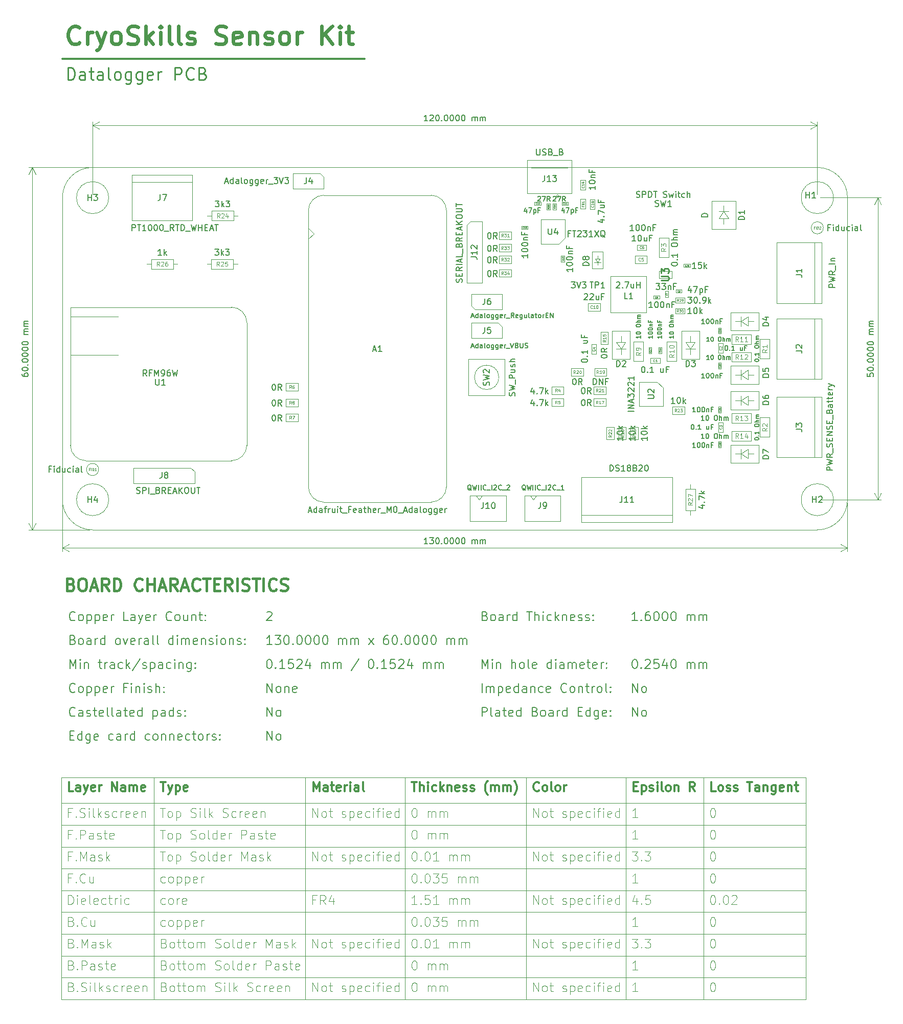
<source format=gbr>
%TF.GenerationSoftware,KiCad,Pcbnew,7.0.8*%
%TF.CreationDate,2024-03-31T13:52:50+01:00*%
%TF.ProjectId,cryoskills_sensor_kit,6372796f-736b-4696-9c6c-735f73656e73,rev?*%
%TF.SameCoordinates,Original*%
%TF.FileFunction,AssemblyDrawing,Top*%
%FSLAX46Y46*%
G04 Gerber Fmt 4.6, Leading zero omitted, Abs format (unit mm)*
G04 Created by KiCad (PCBNEW 7.0.8) date 2024-03-31 13:52:50*
%MOMM*%
%LPD*%
G01*
G04 APERTURE LIST*
%ADD10C,0.300000*%
%ADD11C,0.250000*%
%ADD12C,0.600000*%
%ADD13C,0.100000*%
%ADD14C,0.200000*%
%ADD15C,0.400000*%
%ADD16C,0.150000*%
%ADD17C,0.060000*%
%ADD18C,0.254000*%
%ADD19C,0.040000*%
%ADD20C,0.120000*%
%ADD21C,0.080000*%
%ADD22C,0.108000*%
G04 APERTURE END LIST*
D10*
X28500000Y-34000000D02*
X78500000Y-34000000D01*
D11*
X29390663Y-37492238D02*
X29390663Y-35492238D01*
X29390663Y-35492238D02*
X29866853Y-35492238D01*
X29866853Y-35492238D02*
X30152568Y-35587476D01*
X30152568Y-35587476D02*
X30343044Y-35777952D01*
X30343044Y-35777952D02*
X30438282Y-35968428D01*
X30438282Y-35968428D02*
X30533520Y-36349380D01*
X30533520Y-36349380D02*
X30533520Y-36635095D01*
X30533520Y-36635095D02*
X30438282Y-37016047D01*
X30438282Y-37016047D02*
X30343044Y-37206523D01*
X30343044Y-37206523D02*
X30152568Y-37397000D01*
X30152568Y-37397000D02*
X29866853Y-37492238D01*
X29866853Y-37492238D02*
X29390663Y-37492238D01*
X32247806Y-37492238D02*
X32247806Y-36444619D01*
X32247806Y-36444619D02*
X32152568Y-36254142D01*
X32152568Y-36254142D02*
X31962092Y-36158904D01*
X31962092Y-36158904D02*
X31581139Y-36158904D01*
X31581139Y-36158904D02*
X31390663Y-36254142D01*
X32247806Y-37397000D02*
X32057330Y-37492238D01*
X32057330Y-37492238D02*
X31581139Y-37492238D01*
X31581139Y-37492238D02*
X31390663Y-37397000D01*
X31390663Y-37397000D02*
X31295425Y-37206523D01*
X31295425Y-37206523D02*
X31295425Y-37016047D01*
X31295425Y-37016047D02*
X31390663Y-36825571D01*
X31390663Y-36825571D02*
X31581139Y-36730333D01*
X31581139Y-36730333D02*
X32057330Y-36730333D01*
X32057330Y-36730333D02*
X32247806Y-36635095D01*
X32914473Y-36158904D02*
X33676377Y-36158904D01*
X33200187Y-35492238D02*
X33200187Y-37206523D01*
X33200187Y-37206523D02*
X33295425Y-37397000D01*
X33295425Y-37397000D02*
X33485901Y-37492238D01*
X33485901Y-37492238D02*
X33676377Y-37492238D01*
X35200187Y-37492238D02*
X35200187Y-36444619D01*
X35200187Y-36444619D02*
X35104949Y-36254142D01*
X35104949Y-36254142D02*
X34914473Y-36158904D01*
X34914473Y-36158904D02*
X34533520Y-36158904D01*
X34533520Y-36158904D02*
X34343044Y-36254142D01*
X35200187Y-37397000D02*
X35009711Y-37492238D01*
X35009711Y-37492238D02*
X34533520Y-37492238D01*
X34533520Y-37492238D02*
X34343044Y-37397000D01*
X34343044Y-37397000D02*
X34247806Y-37206523D01*
X34247806Y-37206523D02*
X34247806Y-37016047D01*
X34247806Y-37016047D02*
X34343044Y-36825571D01*
X34343044Y-36825571D02*
X34533520Y-36730333D01*
X34533520Y-36730333D02*
X35009711Y-36730333D01*
X35009711Y-36730333D02*
X35200187Y-36635095D01*
X36438282Y-37492238D02*
X36247806Y-37397000D01*
X36247806Y-37397000D02*
X36152568Y-37206523D01*
X36152568Y-37206523D02*
X36152568Y-35492238D01*
X37485901Y-37492238D02*
X37295425Y-37397000D01*
X37295425Y-37397000D02*
X37200187Y-37301761D01*
X37200187Y-37301761D02*
X37104949Y-37111285D01*
X37104949Y-37111285D02*
X37104949Y-36539857D01*
X37104949Y-36539857D02*
X37200187Y-36349380D01*
X37200187Y-36349380D02*
X37295425Y-36254142D01*
X37295425Y-36254142D02*
X37485901Y-36158904D01*
X37485901Y-36158904D02*
X37771616Y-36158904D01*
X37771616Y-36158904D02*
X37962092Y-36254142D01*
X37962092Y-36254142D02*
X38057330Y-36349380D01*
X38057330Y-36349380D02*
X38152568Y-36539857D01*
X38152568Y-36539857D02*
X38152568Y-37111285D01*
X38152568Y-37111285D02*
X38057330Y-37301761D01*
X38057330Y-37301761D02*
X37962092Y-37397000D01*
X37962092Y-37397000D02*
X37771616Y-37492238D01*
X37771616Y-37492238D02*
X37485901Y-37492238D01*
X39866854Y-36158904D02*
X39866854Y-37777952D01*
X39866854Y-37777952D02*
X39771616Y-37968428D01*
X39771616Y-37968428D02*
X39676378Y-38063666D01*
X39676378Y-38063666D02*
X39485901Y-38158904D01*
X39485901Y-38158904D02*
X39200187Y-38158904D01*
X39200187Y-38158904D02*
X39009711Y-38063666D01*
X39866854Y-37397000D02*
X39676378Y-37492238D01*
X39676378Y-37492238D02*
X39295425Y-37492238D01*
X39295425Y-37492238D02*
X39104949Y-37397000D01*
X39104949Y-37397000D02*
X39009711Y-37301761D01*
X39009711Y-37301761D02*
X38914473Y-37111285D01*
X38914473Y-37111285D02*
X38914473Y-36539857D01*
X38914473Y-36539857D02*
X39009711Y-36349380D01*
X39009711Y-36349380D02*
X39104949Y-36254142D01*
X39104949Y-36254142D02*
X39295425Y-36158904D01*
X39295425Y-36158904D02*
X39676378Y-36158904D01*
X39676378Y-36158904D02*
X39866854Y-36254142D01*
X41676378Y-36158904D02*
X41676378Y-37777952D01*
X41676378Y-37777952D02*
X41581140Y-37968428D01*
X41581140Y-37968428D02*
X41485902Y-38063666D01*
X41485902Y-38063666D02*
X41295425Y-38158904D01*
X41295425Y-38158904D02*
X41009711Y-38158904D01*
X41009711Y-38158904D02*
X40819235Y-38063666D01*
X41676378Y-37397000D02*
X41485902Y-37492238D01*
X41485902Y-37492238D02*
X41104949Y-37492238D01*
X41104949Y-37492238D02*
X40914473Y-37397000D01*
X40914473Y-37397000D02*
X40819235Y-37301761D01*
X40819235Y-37301761D02*
X40723997Y-37111285D01*
X40723997Y-37111285D02*
X40723997Y-36539857D01*
X40723997Y-36539857D02*
X40819235Y-36349380D01*
X40819235Y-36349380D02*
X40914473Y-36254142D01*
X40914473Y-36254142D02*
X41104949Y-36158904D01*
X41104949Y-36158904D02*
X41485902Y-36158904D01*
X41485902Y-36158904D02*
X41676378Y-36254142D01*
X43390664Y-37397000D02*
X43200188Y-37492238D01*
X43200188Y-37492238D02*
X42819235Y-37492238D01*
X42819235Y-37492238D02*
X42628759Y-37397000D01*
X42628759Y-37397000D02*
X42533521Y-37206523D01*
X42533521Y-37206523D02*
X42533521Y-36444619D01*
X42533521Y-36444619D02*
X42628759Y-36254142D01*
X42628759Y-36254142D02*
X42819235Y-36158904D01*
X42819235Y-36158904D02*
X43200188Y-36158904D01*
X43200188Y-36158904D02*
X43390664Y-36254142D01*
X43390664Y-36254142D02*
X43485902Y-36444619D01*
X43485902Y-36444619D02*
X43485902Y-36635095D01*
X43485902Y-36635095D02*
X42533521Y-36825571D01*
X44343045Y-37492238D02*
X44343045Y-36158904D01*
X44343045Y-36539857D02*
X44438283Y-36349380D01*
X44438283Y-36349380D02*
X44533521Y-36254142D01*
X44533521Y-36254142D02*
X44723997Y-36158904D01*
X44723997Y-36158904D02*
X44914474Y-36158904D01*
X47104950Y-37492238D02*
X47104950Y-35492238D01*
X47104950Y-35492238D02*
X47866855Y-35492238D01*
X47866855Y-35492238D02*
X48057331Y-35587476D01*
X48057331Y-35587476D02*
X48152569Y-35682714D01*
X48152569Y-35682714D02*
X48247807Y-35873190D01*
X48247807Y-35873190D02*
X48247807Y-36158904D01*
X48247807Y-36158904D02*
X48152569Y-36349380D01*
X48152569Y-36349380D02*
X48057331Y-36444619D01*
X48057331Y-36444619D02*
X47866855Y-36539857D01*
X47866855Y-36539857D02*
X47104950Y-36539857D01*
X50247807Y-37301761D02*
X50152569Y-37397000D01*
X50152569Y-37397000D02*
X49866855Y-37492238D01*
X49866855Y-37492238D02*
X49676379Y-37492238D01*
X49676379Y-37492238D02*
X49390664Y-37397000D01*
X49390664Y-37397000D02*
X49200188Y-37206523D01*
X49200188Y-37206523D02*
X49104950Y-37016047D01*
X49104950Y-37016047D02*
X49009712Y-36635095D01*
X49009712Y-36635095D02*
X49009712Y-36349380D01*
X49009712Y-36349380D02*
X49104950Y-35968428D01*
X49104950Y-35968428D02*
X49200188Y-35777952D01*
X49200188Y-35777952D02*
X49390664Y-35587476D01*
X49390664Y-35587476D02*
X49676379Y-35492238D01*
X49676379Y-35492238D02*
X49866855Y-35492238D01*
X49866855Y-35492238D02*
X50152569Y-35587476D01*
X50152569Y-35587476D02*
X50247807Y-35682714D01*
X51771617Y-36444619D02*
X52057331Y-36539857D01*
X52057331Y-36539857D02*
X52152569Y-36635095D01*
X52152569Y-36635095D02*
X52247807Y-36825571D01*
X52247807Y-36825571D02*
X52247807Y-37111285D01*
X52247807Y-37111285D02*
X52152569Y-37301761D01*
X52152569Y-37301761D02*
X52057331Y-37397000D01*
X52057331Y-37397000D02*
X51866855Y-37492238D01*
X51866855Y-37492238D02*
X51104950Y-37492238D01*
X51104950Y-37492238D02*
X51104950Y-35492238D01*
X51104950Y-35492238D02*
X51771617Y-35492238D01*
X51771617Y-35492238D02*
X51962093Y-35587476D01*
X51962093Y-35587476D02*
X52057331Y-35682714D01*
X52057331Y-35682714D02*
X52152569Y-35873190D01*
X52152569Y-35873190D02*
X52152569Y-36063666D01*
X52152569Y-36063666D02*
X52057331Y-36254142D01*
X52057331Y-36254142D02*
X51962093Y-36349380D01*
X51962093Y-36349380D02*
X51771617Y-36444619D01*
X51771617Y-36444619D02*
X51104950Y-36444619D01*
D12*
X31323307Y-31315942D02*
X31180450Y-31458800D01*
X31180450Y-31458800D02*
X30751878Y-31601657D01*
X30751878Y-31601657D02*
X30466164Y-31601657D01*
X30466164Y-31601657D02*
X30037593Y-31458800D01*
X30037593Y-31458800D02*
X29751878Y-31173085D01*
X29751878Y-31173085D02*
X29609021Y-30887371D01*
X29609021Y-30887371D02*
X29466164Y-30315942D01*
X29466164Y-30315942D02*
X29466164Y-29887371D01*
X29466164Y-29887371D02*
X29609021Y-29315942D01*
X29609021Y-29315942D02*
X29751878Y-29030228D01*
X29751878Y-29030228D02*
X30037593Y-28744514D01*
X30037593Y-28744514D02*
X30466164Y-28601657D01*
X30466164Y-28601657D02*
X30751878Y-28601657D01*
X30751878Y-28601657D02*
X31180450Y-28744514D01*
X31180450Y-28744514D02*
X31323307Y-28887371D01*
X32609021Y-31601657D02*
X32609021Y-29601657D01*
X32609021Y-30173085D02*
X32751878Y-29887371D01*
X32751878Y-29887371D02*
X32894736Y-29744514D01*
X32894736Y-29744514D02*
X33180450Y-29601657D01*
X33180450Y-29601657D02*
X33466164Y-29601657D01*
X34180450Y-29601657D02*
X34894736Y-31601657D01*
X35609021Y-29601657D02*
X34894736Y-31601657D01*
X34894736Y-31601657D02*
X34609021Y-32315942D01*
X34609021Y-32315942D02*
X34466164Y-32458800D01*
X34466164Y-32458800D02*
X34180450Y-32601657D01*
X37180450Y-31601657D02*
X36894735Y-31458800D01*
X36894735Y-31458800D02*
X36751878Y-31315942D01*
X36751878Y-31315942D02*
X36609021Y-31030228D01*
X36609021Y-31030228D02*
X36609021Y-30173085D01*
X36609021Y-30173085D02*
X36751878Y-29887371D01*
X36751878Y-29887371D02*
X36894735Y-29744514D01*
X36894735Y-29744514D02*
X37180450Y-29601657D01*
X37180450Y-29601657D02*
X37609021Y-29601657D01*
X37609021Y-29601657D02*
X37894735Y-29744514D01*
X37894735Y-29744514D02*
X38037593Y-29887371D01*
X38037593Y-29887371D02*
X38180450Y-30173085D01*
X38180450Y-30173085D02*
X38180450Y-31030228D01*
X38180450Y-31030228D02*
X38037593Y-31315942D01*
X38037593Y-31315942D02*
X37894735Y-31458800D01*
X37894735Y-31458800D02*
X37609021Y-31601657D01*
X37609021Y-31601657D02*
X37180450Y-31601657D01*
X39323307Y-31458800D02*
X39751879Y-31601657D01*
X39751879Y-31601657D02*
X40466164Y-31601657D01*
X40466164Y-31601657D02*
X40751879Y-31458800D01*
X40751879Y-31458800D02*
X40894736Y-31315942D01*
X40894736Y-31315942D02*
X41037593Y-31030228D01*
X41037593Y-31030228D02*
X41037593Y-30744514D01*
X41037593Y-30744514D02*
X40894736Y-30458800D01*
X40894736Y-30458800D02*
X40751879Y-30315942D01*
X40751879Y-30315942D02*
X40466164Y-30173085D01*
X40466164Y-30173085D02*
X39894736Y-30030228D01*
X39894736Y-30030228D02*
X39609021Y-29887371D01*
X39609021Y-29887371D02*
X39466164Y-29744514D01*
X39466164Y-29744514D02*
X39323307Y-29458800D01*
X39323307Y-29458800D02*
X39323307Y-29173085D01*
X39323307Y-29173085D02*
X39466164Y-28887371D01*
X39466164Y-28887371D02*
X39609021Y-28744514D01*
X39609021Y-28744514D02*
X39894736Y-28601657D01*
X39894736Y-28601657D02*
X40609021Y-28601657D01*
X40609021Y-28601657D02*
X41037593Y-28744514D01*
X42323307Y-31601657D02*
X42323307Y-28601657D01*
X42609022Y-30458800D02*
X43466164Y-31601657D01*
X43466164Y-29601657D02*
X42323307Y-30744514D01*
X44751878Y-31601657D02*
X44751878Y-29601657D01*
X44751878Y-28601657D02*
X44609021Y-28744514D01*
X44609021Y-28744514D02*
X44751878Y-28887371D01*
X44751878Y-28887371D02*
X44894735Y-28744514D01*
X44894735Y-28744514D02*
X44751878Y-28601657D01*
X44751878Y-28601657D02*
X44751878Y-28887371D01*
X46609021Y-31601657D02*
X46323306Y-31458800D01*
X46323306Y-31458800D02*
X46180449Y-31173085D01*
X46180449Y-31173085D02*
X46180449Y-28601657D01*
X48180450Y-31601657D02*
X47894735Y-31458800D01*
X47894735Y-31458800D02*
X47751878Y-31173085D01*
X47751878Y-31173085D02*
X47751878Y-28601657D01*
X49180450Y-31458800D02*
X49466164Y-31601657D01*
X49466164Y-31601657D02*
X50037593Y-31601657D01*
X50037593Y-31601657D02*
X50323307Y-31458800D01*
X50323307Y-31458800D02*
X50466164Y-31173085D01*
X50466164Y-31173085D02*
X50466164Y-31030228D01*
X50466164Y-31030228D02*
X50323307Y-30744514D01*
X50323307Y-30744514D02*
X50037593Y-30601657D01*
X50037593Y-30601657D02*
X49609022Y-30601657D01*
X49609022Y-30601657D02*
X49323307Y-30458800D01*
X49323307Y-30458800D02*
X49180450Y-30173085D01*
X49180450Y-30173085D02*
X49180450Y-30030228D01*
X49180450Y-30030228D02*
X49323307Y-29744514D01*
X49323307Y-29744514D02*
X49609022Y-29601657D01*
X49609022Y-29601657D02*
X50037593Y-29601657D01*
X50037593Y-29601657D02*
X50323307Y-29744514D01*
X53894735Y-31458800D02*
X54323307Y-31601657D01*
X54323307Y-31601657D02*
X55037592Y-31601657D01*
X55037592Y-31601657D02*
X55323307Y-31458800D01*
X55323307Y-31458800D02*
X55466164Y-31315942D01*
X55466164Y-31315942D02*
X55609021Y-31030228D01*
X55609021Y-31030228D02*
X55609021Y-30744514D01*
X55609021Y-30744514D02*
X55466164Y-30458800D01*
X55466164Y-30458800D02*
X55323307Y-30315942D01*
X55323307Y-30315942D02*
X55037592Y-30173085D01*
X55037592Y-30173085D02*
X54466164Y-30030228D01*
X54466164Y-30030228D02*
X54180449Y-29887371D01*
X54180449Y-29887371D02*
X54037592Y-29744514D01*
X54037592Y-29744514D02*
X53894735Y-29458800D01*
X53894735Y-29458800D02*
X53894735Y-29173085D01*
X53894735Y-29173085D02*
X54037592Y-28887371D01*
X54037592Y-28887371D02*
X54180449Y-28744514D01*
X54180449Y-28744514D02*
X54466164Y-28601657D01*
X54466164Y-28601657D02*
X55180449Y-28601657D01*
X55180449Y-28601657D02*
X55609021Y-28744514D01*
X58037592Y-31458800D02*
X57751878Y-31601657D01*
X57751878Y-31601657D02*
X57180450Y-31601657D01*
X57180450Y-31601657D02*
X56894735Y-31458800D01*
X56894735Y-31458800D02*
X56751878Y-31173085D01*
X56751878Y-31173085D02*
X56751878Y-30030228D01*
X56751878Y-30030228D02*
X56894735Y-29744514D01*
X56894735Y-29744514D02*
X57180450Y-29601657D01*
X57180450Y-29601657D02*
X57751878Y-29601657D01*
X57751878Y-29601657D02*
X58037592Y-29744514D01*
X58037592Y-29744514D02*
X58180450Y-30030228D01*
X58180450Y-30030228D02*
X58180450Y-30315942D01*
X58180450Y-30315942D02*
X56751878Y-30601657D01*
X59466164Y-29601657D02*
X59466164Y-31601657D01*
X59466164Y-29887371D02*
X59609021Y-29744514D01*
X59609021Y-29744514D02*
X59894736Y-29601657D01*
X59894736Y-29601657D02*
X60323307Y-29601657D01*
X60323307Y-29601657D02*
X60609021Y-29744514D01*
X60609021Y-29744514D02*
X60751879Y-30030228D01*
X60751879Y-30030228D02*
X60751879Y-31601657D01*
X62037593Y-31458800D02*
X62323307Y-31601657D01*
X62323307Y-31601657D02*
X62894736Y-31601657D01*
X62894736Y-31601657D02*
X63180450Y-31458800D01*
X63180450Y-31458800D02*
X63323307Y-31173085D01*
X63323307Y-31173085D02*
X63323307Y-31030228D01*
X63323307Y-31030228D02*
X63180450Y-30744514D01*
X63180450Y-30744514D02*
X62894736Y-30601657D01*
X62894736Y-30601657D02*
X62466165Y-30601657D01*
X62466165Y-30601657D02*
X62180450Y-30458800D01*
X62180450Y-30458800D02*
X62037593Y-30173085D01*
X62037593Y-30173085D02*
X62037593Y-30030228D01*
X62037593Y-30030228D02*
X62180450Y-29744514D01*
X62180450Y-29744514D02*
X62466165Y-29601657D01*
X62466165Y-29601657D02*
X62894736Y-29601657D01*
X62894736Y-29601657D02*
X63180450Y-29744514D01*
X65037593Y-31601657D02*
X64751878Y-31458800D01*
X64751878Y-31458800D02*
X64609021Y-31315942D01*
X64609021Y-31315942D02*
X64466164Y-31030228D01*
X64466164Y-31030228D02*
X64466164Y-30173085D01*
X64466164Y-30173085D02*
X64609021Y-29887371D01*
X64609021Y-29887371D02*
X64751878Y-29744514D01*
X64751878Y-29744514D02*
X65037593Y-29601657D01*
X65037593Y-29601657D02*
X65466164Y-29601657D01*
X65466164Y-29601657D02*
X65751878Y-29744514D01*
X65751878Y-29744514D02*
X65894736Y-29887371D01*
X65894736Y-29887371D02*
X66037593Y-30173085D01*
X66037593Y-30173085D02*
X66037593Y-31030228D01*
X66037593Y-31030228D02*
X65894736Y-31315942D01*
X65894736Y-31315942D02*
X65751878Y-31458800D01*
X65751878Y-31458800D02*
X65466164Y-31601657D01*
X65466164Y-31601657D02*
X65037593Y-31601657D01*
X67323307Y-31601657D02*
X67323307Y-29601657D01*
X67323307Y-30173085D02*
X67466164Y-29887371D01*
X67466164Y-29887371D02*
X67609022Y-29744514D01*
X67609022Y-29744514D02*
X67894736Y-29601657D01*
X67894736Y-29601657D02*
X68180450Y-29601657D01*
X71466164Y-31601657D02*
X71466164Y-28601657D01*
X73180450Y-31601657D02*
X71894736Y-29887371D01*
X73180450Y-28601657D02*
X71466164Y-30315942D01*
X74466164Y-31601657D02*
X74466164Y-29601657D01*
X74466164Y-28601657D02*
X74323307Y-28744514D01*
X74323307Y-28744514D02*
X74466164Y-28887371D01*
X74466164Y-28887371D02*
X74609021Y-28744514D01*
X74609021Y-28744514D02*
X74466164Y-28601657D01*
X74466164Y-28601657D02*
X74466164Y-28887371D01*
X75466164Y-29601657D02*
X76609021Y-29601657D01*
X75894735Y-28601657D02*
X75894735Y-31173085D01*
X75894735Y-31173085D02*
X76037592Y-31458800D01*
X76037592Y-31458800D02*
X76323307Y-31601657D01*
X76323307Y-31601657D02*
X76609021Y-31601657D01*
D13*
X136122935Y-183308228D02*
X136265792Y-183308228D01*
X136265792Y-183308228D02*
X136408649Y-183379657D01*
X136408649Y-183379657D02*
X136480078Y-183451085D01*
X136480078Y-183451085D02*
X136551506Y-183593942D01*
X136551506Y-183593942D02*
X136622935Y-183879657D01*
X136622935Y-183879657D02*
X136622935Y-184236800D01*
X136622935Y-184236800D02*
X136551506Y-184522514D01*
X136551506Y-184522514D02*
X136480078Y-184665371D01*
X136480078Y-184665371D02*
X136408649Y-184736800D01*
X136408649Y-184736800D02*
X136265792Y-184808228D01*
X136265792Y-184808228D02*
X136122935Y-184808228D01*
X136122935Y-184808228D02*
X135980078Y-184736800D01*
X135980078Y-184736800D02*
X135908649Y-184665371D01*
X135908649Y-184665371D02*
X135837220Y-184522514D01*
X135837220Y-184522514D02*
X135765792Y-184236800D01*
X135765792Y-184236800D02*
X135765792Y-183879657D01*
X135765792Y-183879657D02*
X135837220Y-183593942D01*
X135837220Y-183593942D02*
X135908649Y-183451085D01*
X135908649Y-183451085D02*
X135980078Y-183379657D01*
X135980078Y-183379657D02*
X136122935Y-183308228D01*
X136122935Y-179702228D02*
X136265792Y-179702228D01*
X136265792Y-179702228D02*
X136408649Y-179773657D01*
X136408649Y-179773657D02*
X136480078Y-179845085D01*
X136480078Y-179845085D02*
X136551506Y-179987942D01*
X136551506Y-179987942D02*
X136622935Y-180273657D01*
X136622935Y-180273657D02*
X136622935Y-180630800D01*
X136622935Y-180630800D02*
X136551506Y-180916514D01*
X136551506Y-180916514D02*
X136480078Y-181059371D01*
X136480078Y-181059371D02*
X136408649Y-181130800D01*
X136408649Y-181130800D02*
X136265792Y-181202228D01*
X136265792Y-181202228D02*
X136122935Y-181202228D01*
X136122935Y-181202228D02*
X135980078Y-181130800D01*
X135980078Y-181130800D02*
X135908649Y-181059371D01*
X135908649Y-181059371D02*
X135837220Y-180916514D01*
X135837220Y-180916514D02*
X135765792Y-180630800D01*
X135765792Y-180630800D02*
X135765792Y-180273657D01*
X135765792Y-180273657D02*
X135837220Y-179987942D01*
X135837220Y-179987942D02*
X135908649Y-179845085D01*
X135908649Y-179845085D02*
X135980078Y-179773657D01*
X135980078Y-179773657D02*
X136122935Y-179702228D01*
X136122935Y-176096228D02*
X136265792Y-176096228D01*
X136265792Y-176096228D02*
X136408649Y-176167657D01*
X136408649Y-176167657D02*
X136480078Y-176239085D01*
X136480078Y-176239085D02*
X136551506Y-176381942D01*
X136551506Y-176381942D02*
X136622935Y-176667657D01*
X136622935Y-176667657D02*
X136622935Y-177024800D01*
X136622935Y-177024800D02*
X136551506Y-177310514D01*
X136551506Y-177310514D02*
X136480078Y-177453371D01*
X136480078Y-177453371D02*
X136408649Y-177524800D01*
X136408649Y-177524800D02*
X136265792Y-177596228D01*
X136265792Y-177596228D02*
X136122935Y-177596228D01*
X136122935Y-177596228D02*
X135980078Y-177524800D01*
X135980078Y-177524800D02*
X135908649Y-177453371D01*
X135908649Y-177453371D02*
X135837220Y-177310514D01*
X135837220Y-177310514D02*
X135765792Y-177024800D01*
X135765792Y-177024800D02*
X135765792Y-176667657D01*
X135765792Y-176667657D02*
X135837220Y-176381942D01*
X135837220Y-176381942D02*
X135908649Y-176239085D01*
X135908649Y-176239085D02*
X135980078Y-176167657D01*
X135980078Y-176167657D02*
X136122935Y-176096228D01*
X136122935Y-172490228D02*
X136265792Y-172490228D01*
X136265792Y-172490228D02*
X136408649Y-172561657D01*
X136408649Y-172561657D02*
X136480078Y-172633085D01*
X136480078Y-172633085D02*
X136551506Y-172775942D01*
X136551506Y-172775942D02*
X136622935Y-173061657D01*
X136622935Y-173061657D02*
X136622935Y-173418800D01*
X136622935Y-173418800D02*
X136551506Y-173704514D01*
X136551506Y-173704514D02*
X136480078Y-173847371D01*
X136480078Y-173847371D02*
X136408649Y-173918800D01*
X136408649Y-173918800D02*
X136265792Y-173990228D01*
X136265792Y-173990228D02*
X136122935Y-173990228D01*
X136122935Y-173990228D02*
X135980078Y-173918800D01*
X135980078Y-173918800D02*
X135908649Y-173847371D01*
X135908649Y-173847371D02*
X135837220Y-173704514D01*
X135837220Y-173704514D02*
X135765792Y-173418800D01*
X135765792Y-173418800D02*
X135765792Y-173061657D01*
X135765792Y-173061657D02*
X135837220Y-172775942D01*
X135837220Y-172775942D02*
X135908649Y-172633085D01*
X135908649Y-172633085D02*
X135980078Y-172561657D01*
X135980078Y-172561657D02*
X136122935Y-172490228D01*
X137265791Y-173847371D02*
X137337220Y-173918800D01*
X137337220Y-173918800D02*
X137265791Y-173990228D01*
X137265791Y-173990228D02*
X137194363Y-173918800D01*
X137194363Y-173918800D02*
X137265791Y-173847371D01*
X137265791Y-173847371D02*
X137265791Y-173990228D01*
X138265792Y-172490228D02*
X138408649Y-172490228D01*
X138408649Y-172490228D02*
X138551506Y-172561657D01*
X138551506Y-172561657D02*
X138622935Y-172633085D01*
X138622935Y-172633085D02*
X138694363Y-172775942D01*
X138694363Y-172775942D02*
X138765792Y-173061657D01*
X138765792Y-173061657D02*
X138765792Y-173418800D01*
X138765792Y-173418800D02*
X138694363Y-173704514D01*
X138694363Y-173704514D02*
X138622935Y-173847371D01*
X138622935Y-173847371D02*
X138551506Y-173918800D01*
X138551506Y-173918800D02*
X138408649Y-173990228D01*
X138408649Y-173990228D02*
X138265792Y-173990228D01*
X138265792Y-173990228D02*
X138122935Y-173918800D01*
X138122935Y-173918800D02*
X138051506Y-173847371D01*
X138051506Y-173847371D02*
X137980077Y-173704514D01*
X137980077Y-173704514D02*
X137908649Y-173418800D01*
X137908649Y-173418800D02*
X137908649Y-173061657D01*
X137908649Y-173061657D02*
X137980077Y-172775942D01*
X137980077Y-172775942D02*
X138051506Y-172633085D01*
X138051506Y-172633085D02*
X138122935Y-172561657D01*
X138122935Y-172561657D02*
X138265792Y-172490228D01*
X139337220Y-172633085D02*
X139408648Y-172561657D01*
X139408648Y-172561657D02*
X139551506Y-172490228D01*
X139551506Y-172490228D02*
X139908648Y-172490228D01*
X139908648Y-172490228D02*
X140051506Y-172561657D01*
X140051506Y-172561657D02*
X140122934Y-172633085D01*
X140122934Y-172633085D02*
X140194363Y-172775942D01*
X140194363Y-172775942D02*
X140194363Y-172918800D01*
X140194363Y-172918800D02*
X140122934Y-173133085D01*
X140122934Y-173133085D02*
X139265791Y-173990228D01*
X139265791Y-173990228D02*
X140194363Y-173990228D01*
X136122935Y-168884228D02*
X136265792Y-168884228D01*
X136265792Y-168884228D02*
X136408649Y-168955657D01*
X136408649Y-168955657D02*
X136480078Y-169027085D01*
X136480078Y-169027085D02*
X136551506Y-169169942D01*
X136551506Y-169169942D02*
X136622935Y-169455657D01*
X136622935Y-169455657D02*
X136622935Y-169812800D01*
X136622935Y-169812800D02*
X136551506Y-170098514D01*
X136551506Y-170098514D02*
X136480078Y-170241371D01*
X136480078Y-170241371D02*
X136408649Y-170312800D01*
X136408649Y-170312800D02*
X136265792Y-170384228D01*
X136265792Y-170384228D02*
X136122935Y-170384228D01*
X136122935Y-170384228D02*
X135980078Y-170312800D01*
X135980078Y-170312800D02*
X135908649Y-170241371D01*
X135908649Y-170241371D02*
X135837220Y-170098514D01*
X135837220Y-170098514D02*
X135765792Y-169812800D01*
X135765792Y-169812800D02*
X135765792Y-169455657D01*
X135765792Y-169455657D02*
X135837220Y-169169942D01*
X135837220Y-169169942D02*
X135908649Y-169027085D01*
X135908649Y-169027085D02*
X135980078Y-168955657D01*
X135980078Y-168955657D02*
X136122935Y-168884228D01*
X136122935Y-161672228D02*
X136265792Y-161672228D01*
X136265792Y-161672228D02*
X136408649Y-161743657D01*
X136408649Y-161743657D02*
X136480078Y-161815085D01*
X136480078Y-161815085D02*
X136551506Y-161957942D01*
X136551506Y-161957942D02*
X136622935Y-162243657D01*
X136622935Y-162243657D02*
X136622935Y-162600800D01*
X136622935Y-162600800D02*
X136551506Y-162886514D01*
X136551506Y-162886514D02*
X136480078Y-163029371D01*
X136480078Y-163029371D02*
X136408649Y-163100800D01*
X136408649Y-163100800D02*
X136265792Y-163172228D01*
X136265792Y-163172228D02*
X136122935Y-163172228D01*
X136122935Y-163172228D02*
X135980078Y-163100800D01*
X135980078Y-163100800D02*
X135908649Y-163029371D01*
X135908649Y-163029371D02*
X135837220Y-162886514D01*
X135837220Y-162886514D02*
X135765792Y-162600800D01*
X135765792Y-162600800D02*
X135765792Y-162243657D01*
X135765792Y-162243657D02*
X135837220Y-161957942D01*
X135837220Y-161957942D02*
X135908649Y-161815085D01*
X135908649Y-161815085D02*
X135980078Y-161743657D01*
X135980078Y-161743657D02*
X136122935Y-161672228D01*
X136122935Y-158066228D02*
X136265792Y-158066228D01*
X136265792Y-158066228D02*
X136408649Y-158137657D01*
X136408649Y-158137657D02*
X136480078Y-158209085D01*
X136480078Y-158209085D02*
X136551506Y-158351942D01*
X136551506Y-158351942D02*
X136622935Y-158637657D01*
X136622935Y-158637657D02*
X136622935Y-158994800D01*
X136622935Y-158994800D02*
X136551506Y-159280514D01*
X136551506Y-159280514D02*
X136480078Y-159423371D01*
X136480078Y-159423371D02*
X136408649Y-159494800D01*
X136408649Y-159494800D02*
X136265792Y-159566228D01*
X136265792Y-159566228D02*
X136122935Y-159566228D01*
X136122935Y-159566228D02*
X135980078Y-159494800D01*
X135980078Y-159494800D02*
X135908649Y-159423371D01*
X135908649Y-159423371D02*
X135837220Y-159280514D01*
X135837220Y-159280514D02*
X135765792Y-158994800D01*
X135765792Y-158994800D02*
X135765792Y-158637657D01*
X135765792Y-158637657D02*
X135837220Y-158351942D01*
X135837220Y-158351942D02*
X135908649Y-158209085D01*
X135908649Y-158209085D02*
X135980078Y-158137657D01*
X135980078Y-158137657D02*
X136122935Y-158066228D01*
D10*
X136683085Y-155247828D02*
X135968799Y-155247828D01*
X135968799Y-155247828D02*
X135968799Y-153747828D01*
X137397371Y-155247828D02*
X137254514Y-155176400D01*
X137254514Y-155176400D02*
X137183085Y-155104971D01*
X137183085Y-155104971D02*
X137111657Y-154962114D01*
X137111657Y-154962114D02*
X137111657Y-154533542D01*
X137111657Y-154533542D02*
X137183085Y-154390685D01*
X137183085Y-154390685D02*
X137254514Y-154319257D01*
X137254514Y-154319257D02*
X137397371Y-154247828D01*
X137397371Y-154247828D02*
X137611657Y-154247828D01*
X137611657Y-154247828D02*
X137754514Y-154319257D01*
X137754514Y-154319257D02*
X137825943Y-154390685D01*
X137825943Y-154390685D02*
X137897371Y-154533542D01*
X137897371Y-154533542D02*
X137897371Y-154962114D01*
X137897371Y-154962114D02*
X137825943Y-155104971D01*
X137825943Y-155104971D02*
X137754514Y-155176400D01*
X137754514Y-155176400D02*
X137611657Y-155247828D01*
X137611657Y-155247828D02*
X137397371Y-155247828D01*
X138468800Y-155176400D02*
X138611657Y-155247828D01*
X138611657Y-155247828D02*
X138897371Y-155247828D01*
X138897371Y-155247828D02*
X139040228Y-155176400D01*
X139040228Y-155176400D02*
X139111657Y-155033542D01*
X139111657Y-155033542D02*
X139111657Y-154962114D01*
X139111657Y-154962114D02*
X139040228Y-154819257D01*
X139040228Y-154819257D02*
X138897371Y-154747828D01*
X138897371Y-154747828D02*
X138683086Y-154747828D01*
X138683086Y-154747828D02*
X138540228Y-154676400D01*
X138540228Y-154676400D02*
X138468800Y-154533542D01*
X138468800Y-154533542D02*
X138468800Y-154462114D01*
X138468800Y-154462114D02*
X138540228Y-154319257D01*
X138540228Y-154319257D02*
X138683086Y-154247828D01*
X138683086Y-154247828D02*
X138897371Y-154247828D01*
X138897371Y-154247828D02*
X139040228Y-154319257D01*
X139683086Y-155176400D02*
X139825943Y-155247828D01*
X139825943Y-155247828D02*
X140111657Y-155247828D01*
X140111657Y-155247828D02*
X140254514Y-155176400D01*
X140254514Y-155176400D02*
X140325943Y-155033542D01*
X140325943Y-155033542D02*
X140325943Y-154962114D01*
X140325943Y-154962114D02*
X140254514Y-154819257D01*
X140254514Y-154819257D02*
X140111657Y-154747828D01*
X140111657Y-154747828D02*
X139897372Y-154747828D01*
X139897372Y-154747828D02*
X139754514Y-154676400D01*
X139754514Y-154676400D02*
X139683086Y-154533542D01*
X139683086Y-154533542D02*
X139683086Y-154462114D01*
X139683086Y-154462114D02*
X139754514Y-154319257D01*
X139754514Y-154319257D02*
X139897372Y-154247828D01*
X139897372Y-154247828D02*
X140111657Y-154247828D01*
X140111657Y-154247828D02*
X140254514Y-154319257D01*
X141897372Y-153747828D02*
X142754515Y-153747828D01*
X142325943Y-155247828D02*
X142325943Y-153747828D01*
X143897372Y-155247828D02*
X143897372Y-154462114D01*
X143897372Y-154462114D02*
X143825943Y-154319257D01*
X143825943Y-154319257D02*
X143683086Y-154247828D01*
X143683086Y-154247828D02*
X143397372Y-154247828D01*
X143397372Y-154247828D02*
X143254514Y-154319257D01*
X143897372Y-155176400D02*
X143754514Y-155247828D01*
X143754514Y-155247828D02*
X143397372Y-155247828D01*
X143397372Y-155247828D02*
X143254514Y-155176400D01*
X143254514Y-155176400D02*
X143183086Y-155033542D01*
X143183086Y-155033542D02*
X143183086Y-154890685D01*
X143183086Y-154890685D02*
X143254514Y-154747828D01*
X143254514Y-154747828D02*
X143397372Y-154676400D01*
X143397372Y-154676400D02*
X143754514Y-154676400D01*
X143754514Y-154676400D02*
X143897372Y-154604971D01*
X144611657Y-154247828D02*
X144611657Y-155247828D01*
X144611657Y-154390685D02*
X144683086Y-154319257D01*
X144683086Y-154319257D02*
X144825943Y-154247828D01*
X144825943Y-154247828D02*
X145040229Y-154247828D01*
X145040229Y-154247828D02*
X145183086Y-154319257D01*
X145183086Y-154319257D02*
X145254515Y-154462114D01*
X145254515Y-154462114D02*
X145254515Y-155247828D01*
X146611658Y-154247828D02*
X146611658Y-155462114D01*
X146611658Y-155462114D02*
X146540229Y-155604971D01*
X146540229Y-155604971D02*
X146468800Y-155676400D01*
X146468800Y-155676400D02*
X146325943Y-155747828D01*
X146325943Y-155747828D02*
X146111658Y-155747828D01*
X146111658Y-155747828D02*
X145968800Y-155676400D01*
X146611658Y-155176400D02*
X146468800Y-155247828D01*
X146468800Y-155247828D02*
X146183086Y-155247828D01*
X146183086Y-155247828D02*
X146040229Y-155176400D01*
X146040229Y-155176400D02*
X145968800Y-155104971D01*
X145968800Y-155104971D02*
X145897372Y-154962114D01*
X145897372Y-154962114D02*
X145897372Y-154533542D01*
X145897372Y-154533542D02*
X145968800Y-154390685D01*
X145968800Y-154390685D02*
X146040229Y-154319257D01*
X146040229Y-154319257D02*
X146183086Y-154247828D01*
X146183086Y-154247828D02*
X146468800Y-154247828D01*
X146468800Y-154247828D02*
X146611658Y-154319257D01*
X147897372Y-155176400D02*
X147754515Y-155247828D01*
X147754515Y-155247828D02*
X147468801Y-155247828D01*
X147468801Y-155247828D02*
X147325943Y-155176400D01*
X147325943Y-155176400D02*
X147254515Y-155033542D01*
X147254515Y-155033542D02*
X147254515Y-154462114D01*
X147254515Y-154462114D02*
X147325943Y-154319257D01*
X147325943Y-154319257D02*
X147468801Y-154247828D01*
X147468801Y-154247828D02*
X147754515Y-154247828D01*
X147754515Y-154247828D02*
X147897372Y-154319257D01*
X147897372Y-154319257D02*
X147968801Y-154462114D01*
X147968801Y-154462114D02*
X147968801Y-154604971D01*
X147968801Y-154604971D02*
X147254515Y-154747828D01*
X148611657Y-154247828D02*
X148611657Y-155247828D01*
X148611657Y-154390685D02*
X148683086Y-154319257D01*
X148683086Y-154319257D02*
X148825943Y-154247828D01*
X148825943Y-154247828D02*
X149040229Y-154247828D01*
X149040229Y-154247828D02*
X149183086Y-154319257D01*
X149183086Y-154319257D02*
X149254515Y-154462114D01*
X149254515Y-154462114D02*
X149254515Y-155247828D01*
X149754515Y-154247828D02*
X150325943Y-154247828D01*
X149968800Y-153747828D02*
X149968800Y-155033542D01*
X149968800Y-155033542D02*
X150040229Y-155176400D01*
X150040229Y-155176400D02*
X150183086Y-155247828D01*
X150183086Y-155247828D02*
X150325943Y-155247828D01*
D13*
X123737220Y-188414228D02*
X122880077Y-188414228D01*
X123308648Y-188414228D02*
X123308648Y-186914228D01*
X123308648Y-186914228D02*
X123165791Y-187128514D01*
X123165791Y-187128514D02*
X123022934Y-187271371D01*
X123022934Y-187271371D02*
X122880077Y-187342800D01*
X123737220Y-184808228D02*
X122880077Y-184808228D01*
X123308648Y-184808228D02*
X123308648Y-183308228D01*
X123308648Y-183308228D02*
X123165791Y-183522514D01*
X123165791Y-183522514D02*
X123022934Y-183665371D01*
X123022934Y-183665371D02*
X122880077Y-183736800D01*
X122808648Y-179702228D02*
X123737220Y-179702228D01*
X123737220Y-179702228D02*
X123237220Y-180273657D01*
X123237220Y-180273657D02*
X123451505Y-180273657D01*
X123451505Y-180273657D02*
X123594363Y-180345085D01*
X123594363Y-180345085D02*
X123665791Y-180416514D01*
X123665791Y-180416514D02*
X123737220Y-180559371D01*
X123737220Y-180559371D02*
X123737220Y-180916514D01*
X123737220Y-180916514D02*
X123665791Y-181059371D01*
X123665791Y-181059371D02*
X123594363Y-181130800D01*
X123594363Y-181130800D02*
X123451505Y-181202228D01*
X123451505Y-181202228D02*
X123022934Y-181202228D01*
X123022934Y-181202228D02*
X122880077Y-181130800D01*
X122880077Y-181130800D02*
X122808648Y-181059371D01*
X124380076Y-181059371D02*
X124451505Y-181130800D01*
X124451505Y-181130800D02*
X124380076Y-181202228D01*
X124380076Y-181202228D02*
X124308648Y-181130800D01*
X124308648Y-181130800D02*
X124380076Y-181059371D01*
X124380076Y-181059371D02*
X124380076Y-181202228D01*
X124951505Y-179702228D02*
X125880077Y-179702228D01*
X125880077Y-179702228D02*
X125380077Y-180273657D01*
X125380077Y-180273657D02*
X125594362Y-180273657D01*
X125594362Y-180273657D02*
X125737220Y-180345085D01*
X125737220Y-180345085D02*
X125808648Y-180416514D01*
X125808648Y-180416514D02*
X125880077Y-180559371D01*
X125880077Y-180559371D02*
X125880077Y-180916514D01*
X125880077Y-180916514D02*
X125808648Y-181059371D01*
X125808648Y-181059371D02*
X125737220Y-181130800D01*
X125737220Y-181130800D02*
X125594362Y-181202228D01*
X125594362Y-181202228D02*
X125165791Y-181202228D01*
X125165791Y-181202228D02*
X125022934Y-181130800D01*
X125022934Y-181130800D02*
X124951505Y-181059371D01*
X123594363Y-172990228D02*
X123594363Y-173990228D01*
X123237220Y-172418800D02*
X122880077Y-173490228D01*
X122880077Y-173490228D02*
X123808648Y-173490228D01*
X124380076Y-173847371D02*
X124451505Y-173918800D01*
X124451505Y-173918800D02*
X124380076Y-173990228D01*
X124380076Y-173990228D02*
X124308648Y-173918800D01*
X124308648Y-173918800D02*
X124380076Y-173847371D01*
X124380076Y-173847371D02*
X124380076Y-173990228D01*
X125808648Y-172490228D02*
X125094362Y-172490228D01*
X125094362Y-172490228D02*
X125022934Y-173204514D01*
X125022934Y-173204514D02*
X125094362Y-173133085D01*
X125094362Y-173133085D02*
X125237220Y-173061657D01*
X125237220Y-173061657D02*
X125594362Y-173061657D01*
X125594362Y-173061657D02*
X125737220Y-173133085D01*
X125737220Y-173133085D02*
X125808648Y-173204514D01*
X125808648Y-173204514D02*
X125880077Y-173347371D01*
X125880077Y-173347371D02*
X125880077Y-173704514D01*
X125880077Y-173704514D02*
X125808648Y-173847371D01*
X125808648Y-173847371D02*
X125737220Y-173918800D01*
X125737220Y-173918800D02*
X125594362Y-173990228D01*
X125594362Y-173990228D02*
X125237220Y-173990228D01*
X125237220Y-173990228D02*
X125094362Y-173918800D01*
X125094362Y-173918800D02*
X125022934Y-173847371D01*
X123737220Y-170384228D02*
X122880077Y-170384228D01*
X123308648Y-170384228D02*
X123308648Y-168884228D01*
X123308648Y-168884228D02*
X123165791Y-169098514D01*
X123165791Y-169098514D02*
X123022934Y-169241371D01*
X123022934Y-169241371D02*
X122880077Y-169312800D01*
X122808648Y-165278228D02*
X123737220Y-165278228D01*
X123737220Y-165278228D02*
X123237220Y-165849657D01*
X123237220Y-165849657D02*
X123451505Y-165849657D01*
X123451505Y-165849657D02*
X123594363Y-165921085D01*
X123594363Y-165921085D02*
X123665791Y-165992514D01*
X123665791Y-165992514D02*
X123737220Y-166135371D01*
X123737220Y-166135371D02*
X123737220Y-166492514D01*
X123737220Y-166492514D02*
X123665791Y-166635371D01*
X123665791Y-166635371D02*
X123594363Y-166706800D01*
X123594363Y-166706800D02*
X123451505Y-166778228D01*
X123451505Y-166778228D02*
X123022934Y-166778228D01*
X123022934Y-166778228D02*
X122880077Y-166706800D01*
X122880077Y-166706800D02*
X122808648Y-166635371D01*
X124380076Y-166635371D02*
X124451505Y-166706800D01*
X124451505Y-166706800D02*
X124380076Y-166778228D01*
X124380076Y-166778228D02*
X124308648Y-166706800D01*
X124308648Y-166706800D02*
X124380076Y-166635371D01*
X124380076Y-166635371D02*
X124380076Y-166778228D01*
X124951505Y-165278228D02*
X125880077Y-165278228D01*
X125880077Y-165278228D02*
X125380077Y-165849657D01*
X125380077Y-165849657D02*
X125594362Y-165849657D01*
X125594362Y-165849657D02*
X125737220Y-165921085D01*
X125737220Y-165921085D02*
X125808648Y-165992514D01*
X125808648Y-165992514D02*
X125880077Y-166135371D01*
X125880077Y-166135371D02*
X125880077Y-166492514D01*
X125880077Y-166492514D02*
X125808648Y-166635371D01*
X125808648Y-166635371D02*
X125737220Y-166706800D01*
X125737220Y-166706800D02*
X125594362Y-166778228D01*
X125594362Y-166778228D02*
X125165791Y-166778228D01*
X125165791Y-166778228D02*
X125022934Y-166706800D01*
X125022934Y-166706800D02*
X124951505Y-166635371D01*
X123737220Y-163172228D02*
X122880077Y-163172228D01*
X123308648Y-163172228D02*
X123308648Y-161672228D01*
X123308648Y-161672228D02*
X123165791Y-161886514D01*
X123165791Y-161886514D02*
X123022934Y-162029371D01*
X123022934Y-162029371D02*
X122880077Y-162100800D01*
X123737220Y-159566228D02*
X122880077Y-159566228D01*
X123308648Y-159566228D02*
X123308648Y-158066228D01*
X123308648Y-158066228D02*
X123165791Y-158280514D01*
X123165791Y-158280514D02*
X123022934Y-158423371D01*
X123022934Y-158423371D02*
X122880077Y-158494800D01*
D10*
X123083084Y-154462114D02*
X123583084Y-154462114D01*
X123797370Y-155247828D02*
X123083084Y-155247828D01*
X123083084Y-155247828D02*
X123083084Y-153747828D01*
X123083084Y-153747828D02*
X123797370Y-153747828D01*
X124440227Y-154247828D02*
X124440227Y-155747828D01*
X124440227Y-154319257D02*
X124583085Y-154247828D01*
X124583085Y-154247828D02*
X124868799Y-154247828D01*
X124868799Y-154247828D02*
X125011656Y-154319257D01*
X125011656Y-154319257D02*
X125083085Y-154390685D01*
X125083085Y-154390685D02*
X125154513Y-154533542D01*
X125154513Y-154533542D02*
X125154513Y-154962114D01*
X125154513Y-154962114D02*
X125083085Y-155104971D01*
X125083085Y-155104971D02*
X125011656Y-155176400D01*
X125011656Y-155176400D02*
X124868799Y-155247828D01*
X124868799Y-155247828D02*
X124583085Y-155247828D01*
X124583085Y-155247828D02*
X124440227Y-155176400D01*
X125725942Y-155176400D02*
X125868799Y-155247828D01*
X125868799Y-155247828D02*
X126154513Y-155247828D01*
X126154513Y-155247828D02*
X126297370Y-155176400D01*
X126297370Y-155176400D02*
X126368799Y-155033542D01*
X126368799Y-155033542D02*
X126368799Y-154962114D01*
X126368799Y-154962114D02*
X126297370Y-154819257D01*
X126297370Y-154819257D02*
X126154513Y-154747828D01*
X126154513Y-154747828D02*
X125940228Y-154747828D01*
X125940228Y-154747828D02*
X125797370Y-154676400D01*
X125797370Y-154676400D02*
X125725942Y-154533542D01*
X125725942Y-154533542D02*
X125725942Y-154462114D01*
X125725942Y-154462114D02*
X125797370Y-154319257D01*
X125797370Y-154319257D02*
X125940228Y-154247828D01*
X125940228Y-154247828D02*
X126154513Y-154247828D01*
X126154513Y-154247828D02*
X126297370Y-154319257D01*
X127011656Y-155247828D02*
X127011656Y-154247828D01*
X127011656Y-153747828D02*
X126940228Y-153819257D01*
X126940228Y-153819257D02*
X127011656Y-153890685D01*
X127011656Y-153890685D02*
X127083085Y-153819257D01*
X127083085Y-153819257D02*
X127011656Y-153747828D01*
X127011656Y-153747828D02*
X127011656Y-153890685D01*
X127940228Y-155247828D02*
X127797371Y-155176400D01*
X127797371Y-155176400D02*
X127725942Y-155033542D01*
X127725942Y-155033542D02*
X127725942Y-153747828D01*
X128725942Y-155247828D02*
X128583085Y-155176400D01*
X128583085Y-155176400D02*
X128511656Y-155104971D01*
X128511656Y-155104971D02*
X128440228Y-154962114D01*
X128440228Y-154962114D02*
X128440228Y-154533542D01*
X128440228Y-154533542D02*
X128511656Y-154390685D01*
X128511656Y-154390685D02*
X128583085Y-154319257D01*
X128583085Y-154319257D02*
X128725942Y-154247828D01*
X128725942Y-154247828D02*
X128940228Y-154247828D01*
X128940228Y-154247828D02*
X129083085Y-154319257D01*
X129083085Y-154319257D02*
X129154514Y-154390685D01*
X129154514Y-154390685D02*
X129225942Y-154533542D01*
X129225942Y-154533542D02*
X129225942Y-154962114D01*
X129225942Y-154962114D02*
X129154514Y-155104971D01*
X129154514Y-155104971D02*
X129083085Y-155176400D01*
X129083085Y-155176400D02*
X128940228Y-155247828D01*
X128940228Y-155247828D02*
X128725942Y-155247828D01*
X129868799Y-154247828D02*
X129868799Y-155247828D01*
X129868799Y-154390685D02*
X129940228Y-154319257D01*
X129940228Y-154319257D02*
X130083085Y-154247828D01*
X130083085Y-154247828D02*
X130297371Y-154247828D01*
X130297371Y-154247828D02*
X130440228Y-154319257D01*
X130440228Y-154319257D02*
X130511657Y-154462114D01*
X130511657Y-154462114D02*
X130511657Y-155247828D01*
X133225942Y-155247828D02*
X132725942Y-154533542D01*
X132368799Y-155247828D02*
X132368799Y-153747828D01*
X132368799Y-153747828D02*
X132940228Y-153747828D01*
X132940228Y-153747828D02*
X133083085Y-153819257D01*
X133083085Y-153819257D02*
X133154514Y-153890685D01*
X133154514Y-153890685D02*
X133225942Y-154033542D01*
X133225942Y-154033542D02*
X133225942Y-154247828D01*
X133225942Y-154247828D02*
X133154514Y-154390685D01*
X133154514Y-154390685D02*
X133083085Y-154462114D01*
X133083085Y-154462114D02*
X132940228Y-154533542D01*
X132940228Y-154533542D02*
X132368799Y-154533542D01*
D13*
X106451504Y-188414228D02*
X106451504Y-186914228D01*
X106451504Y-186914228D02*
X107308647Y-188414228D01*
X107308647Y-188414228D02*
X107308647Y-186914228D01*
X108237219Y-188414228D02*
X108094362Y-188342800D01*
X108094362Y-188342800D02*
X108022933Y-188271371D01*
X108022933Y-188271371D02*
X107951505Y-188128514D01*
X107951505Y-188128514D02*
X107951505Y-187699942D01*
X107951505Y-187699942D02*
X108022933Y-187557085D01*
X108022933Y-187557085D02*
X108094362Y-187485657D01*
X108094362Y-187485657D02*
X108237219Y-187414228D01*
X108237219Y-187414228D02*
X108451505Y-187414228D01*
X108451505Y-187414228D02*
X108594362Y-187485657D01*
X108594362Y-187485657D02*
X108665791Y-187557085D01*
X108665791Y-187557085D02*
X108737219Y-187699942D01*
X108737219Y-187699942D02*
X108737219Y-188128514D01*
X108737219Y-188128514D02*
X108665791Y-188271371D01*
X108665791Y-188271371D02*
X108594362Y-188342800D01*
X108594362Y-188342800D02*
X108451505Y-188414228D01*
X108451505Y-188414228D02*
X108237219Y-188414228D01*
X109165791Y-187414228D02*
X109737219Y-187414228D01*
X109380076Y-186914228D02*
X109380076Y-188199942D01*
X109380076Y-188199942D02*
X109451505Y-188342800D01*
X109451505Y-188342800D02*
X109594362Y-188414228D01*
X109594362Y-188414228D02*
X109737219Y-188414228D01*
X111308648Y-188342800D02*
X111451505Y-188414228D01*
X111451505Y-188414228D02*
X111737219Y-188414228D01*
X111737219Y-188414228D02*
X111880076Y-188342800D01*
X111880076Y-188342800D02*
X111951505Y-188199942D01*
X111951505Y-188199942D02*
X111951505Y-188128514D01*
X111951505Y-188128514D02*
X111880076Y-187985657D01*
X111880076Y-187985657D02*
X111737219Y-187914228D01*
X111737219Y-187914228D02*
X111522934Y-187914228D01*
X111522934Y-187914228D02*
X111380076Y-187842800D01*
X111380076Y-187842800D02*
X111308648Y-187699942D01*
X111308648Y-187699942D02*
X111308648Y-187628514D01*
X111308648Y-187628514D02*
X111380076Y-187485657D01*
X111380076Y-187485657D02*
X111522934Y-187414228D01*
X111522934Y-187414228D02*
X111737219Y-187414228D01*
X111737219Y-187414228D02*
X111880076Y-187485657D01*
X112594362Y-187414228D02*
X112594362Y-188914228D01*
X112594362Y-187485657D02*
X112737220Y-187414228D01*
X112737220Y-187414228D02*
X113022934Y-187414228D01*
X113022934Y-187414228D02*
X113165791Y-187485657D01*
X113165791Y-187485657D02*
X113237220Y-187557085D01*
X113237220Y-187557085D02*
X113308648Y-187699942D01*
X113308648Y-187699942D02*
X113308648Y-188128514D01*
X113308648Y-188128514D02*
X113237220Y-188271371D01*
X113237220Y-188271371D02*
X113165791Y-188342800D01*
X113165791Y-188342800D02*
X113022934Y-188414228D01*
X113022934Y-188414228D02*
X112737220Y-188414228D01*
X112737220Y-188414228D02*
X112594362Y-188342800D01*
X114522934Y-188342800D02*
X114380077Y-188414228D01*
X114380077Y-188414228D02*
X114094363Y-188414228D01*
X114094363Y-188414228D02*
X113951505Y-188342800D01*
X113951505Y-188342800D02*
X113880077Y-188199942D01*
X113880077Y-188199942D02*
X113880077Y-187628514D01*
X113880077Y-187628514D02*
X113951505Y-187485657D01*
X113951505Y-187485657D02*
X114094363Y-187414228D01*
X114094363Y-187414228D02*
X114380077Y-187414228D01*
X114380077Y-187414228D02*
X114522934Y-187485657D01*
X114522934Y-187485657D02*
X114594363Y-187628514D01*
X114594363Y-187628514D02*
X114594363Y-187771371D01*
X114594363Y-187771371D02*
X113880077Y-187914228D01*
X115880077Y-188342800D02*
X115737219Y-188414228D01*
X115737219Y-188414228D02*
X115451505Y-188414228D01*
X115451505Y-188414228D02*
X115308648Y-188342800D01*
X115308648Y-188342800D02*
X115237219Y-188271371D01*
X115237219Y-188271371D02*
X115165791Y-188128514D01*
X115165791Y-188128514D02*
X115165791Y-187699942D01*
X115165791Y-187699942D02*
X115237219Y-187557085D01*
X115237219Y-187557085D02*
X115308648Y-187485657D01*
X115308648Y-187485657D02*
X115451505Y-187414228D01*
X115451505Y-187414228D02*
X115737219Y-187414228D01*
X115737219Y-187414228D02*
X115880077Y-187485657D01*
X116522933Y-188414228D02*
X116522933Y-187414228D01*
X116522933Y-186914228D02*
X116451505Y-186985657D01*
X116451505Y-186985657D02*
X116522933Y-187057085D01*
X116522933Y-187057085D02*
X116594362Y-186985657D01*
X116594362Y-186985657D02*
X116522933Y-186914228D01*
X116522933Y-186914228D02*
X116522933Y-187057085D01*
X117022934Y-187414228D02*
X117594362Y-187414228D01*
X117237219Y-188414228D02*
X117237219Y-187128514D01*
X117237219Y-187128514D02*
X117308648Y-186985657D01*
X117308648Y-186985657D02*
X117451505Y-186914228D01*
X117451505Y-186914228D02*
X117594362Y-186914228D01*
X118094362Y-188414228D02*
X118094362Y-187414228D01*
X118094362Y-186914228D02*
X118022934Y-186985657D01*
X118022934Y-186985657D02*
X118094362Y-187057085D01*
X118094362Y-187057085D02*
X118165791Y-186985657D01*
X118165791Y-186985657D02*
X118094362Y-186914228D01*
X118094362Y-186914228D02*
X118094362Y-187057085D01*
X119380077Y-188342800D02*
X119237220Y-188414228D01*
X119237220Y-188414228D02*
X118951506Y-188414228D01*
X118951506Y-188414228D02*
X118808648Y-188342800D01*
X118808648Y-188342800D02*
X118737220Y-188199942D01*
X118737220Y-188199942D02*
X118737220Y-187628514D01*
X118737220Y-187628514D02*
X118808648Y-187485657D01*
X118808648Y-187485657D02*
X118951506Y-187414228D01*
X118951506Y-187414228D02*
X119237220Y-187414228D01*
X119237220Y-187414228D02*
X119380077Y-187485657D01*
X119380077Y-187485657D02*
X119451506Y-187628514D01*
X119451506Y-187628514D02*
X119451506Y-187771371D01*
X119451506Y-187771371D02*
X118737220Y-187914228D01*
X120737220Y-188414228D02*
X120737220Y-186914228D01*
X120737220Y-188342800D02*
X120594362Y-188414228D01*
X120594362Y-188414228D02*
X120308648Y-188414228D01*
X120308648Y-188414228D02*
X120165791Y-188342800D01*
X120165791Y-188342800D02*
X120094362Y-188271371D01*
X120094362Y-188271371D02*
X120022934Y-188128514D01*
X120022934Y-188128514D02*
X120022934Y-187699942D01*
X120022934Y-187699942D02*
X120094362Y-187557085D01*
X120094362Y-187557085D02*
X120165791Y-187485657D01*
X120165791Y-187485657D02*
X120308648Y-187414228D01*
X120308648Y-187414228D02*
X120594362Y-187414228D01*
X120594362Y-187414228D02*
X120737220Y-187485657D01*
X106451504Y-181202228D02*
X106451504Y-179702228D01*
X106451504Y-179702228D02*
X107308647Y-181202228D01*
X107308647Y-181202228D02*
X107308647Y-179702228D01*
X108237219Y-181202228D02*
X108094362Y-181130800D01*
X108094362Y-181130800D02*
X108022933Y-181059371D01*
X108022933Y-181059371D02*
X107951505Y-180916514D01*
X107951505Y-180916514D02*
X107951505Y-180487942D01*
X107951505Y-180487942D02*
X108022933Y-180345085D01*
X108022933Y-180345085D02*
X108094362Y-180273657D01*
X108094362Y-180273657D02*
X108237219Y-180202228D01*
X108237219Y-180202228D02*
X108451505Y-180202228D01*
X108451505Y-180202228D02*
X108594362Y-180273657D01*
X108594362Y-180273657D02*
X108665791Y-180345085D01*
X108665791Y-180345085D02*
X108737219Y-180487942D01*
X108737219Y-180487942D02*
X108737219Y-180916514D01*
X108737219Y-180916514D02*
X108665791Y-181059371D01*
X108665791Y-181059371D02*
X108594362Y-181130800D01*
X108594362Y-181130800D02*
X108451505Y-181202228D01*
X108451505Y-181202228D02*
X108237219Y-181202228D01*
X109165791Y-180202228D02*
X109737219Y-180202228D01*
X109380076Y-179702228D02*
X109380076Y-180987942D01*
X109380076Y-180987942D02*
X109451505Y-181130800D01*
X109451505Y-181130800D02*
X109594362Y-181202228D01*
X109594362Y-181202228D02*
X109737219Y-181202228D01*
X111308648Y-181130800D02*
X111451505Y-181202228D01*
X111451505Y-181202228D02*
X111737219Y-181202228D01*
X111737219Y-181202228D02*
X111880076Y-181130800D01*
X111880076Y-181130800D02*
X111951505Y-180987942D01*
X111951505Y-180987942D02*
X111951505Y-180916514D01*
X111951505Y-180916514D02*
X111880076Y-180773657D01*
X111880076Y-180773657D02*
X111737219Y-180702228D01*
X111737219Y-180702228D02*
X111522934Y-180702228D01*
X111522934Y-180702228D02*
X111380076Y-180630800D01*
X111380076Y-180630800D02*
X111308648Y-180487942D01*
X111308648Y-180487942D02*
X111308648Y-180416514D01*
X111308648Y-180416514D02*
X111380076Y-180273657D01*
X111380076Y-180273657D02*
X111522934Y-180202228D01*
X111522934Y-180202228D02*
X111737219Y-180202228D01*
X111737219Y-180202228D02*
X111880076Y-180273657D01*
X112594362Y-180202228D02*
X112594362Y-181702228D01*
X112594362Y-180273657D02*
X112737220Y-180202228D01*
X112737220Y-180202228D02*
X113022934Y-180202228D01*
X113022934Y-180202228D02*
X113165791Y-180273657D01*
X113165791Y-180273657D02*
X113237220Y-180345085D01*
X113237220Y-180345085D02*
X113308648Y-180487942D01*
X113308648Y-180487942D02*
X113308648Y-180916514D01*
X113308648Y-180916514D02*
X113237220Y-181059371D01*
X113237220Y-181059371D02*
X113165791Y-181130800D01*
X113165791Y-181130800D02*
X113022934Y-181202228D01*
X113022934Y-181202228D02*
X112737220Y-181202228D01*
X112737220Y-181202228D02*
X112594362Y-181130800D01*
X114522934Y-181130800D02*
X114380077Y-181202228D01*
X114380077Y-181202228D02*
X114094363Y-181202228D01*
X114094363Y-181202228D02*
X113951505Y-181130800D01*
X113951505Y-181130800D02*
X113880077Y-180987942D01*
X113880077Y-180987942D02*
X113880077Y-180416514D01*
X113880077Y-180416514D02*
X113951505Y-180273657D01*
X113951505Y-180273657D02*
X114094363Y-180202228D01*
X114094363Y-180202228D02*
X114380077Y-180202228D01*
X114380077Y-180202228D02*
X114522934Y-180273657D01*
X114522934Y-180273657D02*
X114594363Y-180416514D01*
X114594363Y-180416514D02*
X114594363Y-180559371D01*
X114594363Y-180559371D02*
X113880077Y-180702228D01*
X115880077Y-181130800D02*
X115737219Y-181202228D01*
X115737219Y-181202228D02*
X115451505Y-181202228D01*
X115451505Y-181202228D02*
X115308648Y-181130800D01*
X115308648Y-181130800D02*
X115237219Y-181059371D01*
X115237219Y-181059371D02*
X115165791Y-180916514D01*
X115165791Y-180916514D02*
X115165791Y-180487942D01*
X115165791Y-180487942D02*
X115237219Y-180345085D01*
X115237219Y-180345085D02*
X115308648Y-180273657D01*
X115308648Y-180273657D02*
X115451505Y-180202228D01*
X115451505Y-180202228D02*
X115737219Y-180202228D01*
X115737219Y-180202228D02*
X115880077Y-180273657D01*
X116522933Y-181202228D02*
X116522933Y-180202228D01*
X116522933Y-179702228D02*
X116451505Y-179773657D01*
X116451505Y-179773657D02*
X116522933Y-179845085D01*
X116522933Y-179845085D02*
X116594362Y-179773657D01*
X116594362Y-179773657D02*
X116522933Y-179702228D01*
X116522933Y-179702228D02*
X116522933Y-179845085D01*
X117022934Y-180202228D02*
X117594362Y-180202228D01*
X117237219Y-181202228D02*
X117237219Y-179916514D01*
X117237219Y-179916514D02*
X117308648Y-179773657D01*
X117308648Y-179773657D02*
X117451505Y-179702228D01*
X117451505Y-179702228D02*
X117594362Y-179702228D01*
X118094362Y-181202228D02*
X118094362Y-180202228D01*
X118094362Y-179702228D02*
X118022934Y-179773657D01*
X118022934Y-179773657D02*
X118094362Y-179845085D01*
X118094362Y-179845085D02*
X118165791Y-179773657D01*
X118165791Y-179773657D02*
X118094362Y-179702228D01*
X118094362Y-179702228D02*
X118094362Y-179845085D01*
X119380077Y-181130800D02*
X119237220Y-181202228D01*
X119237220Y-181202228D02*
X118951506Y-181202228D01*
X118951506Y-181202228D02*
X118808648Y-181130800D01*
X118808648Y-181130800D02*
X118737220Y-180987942D01*
X118737220Y-180987942D02*
X118737220Y-180416514D01*
X118737220Y-180416514D02*
X118808648Y-180273657D01*
X118808648Y-180273657D02*
X118951506Y-180202228D01*
X118951506Y-180202228D02*
X119237220Y-180202228D01*
X119237220Y-180202228D02*
X119380077Y-180273657D01*
X119380077Y-180273657D02*
X119451506Y-180416514D01*
X119451506Y-180416514D02*
X119451506Y-180559371D01*
X119451506Y-180559371D02*
X118737220Y-180702228D01*
X120737220Y-181202228D02*
X120737220Y-179702228D01*
X120737220Y-181130800D02*
X120594362Y-181202228D01*
X120594362Y-181202228D02*
X120308648Y-181202228D01*
X120308648Y-181202228D02*
X120165791Y-181130800D01*
X120165791Y-181130800D02*
X120094362Y-181059371D01*
X120094362Y-181059371D02*
X120022934Y-180916514D01*
X120022934Y-180916514D02*
X120022934Y-180487942D01*
X120022934Y-180487942D02*
X120094362Y-180345085D01*
X120094362Y-180345085D02*
X120165791Y-180273657D01*
X120165791Y-180273657D02*
X120308648Y-180202228D01*
X120308648Y-180202228D02*
X120594362Y-180202228D01*
X120594362Y-180202228D02*
X120737220Y-180273657D01*
X106451504Y-173990228D02*
X106451504Y-172490228D01*
X106451504Y-172490228D02*
X107308647Y-173990228D01*
X107308647Y-173990228D02*
X107308647Y-172490228D01*
X108237219Y-173990228D02*
X108094362Y-173918800D01*
X108094362Y-173918800D02*
X108022933Y-173847371D01*
X108022933Y-173847371D02*
X107951505Y-173704514D01*
X107951505Y-173704514D02*
X107951505Y-173275942D01*
X107951505Y-173275942D02*
X108022933Y-173133085D01*
X108022933Y-173133085D02*
X108094362Y-173061657D01*
X108094362Y-173061657D02*
X108237219Y-172990228D01*
X108237219Y-172990228D02*
X108451505Y-172990228D01*
X108451505Y-172990228D02*
X108594362Y-173061657D01*
X108594362Y-173061657D02*
X108665791Y-173133085D01*
X108665791Y-173133085D02*
X108737219Y-173275942D01*
X108737219Y-173275942D02*
X108737219Y-173704514D01*
X108737219Y-173704514D02*
X108665791Y-173847371D01*
X108665791Y-173847371D02*
X108594362Y-173918800D01*
X108594362Y-173918800D02*
X108451505Y-173990228D01*
X108451505Y-173990228D02*
X108237219Y-173990228D01*
X109165791Y-172990228D02*
X109737219Y-172990228D01*
X109380076Y-172490228D02*
X109380076Y-173775942D01*
X109380076Y-173775942D02*
X109451505Y-173918800D01*
X109451505Y-173918800D02*
X109594362Y-173990228D01*
X109594362Y-173990228D02*
X109737219Y-173990228D01*
X111308648Y-173918800D02*
X111451505Y-173990228D01*
X111451505Y-173990228D02*
X111737219Y-173990228D01*
X111737219Y-173990228D02*
X111880076Y-173918800D01*
X111880076Y-173918800D02*
X111951505Y-173775942D01*
X111951505Y-173775942D02*
X111951505Y-173704514D01*
X111951505Y-173704514D02*
X111880076Y-173561657D01*
X111880076Y-173561657D02*
X111737219Y-173490228D01*
X111737219Y-173490228D02*
X111522934Y-173490228D01*
X111522934Y-173490228D02*
X111380076Y-173418800D01*
X111380076Y-173418800D02*
X111308648Y-173275942D01*
X111308648Y-173275942D02*
X111308648Y-173204514D01*
X111308648Y-173204514D02*
X111380076Y-173061657D01*
X111380076Y-173061657D02*
X111522934Y-172990228D01*
X111522934Y-172990228D02*
X111737219Y-172990228D01*
X111737219Y-172990228D02*
X111880076Y-173061657D01*
X112594362Y-172990228D02*
X112594362Y-174490228D01*
X112594362Y-173061657D02*
X112737220Y-172990228D01*
X112737220Y-172990228D02*
X113022934Y-172990228D01*
X113022934Y-172990228D02*
X113165791Y-173061657D01*
X113165791Y-173061657D02*
X113237220Y-173133085D01*
X113237220Y-173133085D02*
X113308648Y-173275942D01*
X113308648Y-173275942D02*
X113308648Y-173704514D01*
X113308648Y-173704514D02*
X113237220Y-173847371D01*
X113237220Y-173847371D02*
X113165791Y-173918800D01*
X113165791Y-173918800D02*
X113022934Y-173990228D01*
X113022934Y-173990228D02*
X112737220Y-173990228D01*
X112737220Y-173990228D02*
X112594362Y-173918800D01*
X114522934Y-173918800D02*
X114380077Y-173990228D01*
X114380077Y-173990228D02*
X114094363Y-173990228D01*
X114094363Y-173990228D02*
X113951505Y-173918800D01*
X113951505Y-173918800D02*
X113880077Y-173775942D01*
X113880077Y-173775942D02*
X113880077Y-173204514D01*
X113880077Y-173204514D02*
X113951505Y-173061657D01*
X113951505Y-173061657D02*
X114094363Y-172990228D01*
X114094363Y-172990228D02*
X114380077Y-172990228D01*
X114380077Y-172990228D02*
X114522934Y-173061657D01*
X114522934Y-173061657D02*
X114594363Y-173204514D01*
X114594363Y-173204514D02*
X114594363Y-173347371D01*
X114594363Y-173347371D02*
X113880077Y-173490228D01*
X115880077Y-173918800D02*
X115737219Y-173990228D01*
X115737219Y-173990228D02*
X115451505Y-173990228D01*
X115451505Y-173990228D02*
X115308648Y-173918800D01*
X115308648Y-173918800D02*
X115237219Y-173847371D01*
X115237219Y-173847371D02*
X115165791Y-173704514D01*
X115165791Y-173704514D02*
X115165791Y-173275942D01*
X115165791Y-173275942D02*
X115237219Y-173133085D01*
X115237219Y-173133085D02*
X115308648Y-173061657D01*
X115308648Y-173061657D02*
X115451505Y-172990228D01*
X115451505Y-172990228D02*
X115737219Y-172990228D01*
X115737219Y-172990228D02*
X115880077Y-173061657D01*
X116522933Y-173990228D02*
X116522933Y-172990228D01*
X116522933Y-172490228D02*
X116451505Y-172561657D01*
X116451505Y-172561657D02*
X116522933Y-172633085D01*
X116522933Y-172633085D02*
X116594362Y-172561657D01*
X116594362Y-172561657D02*
X116522933Y-172490228D01*
X116522933Y-172490228D02*
X116522933Y-172633085D01*
X117022934Y-172990228D02*
X117594362Y-172990228D01*
X117237219Y-173990228D02*
X117237219Y-172704514D01*
X117237219Y-172704514D02*
X117308648Y-172561657D01*
X117308648Y-172561657D02*
X117451505Y-172490228D01*
X117451505Y-172490228D02*
X117594362Y-172490228D01*
X118094362Y-173990228D02*
X118094362Y-172990228D01*
X118094362Y-172490228D02*
X118022934Y-172561657D01*
X118022934Y-172561657D02*
X118094362Y-172633085D01*
X118094362Y-172633085D02*
X118165791Y-172561657D01*
X118165791Y-172561657D02*
X118094362Y-172490228D01*
X118094362Y-172490228D02*
X118094362Y-172633085D01*
X119380077Y-173918800D02*
X119237220Y-173990228D01*
X119237220Y-173990228D02*
X118951506Y-173990228D01*
X118951506Y-173990228D02*
X118808648Y-173918800D01*
X118808648Y-173918800D02*
X118737220Y-173775942D01*
X118737220Y-173775942D02*
X118737220Y-173204514D01*
X118737220Y-173204514D02*
X118808648Y-173061657D01*
X118808648Y-173061657D02*
X118951506Y-172990228D01*
X118951506Y-172990228D02*
X119237220Y-172990228D01*
X119237220Y-172990228D02*
X119380077Y-173061657D01*
X119380077Y-173061657D02*
X119451506Y-173204514D01*
X119451506Y-173204514D02*
X119451506Y-173347371D01*
X119451506Y-173347371D02*
X118737220Y-173490228D01*
X120737220Y-173990228D02*
X120737220Y-172490228D01*
X120737220Y-173918800D02*
X120594362Y-173990228D01*
X120594362Y-173990228D02*
X120308648Y-173990228D01*
X120308648Y-173990228D02*
X120165791Y-173918800D01*
X120165791Y-173918800D02*
X120094362Y-173847371D01*
X120094362Y-173847371D02*
X120022934Y-173704514D01*
X120022934Y-173704514D02*
X120022934Y-173275942D01*
X120022934Y-173275942D02*
X120094362Y-173133085D01*
X120094362Y-173133085D02*
X120165791Y-173061657D01*
X120165791Y-173061657D02*
X120308648Y-172990228D01*
X120308648Y-172990228D02*
X120594362Y-172990228D01*
X120594362Y-172990228D02*
X120737220Y-173061657D01*
X106451504Y-159566228D02*
X106451504Y-158066228D01*
X106451504Y-158066228D02*
X107308647Y-159566228D01*
X107308647Y-159566228D02*
X107308647Y-158066228D01*
X108237219Y-159566228D02*
X108094362Y-159494800D01*
X108094362Y-159494800D02*
X108022933Y-159423371D01*
X108022933Y-159423371D02*
X107951505Y-159280514D01*
X107951505Y-159280514D02*
X107951505Y-158851942D01*
X107951505Y-158851942D02*
X108022933Y-158709085D01*
X108022933Y-158709085D02*
X108094362Y-158637657D01*
X108094362Y-158637657D02*
X108237219Y-158566228D01*
X108237219Y-158566228D02*
X108451505Y-158566228D01*
X108451505Y-158566228D02*
X108594362Y-158637657D01*
X108594362Y-158637657D02*
X108665791Y-158709085D01*
X108665791Y-158709085D02*
X108737219Y-158851942D01*
X108737219Y-158851942D02*
X108737219Y-159280514D01*
X108737219Y-159280514D02*
X108665791Y-159423371D01*
X108665791Y-159423371D02*
X108594362Y-159494800D01*
X108594362Y-159494800D02*
X108451505Y-159566228D01*
X108451505Y-159566228D02*
X108237219Y-159566228D01*
X109165791Y-158566228D02*
X109737219Y-158566228D01*
X109380076Y-158066228D02*
X109380076Y-159351942D01*
X109380076Y-159351942D02*
X109451505Y-159494800D01*
X109451505Y-159494800D02*
X109594362Y-159566228D01*
X109594362Y-159566228D02*
X109737219Y-159566228D01*
X111308648Y-159494800D02*
X111451505Y-159566228D01*
X111451505Y-159566228D02*
X111737219Y-159566228D01*
X111737219Y-159566228D02*
X111880076Y-159494800D01*
X111880076Y-159494800D02*
X111951505Y-159351942D01*
X111951505Y-159351942D02*
X111951505Y-159280514D01*
X111951505Y-159280514D02*
X111880076Y-159137657D01*
X111880076Y-159137657D02*
X111737219Y-159066228D01*
X111737219Y-159066228D02*
X111522934Y-159066228D01*
X111522934Y-159066228D02*
X111380076Y-158994800D01*
X111380076Y-158994800D02*
X111308648Y-158851942D01*
X111308648Y-158851942D02*
X111308648Y-158780514D01*
X111308648Y-158780514D02*
X111380076Y-158637657D01*
X111380076Y-158637657D02*
X111522934Y-158566228D01*
X111522934Y-158566228D02*
X111737219Y-158566228D01*
X111737219Y-158566228D02*
X111880076Y-158637657D01*
X112594362Y-158566228D02*
X112594362Y-160066228D01*
X112594362Y-158637657D02*
X112737220Y-158566228D01*
X112737220Y-158566228D02*
X113022934Y-158566228D01*
X113022934Y-158566228D02*
X113165791Y-158637657D01*
X113165791Y-158637657D02*
X113237220Y-158709085D01*
X113237220Y-158709085D02*
X113308648Y-158851942D01*
X113308648Y-158851942D02*
X113308648Y-159280514D01*
X113308648Y-159280514D02*
X113237220Y-159423371D01*
X113237220Y-159423371D02*
X113165791Y-159494800D01*
X113165791Y-159494800D02*
X113022934Y-159566228D01*
X113022934Y-159566228D02*
X112737220Y-159566228D01*
X112737220Y-159566228D02*
X112594362Y-159494800D01*
X114522934Y-159494800D02*
X114380077Y-159566228D01*
X114380077Y-159566228D02*
X114094363Y-159566228D01*
X114094363Y-159566228D02*
X113951505Y-159494800D01*
X113951505Y-159494800D02*
X113880077Y-159351942D01*
X113880077Y-159351942D02*
X113880077Y-158780514D01*
X113880077Y-158780514D02*
X113951505Y-158637657D01*
X113951505Y-158637657D02*
X114094363Y-158566228D01*
X114094363Y-158566228D02*
X114380077Y-158566228D01*
X114380077Y-158566228D02*
X114522934Y-158637657D01*
X114522934Y-158637657D02*
X114594363Y-158780514D01*
X114594363Y-158780514D02*
X114594363Y-158923371D01*
X114594363Y-158923371D02*
X113880077Y-159066228D01*
X115880077Y-159494800D02*
X115737219Y-159566228D01*
X115737219Y-159566228D02*
X115451505Y-159566228D01*
X115451505Y-159566228D02*
X115308648Y-159494800D01*
X115308648Y-159494800D02*
X115237219Y-159423371D01*
X115237219Y-159423371D02*
X115165791Y-159280514D01*
X115165791Y-159280514D02*
X115165791Y-158851942D01*
X115165791Y-158851942D02*
X115237219Y-158709085D01*
X115237219Y-158709085D02*
X115308648Y-158637657D01*
X115308648Y-158637657D02*
X115451505Y-158566228D01*
X115451505Y-158566228D02*
X115737219Y-158566228D01*
X115737219Y-158566228D02*
X115880077Y-158637657D01*
X116522933Y-159566228D02*
X116522933Y-158566228D01*
X116522933Y-158066228D02*
X116451505Y-158137657D01*
X116451505Y-158137657D02*
X116522933Y-158209085D01*
X116522933Y-158209085D02*
X116594362Y-158137657D01*
X116594362Y-158137657D02*
X116522933Y-158066228D01*
X116522933Y-158066228D02*
X116522933Y-158209085D01*
X117022934Y-158566228D02*
X117594362Y-158566228D01*
X117237219Y-159566228D02*
X117237219Y-158280514D01*
X117237219Y-158280514D02*
X117308648Y-158137657D01*
X117308648Y-158137657D02*
X117451505Y-158066228D01*
X117451505Y-158066228D02*
X117594362Y-158066228D01*
X118094362Y-159566228D02*
X118094362Y-158566228D01*
X118094362Y-158066228D02*
X118022934Y-158137657D01*
X118022934Y-158137657D02*
X118094362Y-158209085D01*
X118094362Y-158209085D02*
X118165791Y-158137657D01*
X118165791Y-158137657D02*
X118094362Y-158066228D01*
X118094362Y-158066228D02*
X118094362Y-158209085D01*
X119380077Y-159494800D02*
X119237220Y-159566228D01*
X119237220Y-159566228D02*
X118951506Y-159566228D01*
X118951506Y-159566228D02*
X118808648Y-159494800D01*
X118808648Y-159494800D02*
X118737220Y-159351942D01*
X118737220Y-159351942D02*
X118737220Y-158780514D01*
X118737220Y-158780514D02*
X118808648Y-158637657D01*
X118808648Y-158637657D02*
X118951506Y-158566228D01*
X118951506Y-158566228D02*
X119237220Y-158566228D01*
X119237220Y-158566228D02*
X119380077Y-158637657D01*
X119380077Y-158637657D02*
X119451506Y-158780514D01*
X119451506Y-158780514D02*
X119451506Y-158923371D01*
X119451506Y-158923371D02*
X118737220Y-159066228D01*
X120737220Y-159566228D02*
X120737220Y-158066228D01*
X120737220Y-159494800D02*
X120594362Y-159566228D01*
X120594362Y-159566228D02*
X120308648Y-159566228D01*
X120308648Y-159566228D02*
X120165791Y-159494800D01*
X120165791Y-159494800D02*
X120094362Y-159423371D01*
X120094362Y-159423371D02*
X120022934Y-159280514D01*
X120022934Y-159280514D02*
X120022934Y-158851942D01*
X120022934Y-158851942D02*
X120094362Y-158709085D01*
X120094362Y-158709085D02*
X120165791Y-158637657D01*
X120165791Y-158637657D02*
X120308648Y-158566228D01*
X120308648Y-158566228D02*
X120594362Y-158566228D01*
X120594362Y-158566228D02*
X120737220Y-158637657D01*
X86708647Y-183308228D02*
X86851504Y-183308228D01*
X86851504Y-183308228D02*
X86994361Y-183379657D01*
X86994361Y-183379657D02*
X87065790Y-183451085D01*
X87065790Y-183451085D02*
X87137218Y-183593942D01*
X87137218Y-183593942D02*
X87208647Y-183879657D01*
X87208647Y-183879657D02*
X87208647Y-184236800D01*
X87208647Y-184236800D02*
X87137218Y-184522514D01*
X87137218Y-184522514D02*
X87065790Y-184665371D01*
X87065790Y-184665371D02*
X86994361Y-184736800D01*
X86994361Y-184736800D02*
X86851504Y-184808228D01*
X86851504Y-184808228D02*
X86708647Y-184808228D01*
X86708647Y-184808228D02*
X86565790Y-184736800D01*
X86565790Y-184736800D02*
X86494361Y-184665371D01*
X86494361Y-184665371D02*
X86422932Y-184522514D01*
X86422932Y-184522514D02*
X86351504Y-184236800D01*
X86351504Y-184236800D02*
X86351504Y-183879657D01*
X86351504Y-183879657D02*
X86422932Y-183593942D01*
X86422932Y-183593942D02*
X86494361Y-183451085D01*
X86494361Y-183451085D02*
X86565790Y-183379657D01*
X86565790Y-183379657D02*
X86708647Y-183308228D01*
X88994360Y-184808228D02*
X88994360Y-183808228D01*
X88994360Y-183951085D02*
X89065789Y-183879657D01*
X89065789Y-183879657D02*
X89208646Y-183808228D01*
X89208646Y-183808228D02*
X89422932Y-183808228D01*
X89422932Y-183808228D02*
X89565789Y-183879657D01*
X89565789Y-183879657D02*
X89637218Y-184022514D01*
X89637218Y-184022514D02*
X89637218Y-184808228D01*
X89637218Y-184022514D02*
X89708646Y-183879657D01*
X89708646Y-183879657D02*
X89851503Y-183808228D01*
X89851503Y-183808228D02*
X90065789Y-183808228D01*
X90065789Y-183808228D02*
X90208646Y-183879657D01*
X90208646Y-183879657D02*
X90280075Y-184022514D01*
X90280075Y-184022514D02*
X90280075Y-184808228D01*
X90994360Y-184808228D02*
X90994360Y-183808228D01*
X90994360Y-183951085D02*
X91065789Y-183879657D01*
X91065789Y-183879657D02*
X91208646Y-183808228D01*
X91208646Y-183808228D02*
X91422932Y-183808228D01*
X91422932Y-183808228D02*
X91565789Y-183879657D01*
X91565789Y-183879657D02*
X91637218Y-184022514D01*
X91637218Y-184022514D02*
X91637218Y-184808228D01*
X91637218Y-184022514D02*
X91708646Y-183879657D01*
X91708646Y-183879657D02*
X91851503Y-183808228D01*
X91851503Y-183808228D02*
X92065789Y-183808228D01*
X92065789Y-183808228D02*
X92208646Y-183879657D01*
X92208646Y-183879657D02*
X92280075Y-184022514D01*
X92280075Y-184022514D02*
X92280075Y-184808228D01*
D10*
X107440226Y-155104971D02*
X107368798Y-155176400D01*
X107368798Y-155176400D02*
X107154512Y-155247828D01*
X107154512Y-155247828D02*
X107011655Y-155247828D01*
X107011655Y-155247828D02*
X106797369Y-155176400D01*
X106797369Y-155176400D02*
X106654512Y-155033542D01*
X106654512Y-155033542D02*
X106583083Y-154890685D01*
X106583083Y-154890685D02*
X106511655Y-154604971D01*
X106511655Y-154604971D02*
X106511655Y-154390685D01*
X106511655Y-154390685D02*
X106583083Y-154104971D01*
X106583083Y-154104971D02*
X106654512Y-153962114D01*
X106654512Y-153962114D02*
X106797369Y-153819257D01*
X106797369Y-153819257D02*
X107011655Y-153747828D01*
X107011655Y-153747828D02*
X107154512Y-153747828D01*
X107154512Y-153747828D02*
X107368798Y-153819257D01*
X107368798Y-153819257D02*
X107440226Y-153890685D01*
X108297369Y-155247828D02*
X108154512Y-155176400D01*
X108154512Y-155176400D02*
X108083083Y-155104971D01*
X108083083Y-155104971D02*
X108011655Y-154962114D01*
X108011655Y-154962114D02*
X108011655Y-154533542D01*
X108011655Y-154533542D02*
X108083083Y-154390685D01*
X108083083Y-154390685D02*
X108154512Y-154319257D01*
X108154512Y-154319257D02*
X108297369Y-154247828D01*
X108297369Y-154247828D02*
X108511655Y-154247828D01*
X108511655Y-154247828D02*
X108654512Y-154319257D01*
X108654512Y-154319257D02*
X108725941Y-154390685D01*
X108725941Y-154390685D02*
X108797369Y-154533542D01*
X108797369Y-154533542D02*
X108797369Y-154962114D01*
X108797369Y-154962114D02*
X108725941Y-155104971D01*
X108725941Y-155104971D02*
X108654512Y-155176400D01*
X108654512Y-155176400D02*
X108511655Y-155247828D01*
X108511655Y-155247828D02*
X108297369Y-155247828D01*
X109654512Y-155247828D02*
X109511655Y-155176400D01*
X109511655Y-155176400D02*
X109440226Y-155033542D01*
X109440226Y-155033542D02*
X109440226Y-153747828D01*
X110440226Y-155247828D02*
X110297369Y-155176400D01*
X110297369Y-155176400D02*
X110225940Y-155104971D01*
X110225940Y-155104971D02*
X110154512Y-154962114D01*
X110154512Y-154962114D02*
X110154512Y-154533542D01*
X110154512Y-154533542D02*
X110225940Y-154390685D01*
X110225940Y-154390685D02*
X110297369Y-154319257D01*
X110297369Y-154319257D02*
X110440226Y-154247828D01*
X110440226Y-154247828D02*
X110654512Y-154247828D01*
X110654512Y-154247828D02*
X110797369Y-154319257D01*
X110797369Y-154319257D02*
X110868798Y-154390685D01*
X110868798Y-154390685D02*
X110940226Y-154533542D01*
X110940226Y-154533542D02*
X110940226Y-154962114D01*
X110940226Y-154962114D02*
X110868798Y-155104971D01*
X110868798Y-155104971D02*
X110797369Y-155176400D01*
X110797369Y-155176400D02*
X110654512Y-155247828D01*
X110654512Y-155247828D02*
X110440226Y-155247828D01*
X111583083Y-155247828D02*
X111583083Y-154247828D01*
X111583083Y-154533542D02*
X111654512Y-154390685D01*
X111654512Y-154390685D02*
X111725941Y-154319257D01*
X111725941Y-154319257D02*
X111868798Y-154247828D01*
X111868798Y-154247828D02*
X112011655Y-154247828D01*
D13*
X86708647Y-179702228D02*
X86851504Y-179702228D01*
X86851504Y-179702228D02*
X86994361Y-179773657D01*
X86994361Y-179773657D02*
X87065790Y-179845085D01*
X87065790Y-179845085D02*
X87137218Y-179987942D01*
X87137218Y-179987942D02*
X87208647Y-180273657D01*
X87208647Y-180273657D02*
X87208647Y-180630800D01*
X87208647Y-180630800D02*
X87137218Y-180916514D01*
X87137218Y-180916514D02*
X87065790Y-181059371D01*
X87065790Y-181059371D02*
X86994361Y-181130800D01*
X86994361Y-181130800D02*
X86851504Y-181202228D01*
X86851504Y-181202228D02*
X86708647Y-181202228D01*
X86708647Y-181202228D02*
X86565790Y-181130800D01*
X86565790Y-181130800D02*
X86494361Y-181059371D01*
X86494361Y-181059371D02*
X86422932Y-180916514D01*
X86422932Y-180916514D02*
X86351504Y-180630800D01*
X86351504Y-180630800D02*
X86351504Y-180273657D01*
X86351504Y-180273657D02*
X86422932Y-179987942D01*
X86422932Y-179987942D02*
X86494361Y-179845085D01*
X86494361Y-179845085D02*
X86565790Y-179773657D01*
X86565790Y-179773657D02*
X86708647Y-179702228D01*
X87851503Y-181059371D02*
X87922932Y-181130800D01*
X87922932Y-181130800D02*
X87851503Y-181202228D01*
X87851503Y-181202228D02*
X87780075Y-181130800D01*
X87780075Y-181130800D02*
X87851503Y-181059371D01*
X87851503Y-181059371D02*
X87851503Y-181202228D01*
X88851504Y-179702228D02*
X88994361Y-179702228D01*
X88994361Y-179702228D02*
X89137218Y-179773657D01*
X89137218Y-179773657D02*
X89208647Y-179845085D01*
X89208647Y-179845085D02*
X89280075Y-179987942D01*
X89280075Y-179987942D02*
X89351504Y-180273657D01*
X89351504Y-180273657D02*
X89351504Y-180630800D01*
X89351504Y-180630800D02*
X89280075Y-180916514D01*
X89280075Y-180916514D02*
X89208647Y-181059371D01*
X89208647Y-181059371D02*
X89137218Y-181130800D01*
X89137218Y-181130800D02*
X88994361Y-181202228D01*
X88994361Y-181202228D02*
X88851504Y-181202228D01*
X88851504Y-181202228D02*
X88708647Y-181130800D01*
X88708647Y-181130800D02*
X88637218Y-181059371D01*
X88637218Y-181059371D02*
X88565789Y-180916514D01*
X88565789Y-180916514D02*
X88494361Y-180630800D01*
X88494361Y-180630800D02*
X88494361Y-180273657D01*
X88494361Y-180273657D02*
X88565789Y-179987942D01*
X88565789Y-179987942D02*
X88637218Y-179845085D01*
X88637218Y-179845085D02*
X88708647Y-179773657D01*
X88708647Y-179773657D02*
X88851504Y-179702228D01*
X90780075Y-181202228D02*
X89922932Y-181202228D01*
X90351503Y-181202228D02*
X90351503Y-179702228D01*
X90351503Y-179702228D02*
X90208646Y-179916514D01*
X90208646Y-179916514D02*
X90065789Y-180059371D01*
X90065789Y-180059371D02*
X89922932Y-180130800D01*
X92565788Y-181202228D02*
X92565788Y-180202228D01*
X92565788Y-180345085D02*
X92637217Y-180273657D01*
X92637217Y-180273657D02*
X92780074Y-180202228D01*
X92780074Y-180202228D02*
X92994360Y-180202228D01*
X92994360Y-180202228D02*
X93137217Y-180273657D01*
X93137217Y-180273657D02*
X93208646Y-180416514D01*
X93208646Y-180416514D02*
X93208646Y-181202228D01*
X93208646Y-180416514D02*
X93280074Y-180273657D01*
X93280074Y-180273657D02*
X93422931Y-180202228D01*
X93422931Y-180202228D02*
X93637217Y-180202228D01*
X93637217Y-180202228D02*
X93780074Y-180273657D01*
X93780074Y-180273657D02*
X93851503Y-180416514D01*
X93851503Y-180416514D02*
X93851503Y-181202228D01*
X94565788Y-181202228D02*
X94565788Y-180202228D01*
X94565788Y-180345085D02*
X94637217Y-180273657D01*
X94637217Y-180273657D02*
X94780074Y-180202228D01*
X94780074Y-180202228D02*
X94994360Y-180202228D01*
X94994360Y-180202228D02*
X95137217Y-180273657D01*
X95137217Y-180273657D02*
X95208646Y-180416514D01*
X95208646Y-180416514D02*
X95208646Y-181202228D01*
X95208646Y-180416514D02*
X95280074Y-180273657D01*
X95280074Y-180273657D02*
X95422931Y-180202228D01*
X95422931Y-180202228D02*
X95637217Y-180202228D01*
X95637217Y-180202228D02*
X95780074Y-180273657D01*
X95780074Y-180273657D02*
X95851503Y-180416514D01*
X95851503Y-180416514D02*
X95851503Y-181202228D01*
X86708647Y-176096228D02*
X86851504Y-176096228D01*
X86851504Y-176096228D02*
X86994361Y-176167657D01*
X86994361Y-176167657D02*
X87065790Y-176239085D01*
X87065790Y-176239085D02*
X87137218Y-176381942D01*
X87137218Y-176381942D02*
X87208647Y-176667657D01*
X87208647Y-176667657D02*
X87208647Y-177024800D01*
X87208647Y-177024800D02*
X87137218Y-177310514D01*
X87137218Y-177310514D02*
X87065790Y-177453371D01*
X87065790Y-177453371D02*
X86994361Y-177524800D01*
X86994361Y-177524800D02*
X86851504Y-177596228D01*
X86851504Y-177596228D02*
X86708647Y-177596228D01*
X86708647Y-177596228D02*
X86565790Y-177524800D01*
X86565790Y-177524800D02*
X86494361Y-177453371D01*
X86494361Y-177453371D02*
X86422932Y-177310514D01*
X86422932Y-177310514D02*
X86351504Y-177024800D01*
X86351504Y-177024800D02*
X86351504Y-176667657D01*
X86351504Y-176667657D02*
X86422932Y-176381942D01*
X86422932Y-176381942D02*
X86494361Y-176239085D01*
X86494361Y-176239085D02*
X86565790Y-176167657D01*
X86565790Y-176167657D02*
X86708647Y-176096228D01*
X87851503Y-177453371D02*
X87922932Y-177524800D01*
X87922932Y-177524800D02*
X87851503Y-177596228D01*
X87851503Y-177596228D02*
X87780075Y-177524800D01*
X87780075Y-177524800D02*
X87851503Y-177453371D01*
X87851503Y-177453371D02*
X87851503Y-177596228D01*
X88851504Y-176096228D02*
X88994361Y-176096228D01*
X88994361Y-176096228D02*
X89137218Y-176167657D01*
X89137218Y-176167657D02*
X89208647Y-176239085D01*
X89208647Y-176239085D02*
X89280075Y-176381942D01*
X89280075Y-176381942D02*
X89351504Y-176667657D01*
X89351504Y-176667657D02*
X89351504Y-177024800D01*
X89351504Y-177024800D02*
X89280075Y-177310514D01*
X89280075Y-177310514D02*
X89208647Y-177453371D01*
X89208647Y-177453371D02*
X89137218Y-177524800D01*
X89137218Y-177524800D02*
X88994361Y-177596228D01*
X88994361Y-177596228D02*
X88851504Y-177596228D01*
X88851504Y-177596228D02*
X88708647Y-177524800D01*
X88708647Y-177524800D02*
X88637218Y-177453371D01*
X88637218Y-177453371D02*
X88565789Y-177310514D01*
X88565789Y-177310514D02*
X88494361Y-177024800D01*
X88494361Y-177024800D02*
X88494361Y-176667657D01*
X88494361Y-176667657D02*
X88565789Y-176381942D01*
X88565789Y-176381942D02*
X88637218Y-176239085D01*
X88637218Y-176239085D02*
X88708647Y-176167657D01*
X88708647Y-176167657D02*
X88851504Y-176096228D01*
X89851503Y-176096228D02*
X90780075Y-176096228D01*
X90780075Y-176096228D02*
X90280075Y-176667657D01*
X90280075Y-176667657D02*
X90494360Y-176667657D01*
X90494360Y-176667657D02*
X90637218Y-176739085D01*
X90637218Y-176739085D02*
X90708646Y-176810514D01*
X90708646Y-176810514D02*
X90780075Y-176953371D01*
X90780075Y-176953371D02*
X90780075Y-177310514D01*
X90780075Y-177310514D02*
X90708646Y-177453371D01*
X90708646Y-177453371D02*
X90637218Y-177524800D01*
X90637218Y-177524800D02*
X90494360Y-177596228D01*
X90494360Y-177596228D02*
X90065789Y-177596228D01*
X90065789Y-177596228D02*
X89922932Y-177524800D01*
X89922932Y-177524800D02*
X89851503Y-177453371D01*
X92137217Y-176096228D02*
X91422931Y-176096228D01*
X91422931Y-176096228D02*
X91351503Y-176810514D01*
X91351503Y-176810514D02*
X91422931Y-176739085D01*
X91422931Y-176739085D02*
X91565789Y-176667657D01*
X91565789Y-176667657D02*
X91922931Y-176667657D01*
X91922931Y-176667657D02*
X92065789Y-176739085D01*
X92065789Y-176739085D02*
X92137217Y-176810514D01*
X92137217Y-176810514D02*
X92208646Y-176953371D01*
X92208646Y-176953371D02*
X92208646Y-177310514D01*
X92208646Y-177310514D02*
X92137217Y-177453371D01*
X92137217Y-177453371D02*
X92065789Y-177524800D01*
X92065789Y-177524800D02*
X91922931Y-177596228D01*
X91922931Y-177596228D02*
X91565789Y-177596228D01*
X91565789Y-177596228D02*
X91422931Y-177524800D01*
X91422931Y-177524800D02*
X91351503Y-177453371D01*
X93994359Y-177596228D02*
X93994359Y-176596228D01*
X93994359Y-176739085D02*
X94065788Y-176667657D01*
X94065788Y-176667657D02*
X94208645Y-176596228D01*
X94208645Y-176596228D02*
X94422931Y-176596228D01*
X94422931Y-176596228D02*
X94565788Y-176667657D01*
X94565788Y-176667657D02*
X94637217Y-176810514D01*
X94637217Y-176810514D02*
X94637217Y-177596228D01*
X94637217Y-176810514D02*
X94708645Y-176667657D01*
X94708645Y-176667657D02*
X94851502Y-176596228D01*
X94851502Y-176596228D02*
X95065788Y-176596228D01*
X95065788Y-176596228D02*
X95208645Y-176667657D01*
X95208645Y-176667657D02*
X95280074Y-176810514D01*
X95280074Y-176810514D02*
X95280074Y-177596228D01*
X95994359Y-177596228D02*
X95994359Y-176596228D01*
X95994359Y-176739085D02*
X96065788Y-176667657D01*
X96065788Y-176667657D02*
X96208645Y-176596228D01*
X96208645Y-176596228D02*
X96422931Y-176596228D01*
X96422931Y-176596228D02*
X96565788Y-176667657D01*
X96565788Y-176667657D02*
X96637217Y-176810514D01*
X96637217Y-176810514D02*
X96637217Y-177596228D01*
X96637217Y-176810514D02*
X96708645Y-176667657D01*
X96708645Y-176667657D02*
X96851502Y-176596228D01*
X96851502Y-176596228D02*
X97065788Y-176596228D01*
X97065788Y-176596228D02*
X97208645Y-176667657D01*
X97208645Y-176667657D02*
X97280074Y-176810514D01*
X97280074Y-176810514D02*
X97280074Y-177596228D01*
X87208647Y-173990228D02*
X86351504Y-173990228D01*
X86780075Y-173990228D02*
X86780075Y-172490228D01*
X86780075Y-172490228D02*
X86637218Y-172704514D01*
X86637218Y-172704514D02*
X86494361Y-172847371D01*
X86494361Y-172847371D02*
X86351504Y-172918800D01*
X87851503Y-173847371D02*
X87922932Y-173918800D01*
X87922932Y-173918800D02*
X87851503Y-173990228D01*
X87851503Y-173990228D02*
X87780075Y-173918800D01*
X87780075Y-173918800D02*
X87851503Y-173847371D01*
X87851503Y-173847371D02*
X87851503Y-173990228D01*
X89280075Y-172490228D02*
X88565789Y-172490228D01*
X88565789Y-172490228D02*
X88494361Y-173204514D01*
X88494361Y-173204514D02*
X88565789Y-173133085D01*
X88565789Y-173133085D02*
X88708647Y-173061657D01*
X88708647Y-173061657D02*
X89065789Y-173061657D01*
X89065789Y-173061657D02*
X89208647Y-173133085D01*
X89208647Y-173133085D02*
X89280075Y-173204514D01*
X89280075Y-173204514D02*
X89351504Y-173347371D01*
X89351504Y-173347371D02*
X89351504Y-173704514D01*
X89351504Y-173704514D02*
X89280075Y-173847371D01*
X89280075Y-173847371D02*
X89208647Y-173918800D01*
X89208647Y-173918800D02*
X89065789Y-173990228D01*
X89065789Y-173990228D02*
X88708647Y-173990228D01*
X88708647Y-173990228D02*
X88565789Y-173918800D01*
X88565789Y-173918800D02*
X88494361Y-173847371D01*
X90780075Y-173990228D02*
X89922932Y-173990228D01*
X90351503Y-173990228D02*
X90351503Y-172490228D01*
X90351503Y-172490228D02*
X90208646Y-172704514D01*
X90208646Y-172704514D02*
X90065789Y-172847371D01*
X90065789Y-172847371D02*
X89922932Y-172918800D01*
X92565788Y-173990228D02*
X92565788Y-172990228D01*
X92565788Y-173133085D02*
X92637217Y-173061657D01*
X92637217Y-173061657D02*
X92780074Y-172990228D01*
X92780074Y-172990228D02*
X92994360Y-172990228D01*
X92994360Y-172990228D02*
X93137217Y-173061657D01*
X93137217Y-173061657D02*
X93208646Y-173204514D01*
X93208646Y-173204514D02*
X93208646Y-173990228D01*
X93208646Y-173204514D02*
X93280074Y-173061657D01*
X93280074Y-173061657D02*
X93422931Y-172990228D01*
X93422931Y-172990228D02*
X93637217Y-172990228D01*
X93637217Y-172990228D02*
X93780074Y-173061657D01*
X93780074Y-173061657D02*
X93851503Y-173204514D01*
X93851503Y-173204514D02*
X93851503Y-173990228D01*
X94565788Y-173990228D02*
X94565788Y-172990228D01*
X94565788Y-173133085D02*
X94637217Y-173061657D01*
X94637217Y-173061657D02*
X94780074Y-172990228D01*
X94780074Y-172990228D02*
X94994360Y-172990228D01*
X94994360Y-172990228D02*
X95137217Y-173061657D01*
X95137217Y-173061657D02*
X95208646Y-173204514D01*
X95208646Y-173204514D02*
X95208646Y-173990228D01*
X95208646Y-173204514D02*
X95280074Y-173061657D01*
X95280074Y-173061657D02*
X95422931Y-172990228D01*
X95422931Y-172990228D02*
X95637217Y-172990228D01*
X95637217Y-172990228D02*
X95780074Y-173061657D01*
X95780074Y-173061657D02*
X95851503Y-173204514D01*
X95851503Y-173204514D02*
X95851503Y-173990228D01*
X86708647Y-165278228D02*
X86851504Y-165278228D01*
X86851504Y-165278228D02*
X86994361Y-165349657D01*
X86994361Y-165349657D02*
X87065790Y-165421085D01*
X87065790Y-165421085D02*
X87137218Y-165563942D01*
X87137218Y-165563942D02*
X87208647Y-165849657D01*
X87208647Y-165849657D02*
X87208647Y-166206800D01*
X87208647Y-166206800D02*
X87137218Y-166492514D01*
X87137218Y-166492514D02*
X87065790Y-166635371D01*
X87065790Y-166635371D02*
X86994361Y-166706800D01*
X86994361Y-166706800D02*
X86851504Y-166778228D01*
X86851504Y-166778228D02*
X86708647Y-166778228D01*
X86708647Y-166778228D02*
X86565790Y-166706800D01*
X86565790Y-166706800D02*
X86494361Y-166635371D01*
X86494361Y-166635371D02*
X86422932Y-166492514D01*
X86422932Y-166492514D02*
X86351504Y-166206800D01*
X86351504Y-166206800D02*
X86351504Y-165849657D01*
X86351504Y-165849657D02*
X86422932Y-165563942D01*
X86422932Y-165563942D02*
X86494361Y-165421085D01*
X86494361Y-165421085D02*
X86565790Y-165349657D01*
X86565790Y-165349657D02*
X86708647Y-165278228D01*
X87851503Y-166635371D02*
X87922932Y-166706800D01*
X87922932Y-166706800D02*
X87851503Y-166778228D01*
X87851503Y-166778228D02*
X87780075Y-166706800D01*
X87780075Y-166706800D02*
X87851503Y-166635371D01*
X87851503Y-166635371D02*
X87851503Y-166778228D01*
X88851504Y-165278228D02*
X88994361Y-165278228D01*
X88994361Y-165278228D02*
X89137218Y-165349657D01*
X89137218Y-165349657D02*
X89208647Y-165421085D01*
X89208647Y-165421085D02*
X89280075Y-165563942D01*
X89280075Y-165563942D02*
X89351504Y-165849657D01*
X89351504Y-165849657D02*
X89351504Y-166206800D01*
X89351504Y-166206800D02*
X89280075Y-166492514D01*
X89280075Y-166492514D02*
X89208647Y-166635371D01*
X89208647Y-166635371D02*
X89137218Y-166706800D01*
X89137218Y-166706800D02*
X88994361Y-166778228D01*
X88994361Y-166778228D02*
X88851504Y-166778228D01*
X88851504Y-166778228D02*
X88708647Y-166706800D01*
X88708647Y-166706800D02*
X88637218Y-166635371D01*
X88637218Y-166635371D02*
X88565789Y-166492514D01*
X88565789Y-166492514D02*
X88494361Y-166206800D01*
X88494361Y-166206800D02*
X88494361Y-165849657D01*
X88494361Y-165849657D02*
X88565789Y-165563942D01*
X88565789Y-165563942D02*
X88637218Y-165421085D01*
X88637218Y-165421085D02*
X88708647Y-165349657D01*
X88708647Y-165349657D02*
X88851504Y-165278228D01*
X90780075Y-166778228D02*
X89922932Y-166778228D01*
X90351503Y-166778228D02*
X90351503Y-165278228D01*
X90351503Y-165278228D02*
X90208646Y-165492514D01*
X90208646Y-165492514D02*
X90065789Y-165635371D01*
X90065789Y-165635371D02*
X89922932Y-165706800D01*
X92565788Y-166778228D02*
X92565788Y-165778228D01*
X92565788Y-165921085D02*
X92637217Y-165849657D01*
X92637217Y-165849657D02*
X92780074Y-165778228D01*
X92780074Y-165778228D02*
X92994360Y-165778228D01*
X92994360Y-165778228D02*
X93137217Y-165849657D01*
X93137217Y-165849657D02*
X93208646Y-165992514D01*
X93208646Y-165992514D02*
X93208646Y-166778228D01*
X93208646Y-165992514D02*
X93280074Y-165849657D01*
X93280074Y-165849657D02*
X93422931Y-165778228D01*
X93422931Y-165778228D02*
X93637217Y-165778228D01*
X93637217Y-165778228D02*
X93780074Y-165849657D01*
X93780074Y-165849657D02*
X93851503Y-165992514D01*
X93851503Y-165992514D02*
X93851503Y-166778228D01*
X94565788Y-166778228D02*
X94565788Y-165778228D01*
X94565788Y-165921085D02*
X94637217Y-165849657D01*
X94637217Y-165849657D02*
X94780074Y-165778228D01*
X94780074Y-165778228D02*
X94994360Y-165778228D01*
X94994360Y-165778228D02*
X95137217Y-165849657D01*
X95137217Y-165849657D02*
X95208646Y-165992514D01*
X95208646Y-165992514D02*
X95208646Y-166778228D01*
X95208646Y-165992514D02*
X95280074Y-165849657D01*
X95280074Y-165849657D02*
X95422931Y-165778228D01*
X95422931Y-165778228D02*
X95637217Y-165778228D01*
X95637217Y-165778228D02*
X95780074Y-165849657D01*
X95780074Y-165849657D02*
X95851503Y-165992514D01*
X95851503Y-165992514D02*
X95851503Y-166778228D01*
X86708647Y-158066228D02*
X86851504Y-158066228D01*
X86851504Y-158066228D02*
X86994361Y-158137657D01*
X86994361Y-158137657D02*
X87065790Y-158209085D01*
X87065790Y-158209085D02*
X87137218Y-158351942D01*
X87137218Y-158351942D02*
X87208647Y-158637657D01*
X87208647Y-158637657D02*
X87208647Y-158994800D01*
X87208647Y-158994800D02*
X87137218Y-159280514D01*
X87137218Y-159280514D02*
X87065790Y-159423371D01*
X87065790Y-159423371D02*
X86994361Y-159494800D01*
X86994361Y-159494800D02*
X86851504Y-159566228D01*
X86851504Y-159566228D02*
X86708647Y-159566228D01*
X86708647Y-159566228D02*
X86565790Y-159494800D01*
X86565790Y-159494800D02*
X86494361Y-159423371D01*
X86494361Y-159423371D02*
X86422932Y-159280514D01*
X86422932Y-159280514D02*
X86351504Y-158994800D01*
X86351504Y-158994800D02*
X86351504Y-158637657D01*
X86351504Y-158637657D02*
X86422932Y-158351942D01*
X86422932Y-158351942D02*
X86494361Y-158209085D01*
X86494361Y-158209085D02*
X86565790Y-158137657D01*
X86565790Y-158137657D02*
X86708647Y-158066228D01*
X88994360Y-159566228D02*
X88994360Y-158566228D01*
X88994360Y-158709085D02*
X89065789Y-158637657D01*
X89065789Y-158637657D02*
X89208646Y-158566228D01*
X89208646Y-158566228D02*
X89422932Y-158566228D01*
X89422932Y-158566228D02*
X89565789Y-158637657D01*
X89565789Y-158637657D02*
X89637218Y-158780514D01*
X89637218Y-158780514D02*
X89637218Y-159566228D01*
X89637218Y-158780514D02*
X89708646Y-158637657D01*
X89708646Y-158637657D02*
X89851503Y-158566228D01*
X89851503Y-158566228D02*
X90065789Y-158566228D01*
X90065789Y-158566228D02*
X90208646Y-158637657D01*
X90208646Y-158637657D02*
X90280075Y-158780514D01*
X90280075Y-158780514D02*
X90280075Y-159566228D01*
X90994360Y-159566228D02*
X90994360Y-158566228D01*
X90994360Y-158709085D02*
X91065789Y-158637657D01*
X91065789Y-158637657D02*
X91208646Y-158566228D01*
X91208646Y-158566228D02*
X91422932Y-158566228D01*
X91422932Y-158566228D02*
X91565789Y-158637657D01*
X91565789Y-158637657D02*
X91637218Y-158780514D01*
X91637218Y-158780514D02*
X91637218Y-159566228D01*
X91637218Y-158780514D02*
X91708646Y-158637657D01*
X91708646Y-158637657D02*
X91851503Y-158566228D01*
X91851503Y-158566228D02*
X92065789Y-158566228D01*
X92065789Y-158566228D02*
X92208646Y-158637657D01*
X92208646Y-158637657D02*
X92280075Y-158780514D01*
X92280075Y-158780514D02*
X92280075Y-159566228D01*
D10*
X86340226Y-153747828D02*
X87197369Y-153747828D01*
X86768797Y-155247828D02*
X86768797Y-153747828D01*
X87697368Y-155247828D02*
X87697368Y-153747828D01*
X88340226Y-155247828D02*
X88340226Y-154462114D01*
X88340226Y-154462114D02*
X88268797Y-154319257D01*
X88268797Y-154319257D02*
X88125940Y-154247828D01*
X88125940Y-154247828D02*
X87911654Y-154247828D01*
X87911654Y-154247828D02*
X87768797Y-154319257D01*
X87768797Y-154319257D02*
X87697368Y-154390685D01*
X89054511Y-155247828D02*
X89054511Y-154247828D01*
X89054511Y-153747828D02*
X88983083Y-153819257D01*
X88983083Y-153819257D02*
X89054511Y-153890685D01*
X89054511Y-153890685D02*
X89125940Y-153819257D01*
X89125940Y-153819257D02*
X89054511Y-153747828D01*
X89054511Y-153747828D02*
X89054511Y-153890685D01*
X90411655Y-155176400D02*
X90268797Y-155247828D01*
X90268797Y-155247828D02*
X89983083Y-155247828D01*
X89983083Y-155247828D02*
X89840226Y-155176400D01*
X89840226Y-155176400D02*
X89768797Y-155104971D01*
X89768797Y-155104971D02*
X89697369Y-154962114D01*
X89697369Y-154962114D02*
X89697369Y-154533542D01*
X89697369Y-154533542D02*
X89768797Y-154390685D01*
X89768797Y-154390685D02*
X89840226Y-154319257D01*
X89840226Y-154319257D02*
X89983083Y-154247828D01*
X89983083Y-154247828D02*
X90268797Y-154247828D01*
X90268797Y-154247828D02*
X90411655Y-154319257D01*
X91054511Y-155247828D02*
X91054511Y-153747828D01*
X91197369Y-154676400D02*
X91625940Y-155247828D01*
X91625940Y-154247828D02*
X91054511Y-154819257D01*
X92268797Y-154247828D02*
X92268797Y-155247828D01*
X92268797Y-154390685D02*
X92340226Y-154319257D01*
X92340226Y-154319257D02*
X92483083Y-154247828D01*
X92483083Y-154247828D02*
X92697369Y-154247828D01*
X92697369Y-154247828D02*
X92840226Y-154319257D01*
X92840226Y-154319257D02*
X92911655Y-154462114D01*
X92911655Y-154462114D02*
X92911655Y-155247828D01*
X94197369Y-155176400D02*
X94054512Y-155247828D01*
X94054512Y-155247828D02*
X93768798Y-155247828D01*
X93768798Y-155247828D02*
X93625940Y-155176400D01*
X93625940Y-155176400D02*
X93554512Y-155033542D01*
X93554512Y-155033542D02*
X93554512Y-154462114D01*
X93554512Y-154462114D02*
X93625940Y-154319257D01*
X93625940Y-154319257D02*
X93768798Y-154247828D01*
X93768798Y-154247828D02*
X94054512Y-154247828D01*
X94054512Y-154247828D02*
X94197369Y-154319257D01*
X94197369Y-154319257D02*
X94268798Y-154462114D01*
X94268798Y-154462114D02*
X94268798Y-154604971D01*
X94268798Y-154604971D02*
X93554512Y-154747828D01*
X94840226Y-155176400D02*
X94983083Y-155247828D01*
X94983083Y-155247828D02*
X95268797Y-155247828D01*
X95268797Y-155247828D02*
X95411654Y-155176400D01*
X95411654Y-155176400D02*
X95483083Y-155033542D01*
X95483083Y-155033542D02*
X95483083Y-154962114D01*
X95483083Y-154962114D02*
X95411654Y-154819257D01*
X95411654Y-154819257D02*
X95268797Y-154747828D01*
X95268797Y-154747828D02*
X95054512Y-154747828D01*
X95054512Y-154747828D02*
X94911654Y-154676400D01*
X94911654Y-154676400D02*
X94840226Y-154533542D01*
X94840226Y-154533542D02*
X94840226Y-154462114D01*
X94840226Y-154462114D02*
X94911654Y-154319257D01*
X94911654Y-154319257D02*
X95054512Y-154247828D01*
X95054512Y-154247828D02*
X95268797Y-154247828D01*
X95268797Y-154247828D02*
X95411654Y-154319257D01*
X96054512Y-155176400D02*
X96197369Y-155247828D01*
X96197369Y-155247828D02*
X96483083Y-155247828D01*
X96483083Y-155247828D02*
X96625940Y-155176400D01*
X96625940Y-155176400D02*
X96697369Y-155033542D01*
X96697369Y-155033542D02*
X96697369Y-154962114D01*
X96697369Y-154962114D02*
X96625940Y-154819257D01*
X96625940Y-154819257D02*
X96483083Y-154747828D01*
X96483083Y-154747828D02*
X96268798Y-154747828D01*
X96268798Y-154747828D02*
X96125940Y-154676400D01*
X96125940Y-154676400D02*
X96054512Y-154533542D01*
X96054512Y-154533542D02*
X96054512Y-154462114D01*
X96054512Y-154462114D02*
X96125940Y-154319257D01*
X96125940Y-154319257D02*
X96268798Y-154247828D01*
X96268798Y-154247828D02*
X96483083Y-154247828D01*
X96483083Y-154247828D02*
X96625940Y-154319257D01*
X98911655Y-155819257D02*
X98840226Y-155747828D01*
X98840226Y-155747828D02*
X98697369Y-155533542D01*
X98697369Y-155533542D02*
X98625941Y-155390685D01*
X98625941Y-155390685D02*
X98554512Y-155176400D01*
X98554512Y-155176400D02*
X98483083Y-154819257D01*
X98483083Y-154819257D02*
X98483083Y-154533542D01*
X98483083Y-154533542D02*
X98554512Y-154176400D01*
X98554512Y-154176400D02*
X98625941Y-153962114D01*
X98625941Y-153962114D02*
X98697369Y-153819257D01*
X98697369Y-153819257D02*
X98840226Y-153604971D01*
X98840226Y-153604971D02*
X98911655Y-153533542D01*
X99483083Y-155247828D02*
X99483083Y-154247828D01*
X99483083Y-154390685D02*
X99554512Y-154319257D01*
X99554512Y-154319257D02*
X99697369Y-154247828D01*
X99697369Y-154247828D02*
X99911655Y-154247828D01*
X99911655Y-154247828D02*
X100054512Y-154319257D01*
X100054512Y-154319257D02*
X100125941Y-154462114D01*
X100125941Y-154462114D02*
X100125941Y-155247828D01*
X100125941Y-154462114D02*
X100197369Y-154319257D01*
X100197369Y-154319257D02*
X100340226Y-154247828D01*
X100340226Y-154247828D02*
X100554512Y-154247828D01*
X100554512Y-154247828D02*
X100697369Y-154319257D01*
X100697369Y-154319257D02*
X100768798Y-154462114D01*
X100768798Y-154462114D02*
X100768798Y-155247828D01*
X101483083Y-155247828D02*
X101483083Y-154247828D01*
X101483083Y-154390685D02*
X101554512Y-154319257D01*
X101554512Y-154319257D02*
X101697369Y-154247828D01*
X101697369Y-154247828D02*
X101911655Y-154247828D01*
X101911655Y-154247828D02*
X102054512Y-154319257D01*
X102054512Y-154319257D02*
X102125941Y-154462114D01*
X102125941Y-154462114D02*
X102125941Y-155247828D01*
X102125941Y-154462114D02*
X102197369Y-154319257D01*
X102197369Y-154319257D02*
X102340226Y-154247828D01*
X102340226Y-154247828D02*
X102554512Y-154247828D01*
X102554512Y-154247828D02*
X102697369Y-154319257D01*
X102697369Y-154319257D02*
X102768798Y-154462114D01*
X102768798Y-154462114D02*
X102768798Y-155247828D01*
X103340226Y-155819257D02*
X103411655Y-155747828D01*
X103411655Y-155747828D02*
X103554512Y-155533542D01*
X103554512Y-155533542D02*
X103625941Y-155390685D01*
X103625941Y-155390685D02*
X103697369Y-155176400D01*
X103697369Y-155176400D02*
X103768798Y-154819257D01*
X103768798Y-154819257D02*
X103768798Y-154533542D01*
X103768798Y-154533542D02*
X103697369Y-154176400D01*
X103697369Y-154176400D02*
X103625941Y-153962114D01*
X103625941Y-153962114D02*
X103554512Y-153819257D01*
X103554512Y-153819257D02*
X103411655Y-153604971D01*
X103411655Y-153604971D02*
X103340226Y-153533542D01*
D13*
X136122935Y-165278228D02*
X136265792Y-165278228D01*
X136265792Y-165278228D02*
X136408649Y-165349657D01*
X136408649Y-165349657D02*
X136480078Y-165421085D01*
X136480078Y-165421085D02*
X136551506Y-165563942D01*
X136551506Y-165563942D02*
X136622935Y-165849657D01*
X136622935Y-165849657D02*
X136622935Y-166206800D01*
X136622935Y-166206800D02*
X136551506Y-166492514D01*
X136551506Y-166492514D02*
X136480078Y-166635371D01*
X136480078Y-166635371D02*
X136408649Y-166706800D01*
X136408649Y-166706800D02*
X136265792Y-166778228D01*
X136265792Y-166778228D02*
X136122935Y-166778228D01*
X136122935Y-166778228D02*
X135980078Y-166706800D01*
X135980078Y-166706800D02*
X135908649Y-166635371D01*
X135908649Y-166635371D02*
X135837220Y-166492514D01*
X135837220Y-166492514D02*
X135765792Y-166206800D01*
X135765792Y-166206800D02*
X135765792Y-165849657D01*
X135765792Y-165849657D02*
X135837220Y-165563942D01*
X135837220Y-165563942D02*
X135908649Y-165421085D01*
X135908649Y-165421085D02*
X135980078Y-165349657D01*
X135980078Y-165349657D02*
X136122935Y-165278228D01*
X69922931Y-166778228D02*
X69922931Y-165278228D01*
X69922931Y-165278228D02*
X70780074Y-166778228D01*
X70780074Y-166778228D02*
X70780074Y-165278228D01*
X71708646Y-166778228D02*
X71565789Y-166706800D01*
X71565789Y-166706800D02*
X71494360Y-166635371D01*
X71494360Y-166635371D02*
X71422932Y-166492514D01*
X71422932Y-166492514D02*
X71422932Y-166063942D01*
X71422932Y-166063942D02*
X71494360Y-165921085D01*
X71494360Y-165921085D02*
X71565789Y-165849657D01*
X71565789Y-165849657D02*
X71708646Y-165778228D01*
X71708646Y-165778228D02*
X71922932Y-165778228D01*
X71922932Y-165778228D02*
X72065789Y-165849657D01*
X72065789Y-165849657D02*
X72137218Y-165921085D01*
X72137218Y-165921085D02*
X72208646Y-166063942D01*
X72208646Y-166063942D02*
X72208646Y-166492514D01*
X72208646Y-166492514D02*
X72137218Y-166635371D01*
X72137218Y-166635371D02*
X72065789Y-166706800D01*
X72065789Y-166706800D02*
X71922932Y-166778228D01*
X71922932Y-166778228D02*
X71708646Y-166778228D01*
X72637218Y-165778228D02*
X73208646Y-165778228D01*
X72851503Y-165278228D02*
X72851503Y-166563942D01*
X72851503Y-166563942D02*
X72922932Y-166706800D01*
X72922932Y-166706800D02*
X73065789Y-166778228D01*
X73065789Y-166778228D02*
X73208646Y-166778228D01*
X74780075Y-166706800D02*
X74922932Y-166778228D01*
X74922932Y-166778228D02*
X75208646Y-166778228D01*
X75208646Y-166778228D02*
X75351503Y-166706800D01*
X75351503Y-166706800D02*
X75422932Y-166563942D01*
X75422932Y-166563942D02*
X75422932Y-166492514D01*
X75422932Y-166492514D02*
X75351503Y-166349657D01*
X75351503Y-166349657D02*
X75208646Y-166278228D01*
X75208646Y-166278228D02*
X74994361Y-166278228D01*
X74994361Y-166278228D02*
X74851503Y-166206800D01*
X74851503Y-166206800D02*
X74780075Y-166063942D01*
X74780075Y-166063942D02*
X74780075Y-165992514D01*
X74780075Y-165992514D02*
X74851503Y-165849657D01*
X74851503Y-165849657D02*
X74994361Y-165778228D01*
X74994361Y-165778228D02*
X75208646Y-165778228D01*
X75208646Y-165778228D02*
X75351503Y-165849657D01*
X76065789Y-165778228D02*
X76065789Y-167278228D01*
X76065789Y-165849657D02*
X76208647Y-165778228D01*
X76208647Y-165778228D02*
X76494361Y-165778228D01*
X76494361Y-165778228D02*
X76637218Y-165849657D01*
X76637218Y-165849657D02*
X76708647Y-165921085D01*
X76708647Y-165921085D02*
X76780075Y-166063942D01*
X76780075Y-166063942D02*
X76780075Y-166492514D01*
X76780075Y-166492514D02*
X76708647Y-166635371D01*
X76708647Y-166635371D02*
X76637218Y-166706800D01*
X76637218Y-166706800D02*
X76494361Y-166778228D01*
X76494361Y-166778228D02*
X76208647Y-166778228D01*
X76208647Y-166778228D02*
X76065789Y-166706800D01*
X77994361Y-166706800D02*
X77851504Y-166778228D01*
X77851504Y-166778228D02*
X77565790Y-166778228D01*
X77565790Y-166778228D02*
X77422932Y-166706800D01*
X77422932Y-166706800D02*
X77351504Y-166563942D01*
X77351504Y-166563942D02*
X77351504Y-165992514D01*
X77351504Y-165992514D02*
X77422932Y-165849657D01*
X77422932Y-165849657D02*
X77565790Y-165778228D01*
X77565790Y-165778228D02*
X77851504Y-165778228D01*
X77851504Y-165778228D02*
X77994361Y-165849657D01*
X77994361Y-165849657D02*
X78065790Y-165992514D01*
X78065790Y-165992514D02*
X78065790Y-166135371D01*
X78065790Y-166135371D02*
X77351504Y-166278228D01*
X79351504Y-166706800D02*
X79208646Y-166778228D01*
X79208646Y-166778228D02*
X78922932Y-166778228D01*
X78922932Y-166778228D02*
X78780075Y-166706800D01*
X78780075Y-166706800D02*
X78708646Y-166635371D01*
X78708646Y-166635371D02*
X78637218Y-166492514D01*
X78637218Y-166492514D02*
X78637218Y-166063942D01*
X78637218Y-166063942D02*
X78708646Y-165921085D01*
X78708646Y-165921085D02*
X78780075Y-165849657D01*
X78780075Y-165849657D02*
X78922932Y-165778228D01*
X78922932Y-165778228D02*
X79208646Y-165778228D01*
X79208646Y-165778228D02*
X79351504Y-165849657D01*
X79994360Y-166778228D02*
X79994360Y-165778228D01*
X79994360Y-165278228D02*
X79922932Y-165349657D01*
X79922932Y-165349657D02*
X79994360Y-165421085D01*
X79994360Y-165421085D02*
X80065789Y-165349657D01*
X80065789Y-165349657D02*
X79994360Y-165278228D01*
X79994360Y-165278228D02*
X79994360Y-165421085D01*
X80494361Y-165778228D02*
X81065789Y-165778228D01*
X80708646Y-166778228D02*
X80708646Y-165492514D01*
X80708646Y-165492514D02*
X80780075Y-165349657D01*
X80780075Y-165349657D02*
X80922932Y-165278228D01*
X80922932Y-165278228D02*
X81065789Y-165278228D01*
X81565789Y-166778228D02*
X81565789Y-165778228D01*
X81565789Y-165278228D02*
X81494361Y-165349657D01*
X81494361Y-165349657D02*
X81565789Y-165421085D01*
X81565789Y-165421085D02*
X81637218Y-165349657D01*
X81637218Y-165349657D02*
X81565789Y-165278228D01*
X81565789Y-165278228D02*
X81565789Y-165421085D01*
X82851504Y-166706800D02*
X82708647Y-166778228D01*
X82708647Y-166778228D02*
X82422933Y-166778228D01*
X82422933Y-166778228D02*
X82280075Y-166706800D01*
X82280075Y-166706800D02*
X82208647Y-166563942D01*
X82208647Y-166563942D02*
X82208647Y-165992514D01*
X82208647Y-165992514D02*
X82280075Y-165849657D01*
X82280075Y-165849657D02*
X82422933Y-165778228D01*
X82422933Y-165778228D02*
X82708647Y-165778228D01*
X82708647Y-165778228D02*
X82851504Y-165849657D01*
X82851504Y-165849657D02*
X82922933Y-165992514D01*
X82922933Y-165992514D02*
X82922933Y-166135371D01*
X82922933Y-166135371D02*
X82208647Y-166278228D01*
X84208647Y-166778228D02*
X84208647Y-165278228D01*
X84208647Y-166706800D02*
X84065789Y-166778228D01*
X84065789Y-166778228D02*
X83780075Y-166778228D01*
X83780075Y-166778228D02*
X83637218Y-166706800D01*
X83637218Y-166706800D02*
X83565789Y-166635371D01*
X83565789Y-166635371D02*
X83494361Y-166492514D01*
X83494361Y-166492514D02*
X83494361Y-166063942D01*
X83494361Y-166063942D02*
X83565789Y-165921085D01*
X83565789Y-165921085D02*
X83637218Y-165849657D01*
X83637218Y-165849657D02*
X83780075Y-165778228D01*
X83780075Y-165778228D02*
X84065789Y-165778228D01*
X84065789Y-165778228D02*
X84208647Y-165849657D01*
X69922931Y-159566228D02*
X69922931Y-158066228D01*
X69922931Y-158066228D02*
X70780074Y-159566228D01*
X70780074Y-159566228D02*
X70780074Y-158066228D01*
X71708646Y-159566228D02*
X71565789Y-159494800D01*
X71565789Y-159494800D02*
X71494360Y-159423371D01*
X71494360Y-159423371D02*
X71422932Y-159280514D01*
X71422932Y-159280514D02*
X71422932Y-158851942D01*
X71422932Y-158851942D02*
X71494360Y-158709085D01*
X71494360Y-158709085D02*
X71565789Y-158637657D01*
X71565789Y-158637657D02*
X71708646Y-158566228D01*
X71708646Y-158566228D02*
X71922932Y-158566228D01*
X71922932Y-158566228D02*
X72065789Y-158637657D01*
X72065789Y-158637657D02*
X72137218Y-158709085D01*
X72137218Y-158709085D02*
X72208646Y-158851942D01*
X72208646Y-158851942D02*
X72208646Y-159280514D01*
X72208646Y-159280514D02*
X72137218Y-159423371D01*
X72137218Y-159423371D02*
X72065789Y-159494800D01*
X72065789Y-159494800D02*
X71922932Y-159566228D01*
X71922932Y-159566228D02*
X71708646Y-159566228D01*
X72637218Y-158566228D02*
X73208646Y-158566228D01*
X72851503Y-158066228D02*
X72851503Y-159351942D01*
X72851503Y-159351942D02*
X72922932Y-159494800D01*
X72922932Y-159494800D02*
X73065789Y-159566228D01*
X73065789Y-159566228D02*
X73208646Y-159566228D01*
X74780075Y-159494800D02*
X74922932Y-159566228D01*
X74922932Y-159566228D02*
X75208646Y-159566228D01*
X75208646Y-159566228D02*
X75351503Y-159494800D01*
X75351503Y-159494800D02*
X75422932Y-159351942D01*
X75422932Y-159351942D02*
X75422932Y-159280514D01*
X75422932Y-159280514D02*
X75351503Y-159137657D01*
X75351503Y-159137657D02*
X75208646Y-159066228D01*
X75208646Y-159066228D02*
X74994361Y-159066228D01*
X74994361Y-159066228D02*
X74851503Y-158994800D01*
X74851503Y-158994800D02*
X74780075Y-158851942D01*
X74780075Y-158851942D02*
X74780075Y-158780514D01*
X74780075Y-158780514D02*
X74851503Y-158637657D01*
X74851503Y-158637657D02*
X74994361Y-158566228D01*
X74994361Y-158566228D02*
X75208646Y-158566228D01*
X75208646Y-158566228D02*
X75351503Y-158637657D01*
X76065789Y-158566228D02*
X76065789Y-160066228D01*
X76065789Y-158637657D02*
X76208647Y-158566228D01*
X76208647Y-158566228D02*
X76494361Y-158566228D01*
X76494361Y-158566228D02*
X76637218Y-158637657D01*
X76637218Y-158637657D02*
X76708647Y-158709085D01*
X76708647Y-158709085D02*
X76780075Y-158851942D01*
X76780075Y-158851942D02*
X76780075Y-159280514D01*
X76780075Y-159280514D02*
X76708647Y-159423371D01*
X76708647Y-159423371D02*
X76637218Y-159494800D01*
X76637218Y-159494800D02*
X76494361Y-159566228D01*
X76494361Y-159566228D02*
X76208647Y-159566228D01*
X76208647Y-159566228D02*
X76065789Y-159494800D01*
X77994361Y-159494800D02*
X77851504Y-159566228D01*
X77851504Y-159566228D02*
X77565790Y-159566228D01*
X77565790Y-159566228D02*
X77422932Y-159494800D01*
X77422932Y-159494800D02*
X77351504Y-159351942D01*
X77351504Y-159351942D02*
X77351504Y-158780514D01*
X77351504Y-158780514D02*
X77422932Y-158637657D01*
X77422932Y-158637657D02*
X77565790Y-158566228D01*
X77565790Y-158566228D02*
X77851504Y-158566228D01*
X77851504Y-158566228D02*
X77994361Y-158637657D01*
X77994361Y-158637657D02*
X78065790Y-158780514D01*
X78065790Y-158780514D02*
X78065790Y-158923371D01*
X78065790Y-158923371D02*
X77351504Y-159066228D01*
X79351504Y-159494800D02*
X79208646Y-159566228D01*
X79208646Y-159566228D02*
X78922932Y-159566228D01*
X78922932Y-159566228D02*
X78780075Y-159494800D01*
X78780075Y-159494800D02*
X78708646Y-159423371D01*
X78708646Y-159423371D02*
X78637218Y-159280514D01*
X78637218Y-159280514D02*
X78637218Y-158851942D01*
X78637218Y-158851942D02*
X78708646Y-158709085D01*
X78708646Y-158709085D02*
X78780075Y-158637657D01*
X78780075Y-158637657D02*
X78922932Y-158566228D01*
X78922932Y-158566228D02*
X79208646Y-158566228D01*
X79208646Y-158566228D02*
X79351504Y-158637657D01*
X79994360Y-159566228D02*
X79994360Y-158566228D01*
X79994360Y-158066228D02*
X79922932Y-158137657D01*
X79922932Y-158137657D02*
X79994360Y-158209085D01*
X79994360Y-158209085D02*
X80065789Y-158137657D01*
X80065789Y-158137657D02*
X79994360Y-158066228D01*
X79994360Y-158066228D02*
X79994360Y-158209085D01*
X80494361Y-158566228D02*
X81065789Y-158566228D01*
X80708646Y-159566228D02*
X80708646Y-158280514D01*
X80708646Y-158280514D02*
X80780075Y-158137657D01*
X80780075Y-158137657D02*
X80922932Y-158066228D01*
X80922932Y-158066228D02*
X81065789Y-158066228D01*
X81565789Y-159566228D02*
X81565789Y-158566228D01*
X81565789Y-158066228D02*
X81494361Y-158137657D01*
X81494361Y-158137657D02*
X81565789Y-158209085D01*
X81565789Y-158209085D02*
X81637218Y-158137657D01*
X81637218Y-158137657D02*
X81565789Y-158066228D01*
X81565789Y-158066228D02*
X81565789Y-158209085D01*
X82851504Y-159494800D02*
X82708647Y-159566228D01*
X82708647Y-159566228D02*
X82422933Y-159566228D01*
X82422933Y-159566228D02*
X82280075Y-159494800D01*
X82280075Y-159494800D02*
X82208647Y-159351942D01*
X82208647Y-159351942D02*
X82208647Y-158780514D01*
X82208647Y-158780514D02*
X82280075Y-158637657D01*
X82280075Y-158637657D02*
X82422933Y-158566228D01*
X82422933Y-158566228D02*
X82708647Y-158566228D01*
X82708647Y-158566228D02*
X82851504Y-158637657D01*
X82851504Y-158637657D02*
X82922933Y-158780514D01*
X82922933Y-158780514D02*
X82922933Y-158923371D01*
X82922933Y-158923371D02*
X82208647Y-159066228D01*
X84208647Y-159566228D02*
X84208647Y-158066228D01*
X84208647Y-159494800D02*
X84065789Y-159566228D01*
X84065789Y-159566228D02*
X83780075Y-159566228D01*
X83780075Y-159566228D02*
X83637218Y-159494800D01*
X83637218Y-159494800D02*
X83565789Y-159423371D01*
X83565789Y-159423371D02*
X83494361Y-159280514D01*
X83494361Y-159280514D02*
X83494361Y-158851942D01*
X83494361Y-158851942D02*
X83565789Y-158709085D01*
X83565789Y-158709085D02*
X83637218Y-158637657D01*
X83637218Y-158637657D02*
X83780075Y-158566228D01*
X83780075Y-158566228D02*
X84065789Y-158566228D01*
X84065789Y-158566228D02*
X84208647Y-158637657D01*
D10*
X70054510Y-155247828D02*
X70054510Y-153747828D01*
X70054510Y-153747828D02*
X70554510Y-154819257D01*
X70554510Y-154819257D02*
X71054510Y-153747828D01*
X71054510Y-153747828D02*
X71054510Y-155247828D01*
X72411654Y-155247828D02*
X72411654Y-154462114D01*
X72411654Y-154462114D02*
X72340225Y-154319257D01*
X72340225Y-154319257D02*
X72197368Y-154247828D01*
X72197368Y-154247828D02*
X71911654Y-154247828D01*
X71911654Y-154247828D02*
X71768796Y-154319257D01*
X72411654Y-155176400D02*
X72268796Y-155247828D01*
X72268796Y-155247828D02*
X71911654Y-155247828D01*
X71911654Y-155247828D02*
X71768796Y-155176400D01*
X71768796Y-155176400D02*
X71697368Y-155033542D01*
X71697368Y-155033542D02*
X71697368Y-154890685D01*
X71697368Y-154890685D02*
X71768796Y-154747828D01*
X71768796Y-154747828D02*
X71911654Y-154676400D01*
X71911654Y-154676400D02*
X72268796Y-154676400D01*
X72268796Y-154676400D02*
X72411654Y-154604971D01*
X72911654Y-154247828D02*
X73483082Y-154247828D01*
X73125939Y-153747828D02*
X73125939Y-155033542D01*
X73125939Y-155033542D02*
X73197368Y-155176400D01*
X73197368Y-155176400D02*
X73340225Y-155247828D01*
X73340225Y-155247828D02*
X73483082Y-155247828D01*
X74554511Y-155176400D02*
X74411654Y-155247828D01*
X74411654Y-155247828D02*
X74125940Y-155247828D01*
X74125940Y-155247828D02*
X73983082Y-155176400D01*
X73983082Y-155176400D02*
X73911654Y-155033542D01*
X73911654Y-155033542D02*
X73911654Y-154462114D01*
X73911654Y-154462114D02*
X73983082Y-154319257D01*
X73983082Y-154319257D02*
X74125940Y-154247828D01*
X74125940Y-154247828D02*
X74411654Y-154247828D01*
X74411654Y-154247828D02*
X74554511Y-154319257D01*
X74554511Y-154319257D02*
X74625940Y-154462114D01*
X74625940Y-154462114D02*
X74625940Y-154604971D01*
X74625940Y-154604971D02*
X73911654Y-154747828D01*
X75268796Y-155247828D02*
X75268796Y-154247828D01*
X75268796Y-154533542D02*
X75340225Y-154390685D01*
X75340225Y-154390685D02*
X75411654Y-154319257D01*
X75411654Y-154319257D02*
X75554511Y-154247828D01*
X75554511Y-154247828D02*
X75697368Y-154247828D01*
X76197367Y-155247828D02*
X76197367Y-154247828D01*
X76197367Y-153747828D02*
X76125939Y-153819257D01*
X76125939Y-153819257D02*
X76197367Y-153890685D01*
X76197367Y-153890685D02*
X76268796Y-153819257D01*
X76268796Y-153819257D02*
X76197367Y-153747828D01*
X76197367Y-153747828D02*
X76197367Y-153890685D01*
X77554511Y-155247828D02*
X77554511Y-154462114D01*
X77554511Y-154462114D02*
X77483082Y-154319257D01*
X77483082Y-154319257D02*
X77340225Y-154247828D01*
X77340225Y-154247828D02*
X77054511Y-154247828D01*
X77054511Y-154247828D02*
X76911653Y-154319257D01*
X77554511Y-155176400D02*
X77411653Y-155247828D01*
X77411653Y-155247828D02*
X77054511Y-155247828D01*
X77054511Y-155247828D02*
X76911653Y-155176400D01*
X76911653Y-155176400D02*
X76840225Y-155033542D01*
X76840225Y-155033542D02*
X76840225Y-154890685D01*
X76840225Y-154890685D02*
X76911653Y-154747828D01*
X76911653Y-154747828D02*
X77054511Y-154676400D01*
X77054511Y-154676400D02*
X77411653Y-154676400D01*
X77411653Y-154676400D02*
X77554511Y-154604971D01*
X78483082Y-155247828D02*
X78340225Y-155176400D01*
X78340225Y-155176400D02*
X78268796Y-155033542D01*
X78268796Y-155033542D02*
X78268796Y-153747828D01*
D13*
X86708647Y-168884228D02*
X86851504Y-168884228D01*
X86851504Y-168884228D02*
X86994361Y-168955657D01*
X86994361Y-168955657D02*
X87065790Y-169027085D01*
X87065790Y-169027085D02*
X87137218Y-169169942D01*
X87137218Y-169169942D02*
X87208647Y-169455657D01*
X87208647Y-169455657D02*
X87208647Y-169812800D01*
X87208647Y-169812800D02*
X87137218Y-170098514D01*
X87137218Y-170098514D02*
X87065790Y-170241371D01*
X87065790Y-170241371D02*
X86994361Y-170312800D01*
X86994361Y-170312800D02*
X86851504Y-170384228D01*
X86851504Y-170384228D02*
X86708647Y-170384228D01*
X86708647Y-170384228D02*
X86565790Y-170312800D01*
X86565790Y-170312800D02*
X86494361Y-170241371D01*
X86494361Y-170241371D02*
X86422932Y-170098514D01*
X86422932Y-170098514D02*
X86351504Y-169812800D01*
X86351504Y-169812800D02*
X86351504Y-169455657D01*
X86351504Y-169455657D02*
X86422932Y-169169942D01*
X86422932Y-169169942D02*
X86494361Y-169027085D01*
X86494361Y-169027085D02*
X86565790Y-168955657D01*
X86565790Y-168955657D02*
X86708647Y-168884228D01*
X87851503Y-170241371D02*
X87922932Y-170312800D01*
X87922932Y-170312800D02*
X87851503Y-170384228D01*
X87851503Y-170384228D02*
X87780075Y-170312800D01*
X87780075Y-170312800D02*
X87851503Y-170241371D01*
X87851503Y-170241371D02*
X87851503Y-170384228D01*
X88851504Y-168884228D02*
X88994361Y-168884228D01*
X88994361Y-168884228D02*
X89137218Y-168955657D01*
X89137218Y-168955657D02*
X89208647Y-169027085D01*
X89208647Y-169027085D02*
X89280075Y-169169942D01*
X89280075Y-169169942D02*
X89351504Y-169455657D01*
X89351504Y-169455657D02*
X89351504Y-169812800D01*
X89351504Y-169812800D02*
X89280075Y-170098514D01*
X89280075Y-170098514D02*
X89208647Y-170241371D01*
X89208647Y-170241371D02*
X89137218Y-170312800D01*
X89137218Y-170312800D02*
X88994361Y-170384228D01*
X88994361Y-170384228D02*
X88851504Y-170384228D01*
X88851504Y-170384228D02*
X88708647Y-170312800D01*
X88708647Y-170312800D02*
X88637218Y-170241371D01*
X88637218Y-170241371D02*
X88565789Y-170098514D01*
X88565789Y-170098514D02*
X88494361Y-169812800D01*
X88494361Y-169812800D02*
X88494361Y-169455657D01*
X88494361Y-169455657D02*
X88565789Y-169169942D01*
X88565789Y-169169942D02*
X88637218Y-169027085D01*
X88637218Y-169027085D02*
X88708647Y-168955657D01*
X88708647Y-168955657D02*
X88851504Y-168884228D01*
X89851503Y-168884228D02*
X90780075Y-168884228D01*
X90780075Y-168884228D02*
X90280075Y-169455657D01*
X90280075Y-169455657D02*
X90494360Y-169455657D01*
X90494360Y-169455657D02*
X90637218Y-169527085D01*
X90637218Y-169527085D02*
X90708646Y-169598514D01*
X90708646Y-169598514D02*
X90780075Y-169741371D01*
X90780075Y-169741371D02*
X90780075Y-170098514D01*
X90780075Y-170098514D02*
X90708646Y-170241371D01*
X90708646Y-170241371D02*
X90637218Y-170312800D01*
X90637218Y-170312800D02*
X90494360Y-170384228D01*
X90494360Y-170384228D02*
X90065789Y-170384228D01*
X90065789Y-170384228D02*
X89922932Y-170312800D01*
X89922932Y-170312800D02*
X89851503Y-170241371D01*
X92137217Y-168884228D02*
X91422931Y-168884228D01*
X91422931Y-168884228D02*
X91351503Y-169598514D01*
X91351503Y-169598514D02*
X91422931Y-169527085D01*
X91422931Y-169527085D02*
X91565789Y-169455657D01*
X91565789Y-169455657D02*
X91922931Y-169455657D01*
X91922931Y-169455657D02*
X92065789Y-169527085D01*
X92065789Y-169527085D02*
X92137217Y-169598514D01*
X92137217Y-169598514D02*
X92208646Y-169741371D01*
X92208646Y-169741371D02*
X92208646Y-170098514D01*
X92208646Y-170098514D02*
X92137217Y-170241371D01*
X92137217Y-170241371D02*
X92065789Y-170312800D01*
X92065789Y-170312800D02*
X91922931Y-170384228D01*
X91922931Y-170384228D02*
X91565789Y-170384228D01*
X91565789Y-170384228D02*
X91422931Y-170312800D01*
X91422931Y-170312800D02*
X91351503Y-170241371D01*
X93994359Y-170384228D02*
X93994359Y-169384228D01*
X93994359Y-169527085D02*
X94065788Y-169455657D01*
X94065788Y-169455657D02*
X94208645Y-169384228D01*
X94208645Y-169384228D02*
X94422931Y-169384228D01*
X94422931Y-169384228D02*
X94565788Y-169455657D01*
X94565788Y-169455657D02*
X94637217Y-169598514D01*
X94637217Y-169598514D02*
X94637217Y-170384228D01*
X94637217Y-169598514D02*
X94708645Y-169455657D01*
X94708645Y-169455657D02*
X94851502Y-169384228D01*
X94851502Y-169384228D02*
X95065788Y-169384228D01*
X95065788Y-169384228D02*
X95208645Y-169455657D01*
X95208645Y-169455657D02*
X95280074Y-169598514D01*
X95280074Y-169598514D02*
X95280074Y-170384228D01*
X95994359Y-170384228D02*
X95994359Y-169384228D01*
X95994359Y-169527085D02*
X96065788Y-169455657D01*
X96065788Y-169455657D02*
X96208645Y-169384228D01*
X96208645Y-169384228D02*
X96422931Y-169384228D01*
X96422931Y-169384228D02*
X96565788Y-169455657D01*
X96565788Y-169455657D02*
X96637217Y-169598514D01*
X96637217Y-169598514D02*
X96637217Y-170384228D01*
X96637217Y-169598514D02*
X96708645Y-169455657D01*
X96708645Y-169455657D02*
X96851502Y-169384228D01*
X96851502Y-169384228D02*
X97065788Y-169384228D01*
X97065788Y-169384228D02*
X97208645Y-169455657D01*
X97208645Y-169455657D02*
X97280074Y-169598514D01*
X97280074Y-169598514D02*
X97280074Y-170384228D01*
X123737220Y-177596228D02*
X122880077Y-177596228D01*
X123308648Y-177596228D02*
X123308648Y-176096228D01*
X123308648Y-176096228D02*
X123165791Y-176310514D01*
X123165791Y-176310514D02*
X123022934Y-176453371D01*
X123022934Y-176453371D02*
X122880077Y-176524800D01*
X45351503Y-187628514D02*
X45565789Y-187699942D01*
X45565789Y-187699942D02*
X45637218Y-187771371D01*
X45637218Y-187771371D02*
X45708646Y-187914228D01*
X45708646Y-187914228D02*
X45708646Y-188128514D01*
X45708646Y-188128514D02*
X45637218Y-188271371D01*
X45637218Y-188271371D02*
X45565789Y-188342800D01*
X45565789Y-188342800D02*
X45422932Y-188414228D01*
X45422932Y-188414228D02*
X44851503Y-188414228D01*
X44851503Y-188414228D02*
X44851503Y-186914228D01*
X44851503Y-186914228D02*
X45351503Y-186914228D01*
X45351503Y-186914228D02*
X45494361Y-186985657D01*
X45494361Y-186985657D02*
X45565789Y-187057085D01*
X45565789Y-187057085D02*
X45637218Y-187199942D01*
X45637218Y-187199942D02*
X45637218Y-187342800D01*
X45637218Y-187342800D02*
X45565789Y-187485657D01*
X45565789Y-187485657D02*
X45494361Y-187557085D01*
X45494361Y-187557085D02*
X45351503Y-187628514D01*
X45351503Y-187628514D02*
X44851503Y-187628514D01*
X46565789Y-188414228D02*
X46422932Y-188342800D01*
X46422932Y-188342800D02*
X46351503Y-188271371D01*
X46351503Y-188271371D02*
X46280075Y-188128514D01*
X46280075Y-188128514D02*
X46280075Y-187699942D01*
X46280075Y-187699942D02*
X46351503Y-187557085D01*
X46351503Y-187557085D02*
X46422932Y-187485657D01*
X46422932Y-187485657D02*
X46565789Y-187414228D01*
X46565789Y-187414228D02*
X46780075Y-187414228D01*
X46780075Y-187414228D02*
X46922932Y-187485657D01*
X46922932Y-187485657D02*
X46994361Y-187557085D01*
X46994361Y-187557085D02*
X47065789Y-187699942D01*
X47065789Y-187699942D02*
X47065789Y-188128514D01*
X47065789Y-188128514D02*
X46994361Y-188271371D01*
X46994361Y-188271371D02*
X46922932Y-188342800D01*
X46922932Y-188342800D02*
X46780075Y-188414228D01*
X46780075Y-188414228D02*
X46565789Y-188414228D01*
X47494361Y-187414228D02*
X48065789Y-187414228D01*
X47708646Y-186914228D02*
X47708646Y-188199942D01*
X47708646Y-188199942D02*
X47780075Y-188342800D01*
X47780075Y-188342800D02*
X47922932Y-188414228D01*
X47922932Y-188414228D02*
X48065789Y-188414228D01*
X48351504Y-187414228D02*
X48922932Y-187414228D01*
X48565789Y-186914228D02*
X48565789Y-188199942D01*
X48565789Y-188199942D02*
X48637218Y-188342800D01*
X48637218Y-188342800D02*
X48780075Y-188414228D01*
X48780075Y-188414228D02*
X48922932Y-188414228D01*
X49637218Y-188414228D02*
X49494361Y-188342800D01*
X49494361Y-188342800D02*
X49422932Y-188271371D01*
X49422932Y-188271371D02*
X49351504Y-188128514D01*
X49351504Y-188128514D02*
X49351504Y-187699942D01*
X49351504Y-187699942D02*
X49422932Y-187557085D01*
X49422932Y-187557085D02*
X49494361Y-187485657D01*
X49494361Y-187485657D02*
X49637218Y-187414228D01*
X49637218Y-187414228D02*
X49851504Y-187414228D01*
X49851504Y-187414228D02*
X49994361Y-187485657D01*
X49994361Y-187485657D02*
X50065790Y-187557085D01*
X50065790Y-187557085D02*
X50137218Y-187699942D01*
X50137218Y-187699942D02*
X50137218Y-188128514D01*
X50137218Y-188128514D02*
X50065790Y-188271371D01*
X50065790Y-188271371D02*
X49994361Y-188342800D01*
X49994361Y-188342800D02*
X49851504Y-188414228D01*
X49851504Y-188414228D02*
X49637218Y-188414228D01*
X50780075Y-188414228D02*
X50780075Y-187414228D01*
X50780075Y-187557085D02*
X50851504Y-187485657D01*
X50851504Y-187485657D02*
X50994361Y-187414228D01*
X50994361Y-187414228D02*
X51208647Y-187414228D01*
X51208647Y-187414228D02*
X51351504Y-187485657D01*
X51351504Y-187485657D02*
X51422933Y-187628514D01*
X51422933Y-187628514D02*
X51422933Y-188414228D01*
X51422933Y-187628514D02*
X51494361Y-187485657D01*
X51494361Y-187485657D02*
X51637218Y-187414228D01*
X51637218Y-187414228D02*
X51851504Y-187414228D01*
X51851504Y-187414228D02*
X51994361Y-187485657D01*
X51994361Y-187485657D02*
X52065790Y-187628514D01*
X52065790Y-187628514D02*
X52065790Y-188414228D01*
X53851504Y-188342800D02*
X54065790Y-188414228D01*
X54065790Y-188414228D02*
X54422932Y-188414228D01*
X54422932Y-188414228D02*
X54565790Y-188342800D01*
X54565790Y-188342800D02*
X54637218Y-188271371D01*
X54637218Y-188271371D02*
X54708647Y-188128514D01*
X54708647Y-188128514D02*
X54708647Y-187985657D01*
X54708647Y-187985657D02*
X54637218Y-187842800D01*
X54637218Y-187842800D02*
X54565790Y-187771371D01*
X54565790Y-187771371D02*
X54422932Y-187699942D01*
X54422932Y-187699942D02*
X54137218Y-187628514D01*
X54137218Y-187628514D02*
X53994361Y-187557085D01*
X53994361Y-187557085D02*
X53922932Y-187485657D01*
X53922932Y-187485657D02*
X53851504Y-187342800D01*
X53851504Y-187342800D02*
X53851504Y-187199942D01*
X53851504Y-187199942D02*
X53922932Y-187057085D01*
X53922932Y-187057085D02*
X53994361Y-186985657D01*
X53994361Y-186985657D02*
X54137218Y-186914228D01*
X54137218Y-186914228D02*
X54494361Y-186914228D01*
X54494361Y-186914228D02*
X54708647Y-186985657D01*
X55351503Y-188414228D02*
X55351503Y-187414228D01*
X55351503Y-186914228D02*
X55280075Y-186985657D01*
X55280075Y-186985657D02*
X55351503Y-187057085D01*
X55351503Y-187057085D02*
X55422932Y-186985657D01*
X55422932Y-186985657D02*
X55351503Y-186914228D01*
X55351503Y-186914228D02*
X55351503Y-187057085D01*
X56280075Y-188414228D02*
X56137218Y-188342800D01*
X56137218Y-188342800D02*
X56065789Y-188199942D01*
X56065789Y-188199942D02*
X56065789Y-186914228D01*
X56851503Y-188414228D02*
X56851503Y-186914228D01*
X56994361Y-187842800D02*
X57422932Y-188414228D01*
X57422932Y-187414228D02*
X56851503Y-187985657D01*
X59137218Y-188342800D02*
X59351504Y-188414228D01*
X59351504Y-188414228D02*
X59708646Y-188414228D01*
X59708646Y-188414228D02*
X59851504Y-188342800D01*
X59851504Y-188342800D02*
X59922932Y-188271371D01*
X59922932Y-188271371D02*
X59994361Y-188128514D01*
X59994361Y-188128514D02*
X59994361Y-187985657D01*
X59994361Y-187985657D02*
X59922932Y-187842800D01*
X59922932Y-187842800D02*
X59851504Y-187771371D01*
X59851504Y-187771371D02*
X59708646Y-187699942D01*
X59708646Y-187699942D02*
X59422932Y-187628514D01*
X59422932Y-187628514D02*
X59280075Y-187557085D01*
X59280075Y-187557085D02*
X59208646Y-187485657D01*
X59208646Y-187485657D02*
X59137218Y-187342800D01*
X59137218Y-187342800D02*
X59137218Y-187199942D01*
X59137218Y-187199942D02*
X59208646Y-187057085D01*
X59208646Y-187057085D02*
X59280075Y-186985657D01*
X59280075Y-186985657D02*
X59422932Y-186914228D01*
X59422932Y-186914228D02*
X59780075Y-186914228D01*
X59780075Y-186914228D02*
X59994361Y-186985657D01*
X61280075Y-188342800D02*
X61137217Y-188414228D01*
X61137217Y-188414228D02*
X60851503Y-188414228D01*
X60851503Y-188414228D02*
X60708646Y-188342800D01*
X60708646Y-188342800D02*
X60637217Y-188271371D01*
X60637217Y-188271371D02*
X60565789Y-188128514D01*
X60565789Y-188128514D02*
X60565789Y-187699942D01*
X60565789Y-187699942D02*
X60637217Y-187557085D01*
X60637217Y-187557085D02*
X60708646Y-187485657D01*
X60708646Y-187485657D02*
X60851503Y-187414228D01*
X60851503Y-187414228D02*
X61137217Y-187414228D01*
X61137217Y-187414228D02*
X61280075Y-187485657D01*
X61922931Y-188414228D02*
X61922931Y-187414228D01*
X61922931Y-187699942D02*
X61994360Y-187557085D01*
X61994360Y-187557085D02*
X62065789Y-187485657D01*
X62065789Y-187485657D02*
X62208646Y-187414228D01*
X62208646Y-187414228D02*
X62351503Y-187414228D01*
X63422931Y-188342800D02*
X63280074Y-188414228D01*
X63280074Y-188414228D02*
X62994360Y-188414228D01*
X62994360Y-188414228D02*
X62851502Y-188342800D01*
X62851502Y-188342800D02*
X62780074Y-188199942D01*
X62780074Y-188199942D02*
X62780074Y-187628514D01*
X62780074Y-187628514D02*
X62851502Y-187485657D01*
X62851502Y-187485657D02*
X62994360Y-187414228D01*
X62994360Y-187414228D02*
X63280074Y-187414228D01*
X63280074Y-187414228D02*
X63422931Y-187485657D01*
X63422931Y-187485657D02*
X63494360Y-187628514D01*
X63494360Y-187628514D02*
X63494360Y-187771371D01*
X63494360Y-187771371D02*
X62780074Y-187914228D01*
X64708645Y-188342800D02*
X64565788Y-188414228D01*
X64565788Y-188414228D02*
X64280074Y-188414228D01*
X64280074Y-188414228D02*
X64137216Y-188342800D01*
X64137216Y-188342800D02*
X64065788Y-188199942D01*
X64065788Y-188199942D02*
X64065788Y-187628514D01*
X64065788Y-187628514D02*
X64137216Y-187485657D01*
X64137216Y-187485657D02*
X64280074Y-187414228D01*
X64280074Y-187414228D02*
X64565788Y-187414228D01*
X64565788Y-187414228D02*
X64708645Y-187485657D01*
X64708645Y-187485657D02*
X64780074Y-187628514D01*
X64780074Y-187628514D02*
X64780074Y-187771371D01*
X64780074Y-187771371D02*
X64065788Y-187914228D01*
X65422930Y-187414228D02*
X65422930Y-188414228D01*
X65422930Y-187557085D02*
X65494359Y-187485657D01*
X65494359Y-187485657D02*
X65637216Y-187414228D01*
X65637216Y-187414228D02*
X65851502Y-187414228D01*
X65851502Y-187414228D02*
X65994359Y-187485657D01*
X65994359Y-187485657D02*
X66065788Y-187628514D01*
X66065788Y-187628514D02*
X66065788Y-188414228D01*
X70422931Y-173204514D02*
X69922931Y-173204514D01*
X69922931Y-173990228D02*
X69922931Y-172490228D01*
X69922931Y-172490228D02*
X70637217Y-172490228D01*
X72065788Y-173990228D02*
X71565788Y-173275942D01*
X71208645Y-173990228D02*
X71208645Y-172490228D01*
X71208645Y-172490228D02*
X71780074Y-172490228D01*
X71780074Y-172490228D02*
X71922931Y-172561657D01*
X71922931Y-172561657D02*
X71994360Y-172633085D01*
X71994360Y-172633085D02*
X72065788Y-172775942D01*
X72065788Y-172775942D02*
X72065788Y-172990228D01*
X72065788Y-172990228D02*
X71994360Y-173133085D01*
X71994360Y-173133085D02*
X71922931Y-173204514D01*
X71922931Y-173204514D02*
X71780074Y-173275942D01*
X71780074Y-173275942D02*
X71208645Y-173275942D01*
X73351503Y-172990228D02*
X73351503Y-173990228D01*
X72994360Y-172418800D02*
X72637217Y-173490228D01*
X72637217Y-173490228D02*
X73565788Y-173490228D01*
X45351503Y-184022514D02*
X45565789Y-184093942D01*
X45565789Y-184093942D02*
X45637218Y-184165371D01*
X45637218Y-184165371D02*
X45708646Y-184308228D01*
X45708646Y-184308228D02*
X45708646Y-184522514D01*
X45708646Y-184522514D02*
X45637218Y-184665371D01*
X45637218Y-184665371D02*
X45565789Y-184736800D01*
X45565789Y-184736800D02*
X45422932Y-184808228D01*
X45422932Y-184808228D02*
X44851503Y-184808228D01*
X44851503Y-184808228D02*
X44851503Y-183308228D01*
X44851503Y-183308228D02*
X45351503Y-183308228D01*
X45351503Y-183308228D02*
X45494361Y-183379657D01*
X45494361Y-183379657D02*
X45565789Y-183451085D01*
X45565789Y-183451085D02*
X45637218Y-183593942D01*
X45637218Y-183593942D02*
X45637218Y-183736800D01*
X45637218Y-183736800D02*
X45565789Y-183879657D01*
X45565789Y-183879657D02*
X45494361Y-183951085D01*
X45494361Y-183951085D02*
X45351503Y-184022514D01*
X45351503Y-184022514D02*
X44851503Y-184022514D01*
X46565789Y-184808228D02*
X46422932Y-184736800D01*
X46422932Y-184736800D02*
X46351503Y-184665371D01*
X46351503Y-184665371D02*
X46280075Y-184522514D01*
X46280075Y-184522514D02*
X46280075Y-184093942D01*
X46280075Y-184093942D02*
X46351503Y-183951085D01*
X46351503Y-183951085D02*
X46422932Y-183879657D01*
X46422932Y-183879657D02*
X46565789Y-183808228D01*
X46565789Y-183808228D02*
X46780075Y-183808228D01*
X46780075Y-183808228D02*
X46922932Y-183879657D01*
X46922932Y-183879657D02*
X46994361Y-183951085D01*
X46994361Y-183951085D02*
X47065789Y-184093942D01*
X47065789Y-184093942D02*
X47065789Y-184522514D01*
X47065789Y-184522514D02*
X46994361Y-184665371D01*
X46994361Y-184665371D02*
X46922932Y-184736800D01*
X46922932Y-184736800D02*
X46780075Y-184808228D01*
X46780075Y-184808228D02*
X46565789Y-184808228D01*
X47494361Y-183808228D02*
X48065789Y-183808228D01*
X47708646Y-183308228D02*
X47708646Y-184593942D01*
X47708646Y-184593942D02*
X47780075Y-184736800D01*
X47780075Y-184736800D02*
X47922932Y-184808228D01*
X47922932Y-184808228D02*
X48065789Y-184808228D01*
X48351504Y-183808228D02*
X48922932Y-183808228D01*
X48565789Y-183308228D02*
X48565789Y-184593942D01*
X48565789Y-184593942D02*
X48637218Y-184736800D01*
X48637218Y-184736800D02*
X48780075Y-184808228D01*
X48780075Y-184808228D02*
X48922932Y-184808228D01*
X49637218Y-184808228D02*
X49494361Y-184736800D01*
X49494361Y-184736800D02*
X49422932Y-184665371D01*
X49422932Y-184665371D02*
X49351504Y-184522514D01*
X49351504Y-184522514D02*
X49351504Y-184093942D01*
X49351504Y-184093942D02*
X49422932Y-183951085D01*
X49422932Y-183951085D02*
X49494361Y-183879657D01*
X49494361Y-183879657D02*
X49637218Y-183808228D01*
X49637218Y-183808228D02*
X49851504Y-183808228D01*
X49851504Y-183808228D02*
X49994361Y-183879657D01*
X49994361Y-183879657D02*
X50065790Y-183951085D01*
X50065790Y-183951085D02*
X50137218Y-184093942D01*
X50137218Y-184093942D02*
X50137218Y-184522514D01*
X50137218Y-184522514D02*
X50065790Y-184665371D01*
X50065790Y-184665371D02*
X49994361Y-184736800D01*
X49994361Y-184736800D02*
X49851504Y-184808228D01*
X49851504Y-184808228D02*
X49637218Y-184808228D01*
X50780075Y-184808228D02*
X50780075Y-183808228D01*
X50780075Y-183951085D02*
X50851504Y-183879657D01*
X50851504Y-183879657D02*
X50994361Y-183808228D01*
X50994361Y-183808228D02*
X51208647Y-183808228D01*
X51208647Y-183808228D02*
X51351504Y-183879657D01*
X51351504Y-183879657D02*
X51422933Y-184022514D01*
X51422933Y-184022514D02*
X51422933Y-184808228D01*
X51422933Y-184022514D02*
X51494361Y-183879657D01*
X51494361Y-183879657D02*
X51637218Y-183808228D01*
X51637218Y-183808228D02*
X51851504Y-183808228D01*
X51851504Y-183808228D02*
X51994361Y-183879657D01*
X51994361Y-183879657D02*
X52065790Y-184022514D01*
X52065790Y-184022514D02*
X52065790Y-184808228D01*
X53851504Y-184736800D02*
X54065790Y-184808228D01*
X54065790Y-184808228D02*
X54422932Y-184808228D01*
X54422932Y-184808228D02*
X54565790Y-184736800D01*
X54565790Y-184736800D02*
X54637218Y-184665371D01*
X54637218Y-184665371D02*
X54708647Y-184522514D01*
X54708647Y-184522514D02*
X54708647Y-184379657D01*
X54708647Y-184379657D02*
X54637218Y-184236800D01*
X54637218Y-184236800D02*
X54565790Y-184165371D01*
X54565790Y-184165371D02*
X54422932Y-184093942D01*
X54422932Y-184093942D02*
X54137218Y-184022514D01*
X54137218Y-184022514D02*
X53994361Y-183951085D01*
X53994361Y-183951085D02*
X53922932Y-183879657D01*
X53922932Y-183879657D02*
X53851504Y-183736800D01*
X53851504Y-183736800D02*
X53851504Y-183593942D01*
X53851504Y-183593942D02*
X53922932Y-183451085D01*
X53922932Y-183451085D02*
X53994361Y-183379657D01*
X53994361Y-183379657D02*
X54137218Y-183308228D01*
X54137218Y-183308228D02*
X54494361Y-183308228D01*
X54494361Y-183308228D02*
X54708647Y-183379657D01*
X55565789Y-184808228D02*
X55422932Y-184736800D01*
X55422932Y-184736800D02*
X55351503Y-184665371D01*
X55351503Y-184665371D02*
X55280075Y-184522514D01*
X55280075Y-184522514D02*
X55280075Y-184093942D01*
X55280075Y-184093942D02*
X55351503Y-183951085D01*
X55351503Y-183951085D02*
X55422932Y-183879657D01*
X55422932Y-183879657D02*
X55565789Y-183808228D01*
X55565789Y-183808228D02*
X55780075Y-183808228D01*
X55780075Y-183808228D02*
X55922932Y-183879657D01*
X55922932Y-183879657D02*
X55994361Y-183951085D01*
X55994361Y-183951085D02*
X56065789Y-184093942D01*
X56065789Y-184093942D02*
X56065789Y-184522514D01*
X56065789Y-184522514D02*
X55994361Y-184665371D01*
X55994361Y-184665371D02*
X55922932Y-184736800D01*
X55922932Y-184736800D02*
X55780075Y-184808228D01*
X55780075Y-184808228D02*
X55565789Y-184808228D01*
X56922932Y-184808228D02*
X56780075Y-184736800D01*
X56780075Y-184736800D02*
X56708646Y-184593942D01*
X56708646Y-184593942D02*
X56708646Y-183308228D01*
X58137218Y-184808228D02*
X58137218Y-183308228D01*
X58137218Y-184736800D02*
X57994360Y-184808228D01*
X57994360Y-184808228D02*
X57708646Y-184808228D01*
X57708646Y-184808228D02*
X57565789Y-184736800D01*
X57565789Y-184736800D02*
X57494360Y-184665371D01*
X57494360Y-184665371D02*
X57422932Y-184522514D01*
X57422932Y-184522514D02*
X57422932Y-184093942D01*
X57422932Y-184093942D02*
X57494360Y-183951085D01*
X57494360Y-183951085D02*
X57565789Y-183879657D01*
X57565789Y-183879657D02*
X57708646Y-183808228D01*
X57708646Y-183808228D02*
X57994360Y-183808228D01*
X57994360Y-183808228D02*
X58137218Y-183879657D01*
X59422932Y-184736800D02*
X59280075Y-184808228D01*
X59280075Y-184808228D02*
X58994361Y-184808228D01*
X58994361Y-184808228D02*
X58851503Y-184736800D01*
X58851503Y-184736800D02*
X58780075Y-184593942D01*
X58780075Y-184593942D02*
X58780075Y-184022514D01*
X58780075Y-184022514D02*
X58851503Y-183879657D01*
X58851503Y-183879657D02*
X58994361Y-183808228D01*
X58994361Y-183808228D02*
X59280075Y-183808228D01*
X59280075Y-183808228D02*
X59422932Y-183879657D01*
X59422932Y-183879657D02*
X59494361Y-184022514D01*
X59494361Y-184022514D02*
X59494361Y-184165371D01*
X59494361Y-184165371D02*
X58780075Y-184308228D01*
X60137217Y-184808228D02*
X60137217Y-183808228D01*
X60137217Y-184093942D02*
X60208646Y-183951085D01*
X60208646Y-183951085D02*
X60280075Y-183879657D01*
X60280075Y-183879657D02*
X60422932Y-183808228D01*
X60422932Y-183808228D02*
X60565789Y-183808228D01*
X62208645Y-184808228D02*
X62208645Y-183308228D01*
X62208645Y-183308228D02*
X62780074Y-183308228D01*
X62780074Y-183308228D02*
X62922931Y-183379657D01*
X62922931Y-183379657D02*
X62994360Y-183451085D01*
X62994360Y-183451085D02*
X63065788Y-183593942D01*
X63065788Y-183593942D02*
X63065788Y-183808228D01*
X63065788Y-183808228D02*
X62994360Y-183951085D01*
X62994360Y-183951085D02*
X62922931Y-184022514D01*
X62922931Y-184022514D02*
X62780074Y-184093942D01*
X62780074Y-184093942D02*
X62208645Y-184093942D01*
X64351503Y-184808228D02*
X64351503Y-184022514D01*
X64351503Y-184022514D02*
X64280074Y-183879657D01*
X64280074Y-183879657D02*
X64137217Y-183808228D01*
X64137217Y-183808228D02*
X63851503Y-183808228D01*
X63851503Y-183808228D02*
X63708645Y-183879657D01*
X64351503Y-184736800D02*
X64208645Y-184808228D01*
X64208645Y-184808228D02*
X63851503Y-184808228D01*
X63851503Y-184808228D02*
X63708645Y-184736800D01*
X63708645Y-184736800D02*
X63637217Y-184593942D01*
X63637217Y-184593942D02*
X63637217Y-184451085D01*
X63637217Y-184451085D02*
X63708645Y-184308228D01*
X63708645Y-184308228D02*
X63851503Y-184236800D01*
X63851503Y-184236800D02*
X64208645Y-184236800D01*
X64208645Y-184236800D02*
X64351503Y-184165371D01*
X64994360Y-184736800D02*
X65137217Y-184808228D01*
X65137217Y-184808228D02*
X65422931Y-184808228D01*
X65422931Y-184808228D02*
X65565788Y-184736800D01*
X65565788Y-184736800D02*
X65637217Y-184593942D01*
X65637217Y-184593942D02*
X65637217Y-184522514D01*
X65637217Y-184522514D02*
X65565788Y-184379657D01*
X65565788Y-184379657D02*
X65422931Y-184308228D01*
X65422931Y-184308228D02*
X65208646Y-184308228D01*
X65208646Y-184308228D02*
X65065788Y-184236800D01*
X65065788Y-184236800D02*
X64994360Y-184093942D01*
X64994360Y-184093942D02*
X64994360Y-184022514D01*
X64994360Y-184022514D02*
X65065788Y-183879657D01*
X65065788Y-183879657D02*
X65208646Y-183808228D01*
X65208646Y-183808228D02*
X65422931Y-183808228D01*
X65422931Y-183808228D02*
X65565788Y-183879657D01*
X66065789Y-183808228D02*
X66637217Y-183808228D01*
X66280074Y-183308228D02*
X66280074Y-184593942D01*
X66280074Y-184593942D02*
X66351503Y-184736800D01*
X66351503Y-184736800D02*
X66494360Y-184808228D01*
X66494360Y-184808228D02*
X66637217Y-184808228D01*
X67708646Y-184736800D02*
X67565789Y-184808228D01*
X67565789Y-184808228D02*
X67280075Y-184808228D01*
X67280075Y-184808228D02*
X67137217Y-184736800D01*
X67137217Y-184736800D02*
X67065789Y-184593942D01*
X67065789Y-184593942D02*
X67065789Y-184022514D01*
X67065789Y-184022514D02*
X67137217Y-183879657D01*
X67137217Y-183879657D02*
X67280075Y-183808228D01*
X67280075Y-183808228D02*
X67565789Y-183808228D01*
X67565789Y-183808228D02*
X67708646Y-183879657D01*
X67708646Y-183879657D02*
X67780075Y-184022514D01*
X67780075Y-184022514D02*
X67780075Y-184165371D01*
X67780075Y-184165371D02*
X67065789Y-184308228D01*
X45351503Y-180416514D02*
X45565789Y-180487942D01*
X45565789Y-180487942D02*
X45637218Y-180559371D01*
X45637218Y-180559371D02*
X45708646Y-180702228D01*
X45708646Y-180702228D02*
X45708646Y-180916514D01*
X45708646Y-180916514D02*
X45637218Y-181059371D01*
X45637218Y-181059371D02*
X45565789Y-181130800D01*
X45565789Y-181130800D02*
X45422932Y-181202228D01*
X45422932Y-181202228D02*
X44851503Y-181202228D01*
X44851503Y-181202228D02*
X44851503Y-179702228D01*
X44851503Y-179702228D02*
X45351503Y-179702228D01*
X45351503Y-179702228D02*
X45494361Y-179773657D01*
X45494361Y-179773657D02*
X45565789Y-179845085D01*
X45565789Y-179845085D02*
X45637218Y-179987942D01*
X45637218Y-179987942D02*
X45637218Y-180130800D01*
X45637218Y-180130800D02*
X45565789Y-180273657D01*
X45565789Y-180273657D02*
X45494361Y-180345085D01*
X45494361Y-180345085D02*
X45351503Y-180416514D01*
X45351503Y-180416514D02*
X44851503Y-180416514D01*
X46565789Y-181202228D02*
X46422932Y-181130800D01*
X46422932Y-181130800D02*
X46351503Y-181059371D01*
X46351503Y-181059371D02*
X46280075Y-180916514D01*
X46280075Y-180916514D02*
X46280075Y-180487942D01*
X46280075Y-180487942D02*
X46351503Y-180345085D01*
X46351503Y-180345085D02*
X46422932Y-180273657D01*
X46422932Y-180273657D02*
X46565789Y-180202228D01*
X46565789Y-180202228D02*
X46780075Y-180202228D01*
X46780075Y-180202228D02*
X46922932Y-180273657D01*
X46922932Y-180273657D02*
X46994361Y-180345085D01*
X46994361Y-180345085D02*
X47065789Y-180487942D01*
X47065789Y-180487942D02*
X47065789Y-180916514D01*
X47065789Y-180916514D02*
X46994361Y-181059371D01*
X46994361Y-181059371D02*
X46922932Y-181130800D01*
X46922932Y-181130800D02*
X46780075Y-181202228D01*
X46780075Y-181202228D02*
X46565789Y-181202228D01*
X47494361Y-180202228D02*
X48065789Y-180202228D01*
X47708646Y-179702228D02*
X47708646Y-180987942D01*
X47708646Y-180987942D02*
X47780075Y-181130800D01*
X47780075Y-181130800D02*
X47922932Y-181202228D01*
X47922932Y-181202228D02*
X48065789Y-181202228D01*
X48351504Y-180202228D02*
X48922932Y-180202228D01*
X48565789Y-179702228D02*
X48565789Y-180987942D01*
X48565789Y-180987942D02*
X48637218Y-181130800D01*
X48637218Y-181130800D02*
X48780075Y-181202228D01*
X48780075Y-181202228D02*
X48922932Y-181202228D01*
X49637218Y-181202228D02*
X49494361Y-181130800D01*
X49494361Y-181130800D02*
X49422932Y-181059371D01*
X49422932Y-181059371D02*
X49351504Y-180916514D01*
X49351504Y-180916514D02*
X49351504Y-180487942D01*
X49351504Y-180487942D02*
X49422932Y-180345085D01*
X49422932Y-180345085D02*
X49494361Y-180273657D01*
X49494361Y-180273657D02*
X49637218Y-180202228D01*
X49637218Y-180202228D02*
X49851504Y-180202228D01*
X49851504Y-180202228D02*
X49994361Y-180273657D01*
X49994361Y-180273657D02*
X50065790Y-180345085D01*
X50065790Y-180345085D02*
X50137218Y-180487942D01*
X50137218Y-180487942D02*
X50137218Y-180916514D01*
X50137218Y-180916514D02*
X50065790Y-181059371D01*
X50065790Y-181059371D02*
X49994361Y-181130800D01*
X49994361Y-181130800D02*
X49851504Y-181202228D01*
X49851504Y-181202228D02*
X49637218Y-181202228D01*
X50780075Y-181202228D02*
X50780075Y-180202228D01*
X50780075Y-180345085D02*
X50851504Y-180273657D01*
X50851504Y-180273657D02*
X50994361Y-180202228D01*
X50994361Y-180202228D02*
X51208647Y-180202228D01*
X51208647Y-180202228D02*
X51351504Y-180273657D01*
X51351504Y-180273657D02*
X51422933Y-180416514D01*
X51422933Y-180416514D02*
X51422933Y-181202228D01*
X51422933Y-180416514D02*
X51494361Y-180273657D01*
X51494361Y-180273657D02*
X51637218Y-180202228D01*
X51637218Y-180202228D02*
X51851504Y-180202228D01*
X51851504Y-180202228D02*
X51994361Y-180273657D01*
X51994361Y-180273657D02*
X52065790Y-180416514D01*
X52065790Y-180416514D02*
X52065790Y-181202228D01*
X53851504Y-181130800D02*
X54065790Y-181202228D01*
X54065790Y-181202228D02*
X54422932Y-181202228D01*
X54422932Y-181202228D02*
X54565790Y-181130800D01*
X54565790Y-181130800D02*
X54637218Y-181059371D01*
X54637218Y-181059371D02*
X54708647Y-180916514D01*
X54708647Y-180916514D02*
X54708647Y-180773657D01*
X54708647Y-180773657D02*
X54637218Y-180630800D01*
X54637218Y-180630800D02*
X54565790Y-180559371D01*
X54565790Y-180559371D02*
X54422932Y-180487942D01*
X54422932Y-180487942D02*
X54137218Y-180416514D01*
X54137218Y-180416514D02*
X53994361Y-180345085D01*
X53994361Y-180345085D02*
X53922932Y-180273657D01*
X53922932Y-180273657D02*
X53851504Y-180130800D01*
X53851504Y-180130800D02*
X53851504Y-179987942D01*
X53851504Y-179987942D02*
X53922932Y-179845085D01*
X53922932Y-179845085D02*
X53994361Y-179773657D01*
X53994361Y-179773657D02*
X54137218Y-179702228D01*
X54137218Y-179702228D02*
X54494361Y-179702228D01*
X54494361Y-179702228D02*
X54708647Y-179773657D01*
X55565789Y-181202228D02*
X55422932Y-181130800D01*
X55422932Y-181130800D02*
X55351503Y-181059371D01*
X55351503Y-181059371D02*
X55280075Y-180916514D01*
X55280075Y-180916514D02*
X55280075Y-180487942D01*
X55280075Y-180487942D02*
X55351503Y-180345085D01*
X55351503Y-180345085D02*
X55422932Y-180273657D01*
X55422932Y-180273657D02*
X55565789Y-180202228D01*
X55565789Y-180202228D02*
X55780075Y-180202228D01*
X55780075Y-180202228D02*
X55922932Y-180273657D01*
X55922932Y-180273657D02*
X55994361Y-180345085D01*
X55994361Y-180345085D02*
X56065789Y-180487942D01*
X56065789Y-180487942D02*
X56065789Y-180916514D01*
X56065789Y-180916514D02*
X55994361Y-181059371D01*
X55994361Y-181059371D02*
X55922932Y-181130800D01*
X55922932Y-181130800D02*
X55780075Y-181202228D01*
X55780075Y-181202228D02*
X55565789Y-181202228D01*
X56922932Y-181202228D02*
X56780075Y-181130800D01*
X56780075Y-181130800D02*
X56708646Y-180987942D01*
X56708646Y-180987942D02*
X56708646Y-179702228D01*
X58137218Y-181202228D02*
X58137218Y-179702228D01*
X58137218Y-181130800D02*
X57994360Y-181202228D01*
X57994360Y-181202228D02*
X57708646Y-181202228D01*
X57708646Y-181202228D02*
X57565789Y-181130800D01*
X57565789Y-181130800D02*
X57494360Y-181059371D01*
X57494360Y-181059371D02*
X57422932Y-180916514D01*
X57422932Y-180916514D02*
X57422932Y-180487942D01*
X57422932Y-180487942D02*
X57494360Y-180345085D01*
X57494360Y-180345085D02*
X57565789Y-180273657D01*
X57565789Y-180273657D02*
X57708646Y-180202228D01*
X57708646Y-180202228D02*
X57994360Y-180202228D01*
X57994360Y-180202228D02*
X58137218Y-180273657D01*
X59422932Y-181130800D02*
X59280075Y-181202228D01*
X59280075Y-181202228D02*
X58994361Y-181202228D01*
X58994361Y-181202228D02*
X58851503Y-181130800D01*
X58851503Y-181130800D02*
X58780075Y-180987942D01*
X58780075Y-180987942D02*
X58780075Y-180416514D01*
X58780075Y-180416514D02*
X58851503Y-180273657D01*
X58851503Y-180273657D02*
X58994361Y-180202228D01*
X58994361Y-180202228D02*
X59280075Y-180202228D01*
X59280075Y-180202228D02*
X59422932Y-180273657D01*
X59422932Y-180273657D02*
X59494361Y-180416514D01*
X59494361Y-180416514D02*
X59494361Y-180559371D01*
X59494361Y-180559371D02*
X58780075Y-180702228D01*
X60137217Y-181202228D02*
X60137217Y-180202228D01*
X60137217Y-180487942D02*
X60208646Y-180345085D01*
X60208646Y-180345085D02*
X60280075Y-180273657D01*
X60280075Y-180273657D02*
X60422932Y-180202228D01*
X60422932Y-180202228D02*
X60565789Y-180202228D01*
X62208645Y-181202228D02*
X62208645Y-179702228D01*
X62208645Y-179702228D02*
X62708645Y-180773657D01*
X62708645Y-180773657D02*
X63208645Y-179702228D01*
X63208645Y-179702228D02*
X63208645Y-181202228D01*
X64565789Y-181202228D02*
X64565789Y-180416514D01*
X64565789Y-180416514D02*
X64494360Y-180273657D01*
X64494360Y-180273657D02*
X64351503Y-180202228D01*
X64351503Y-180202228D02*
X64065789Y-180202228D01*
X64065789Y-180202228D02*
X63922931Y-180273657D01*
X64565789Y-181130800D02*
X64422931Y-181202228D01*
X64422931Y-181202228D02*
X64065789Y-181202228D01*
X64065789Y-181202228D02*
X63922931Y-181130800D01*
X63922931Y-181130800D02*
X63851503Y-180987942D01*
X63851503Y-180987942D02*
X63851503Y-180845085D01*
X63851503Y-180845085D02*
X63922931Y-180702228D01*
X63922931Y-180702228D02*
X64065789Y-180630800D01*
X64065789Y-180630800D02*
X64422931Y-180630800D01*
X64422931Y-180630800D02*
X64565789Y-180559371D01*
X65208646Y-181130800D02*
X65351503Y-181202228D01*
X65351503Y-181202228D02*
X65637217Y-181202228D01*
X65637217Y-181202228D02*
X65780074Y-181130800D01*
X65780074Y-181130800D02*
X65851503Y-180987942D01*
X65851503Y-180987942D02*
X65851503Y-180916514D01*
X65851503Y-180916514D02*
X65780074Y-180773657D01*
X65780074Y-180773657D02*
X65637217Y-180702228D01*
X65637217Y-180702228D02*
X65422932Y-180702228D01*
X65422932Y-180702228D02*
X65280074Y-180630800D01*
X65280074Y-180630800D02*
X65208646Y-180487942D01*
X65208646Y-180487942D02*
X65208646Y-180416514D01*
X65208646Y-180416514D02*
X65280074Y-180273657D01*
X65280074Y-180273657D02*
X65422932Y-180202228D01*
X65422932Y-180202228D02*
X65637217Y-180202228D01*
X65637217Y-180202228D02*
X65780074Y-180273657D01*
X66494360Y-181202228D02*
X66494360Y-179702228D01*
X66637218Y-180630800D02*
X67065789Y-181202228D01*
X67065789Y-180202228D02*
X66494360Y-180773657D01*
X45494361Y-177524800D02*
X45351503Y-177596228D01*
X45351503Y-177596228D02*
X45065789Y-177596228D01*
X45065789Y-177596228D02*
X44922932Y-177524800D01*
X44922932Y-177524800D02*
X44851503Y-177453371D01*
X44851503Y-177453371D02*
X44780075Y-177310514D01*
X44780075Y-177310514D02*
X44780075Y-176881942D01*
X44780075Y-176881942D02*
X44851503Y-176739085D01*
X44851503Y-176739085D02*
X44922932Y-176667657D01*
X44922932Y-176667657D02*
X45065789Y-176596228D01*
X45065789Y-176596228D02*
X45351503Y-176596228D01*
X45351503Y-176596228D02*
X45494361Y-176667657D01*
X46351503Y-177596228D02*
X46208646Y-177524800D01*
X46208646Y-177524800D02*
X46137217Y-177453371D01*
X46137217Y-177453371D02*
X46065789Y-177310514D01*
X46065789Y-177310514D02*
X46065789Y-176881942D01*
X46065789Y-176881942D02*
X46137217Y-176739085D01*
X46137217Y-176739085D02*
X46208646Y-176667657D01*
X46208646Y-176667657D02*
X46351503Y-176596228D01*
X46351503Y-176596228D02*
X46565789Y-176596228D01*
X46565789Y-176596228D02*
X46708646Y-176667657D01*
X46708646Y-176667657D02*
X46780075Y-176739085D01*
X46780075Y-176739085D02*
X46851503Y-176881942D01*
X46851503Y-176881942D02*
X46851503Y-177310514D01*
X46851503Y-177310514D02*
X46780075Y-177453371D01*
X46780075Y-177453371D02*
X46708646Y-177524800D01*
X46708646Y-177524800D02*
X46565789Y-177596228D01*
X46565789Y-177596228D02*
X46351503Y-177596228D01*
X47494360Y-176596228D02*
X47494360Y-178096228D01*
X47494360Y-176667657D02*
X47637218Y-176596228D01*
X47637218Y-176596228D02*
X47922932Y-176596228D01*
X47922932Y-176596228D02*
X48065789Y-176667657D01*
X48065789Y-176667657D02*
X48137218Y-176739085D01*
X48137218Y-176739085D02*
X48208646Y-176881942D01*
X48208646Y-176881942D02*
X48208646Y-177310514D01*
X48208646Y-177310514D02*
X48137218Y-177453371D01*
X48137218Y-177453371D02*
X48065789Y-177524800D01*
X48065789Y-177524800D02*
X47922932Y-177596228D01*
X47922932Y-177596228D02*
X47637218Y-177596228D01*
X47637218Y-177596228D02*
X47494360Y-177524800D01*
X48851503Y-176596228D02*
X48851503Y-178096228D01*
X48851503Y-176667657D02*
X48994361Y-176596228D01*
X48994361Y-176596228D02*
X49280075Y-176596228D01*
X49280075Y-176596228D02*
X49422932Y-176667657D01*
X49422932Y-176667657D02*
X49494361Y-176739085D01*
X49494361Y-176739085D02*
X49565789Y-176881942D01*
X49565789Y-176881942D02*
X49565789Y-177310514D01*
X49565789Y-177310514D02*
X49494361Y-177453371D01*
X49494361Y-177453371D02*
X49422932Y-177524800D01*
X49422932Y-177524800D02*
X49280075Y-177596228D01*
X49280075Y-177596228D02*
X48994361Y-177596228D01*
X48994361Y-177596228D02*
X48851503Y-177524800D01*
X50780075Y-177524800D02*
X50637218Y-177596228D01*
X50637218Y-177596228D02*
X50351504Y-177596228D01*
X50351504Y-177596228D02*
X50208646Y-177524800D01*
X50208646Y-177524800D02*
X50137218Y-177381942D01*
X50137218Y-177381942D02*
X50137218Y-176810514D01*
X50137218Y-176810514D02*
X50208646Y-176667657D01*
X50208646Y-176667657D02*
X50351504Y-176596228D01*
X50351504Y-176596228D02*
X50637218Y-176596228D01*
X50637218Y-176596228D02*
X50780075Y-176667657D01*
X50780075Y-176667657D02*
X50851504Y-176810514D01*
X50851504Y-176810514D02*
X50851504Y-176953371D01*
X50851504Y-176953371D02*
X50137218Y-177096228D01*
X51494360Y-177596228D02*
X51494360Y-176596228D01*
X51494360Y-176881942D02*
X51565789Y-176739085D01*
X51565789Y-176739085D02*
X51637218Y-176667657D01*
X51637218Y-176667657D02*
X51780075Y-176596228D01*
X51780075Y-176596228D02*
X51922932Y-176596228D01*
X45494361Y-173918800D02*
X45351503Y-173990228D01*
X45351503Y-173990228D02*
X45065789Y-173990228D01*
X45065789Y-173990228D02*
X44922932Y-173918800D01*
X44922932Y-173918800D02*
X44851503Y-173847371D01*
X44851503Y-173847371D02*
X44780075Y-173704514D01*
X44780075Y-173704514D02*
X44780075Y-173275942D01*
X44780075Y-173275942D02*
X44851503Y-173133085D01*
X44851503Y-173133085D02*
X44922932Y-173061657D01*
X44922932Y-173061657D02*
X45065789Y-172990228D01*
X45065789Y-172990228D02*
X45351503Y-172990228D01*
X45351503Y-172990228D02*
X45494361Y-173061657D01*
X46351503Y-173990228D02*
X46208646Y-173918800D01*
X46208646Y-173918800D02*
X46137217Y-173847371D01*
X46137217Y-173847371D02*
X46065789Y-173704514D01*
X46065789Y-173704514D02*
X46065789Y-173275942D01*
X46065789Y-173275942D02*
X46137217Y-173133085D01*
X46137217Y-173133085D02*
X46208646Y-173061657D01*
X46208646Y-173061657D02*
X46351503Y-172990228D01*
X46351503Y-172990228D02*
X46565789Y-172990228D01*
X46565789Y-172990228D02*
X46708646Y-173061657D01*
X46708646Y-173061657D02*
X46780075Y-173133085D01*
X46780075Y-173133085D02*
X46851503Y-173275942D01*
X46851503Y-173275942D02*
X46851503Y-173704514D01*
X46851503Y-173704514D02*
X46780075Y-173847371D01*
X46780075Y-173847371D02*
X46708646Y-173918800D01*
X46708646Y-173918800D02*
X46565789Y-173990228D01*
X46565789Y-173990228D02*
X46351503Y-173990228D01*
X47494360Y-173990228D02*
X47494360Y-172990228D01*
X47494360Y-173275942D02*
X47565789Y-173133085D01*
X47565789Y-173133085D02*
X47637218Y-173061657D01*
X47637218Y-173061657D02*
X47780075Y-172990228D01*
X47780075Y-172990228D02*
X47922932Y-172990228D01*
X48994360Y-173918800D02*
X48851503Y-173990228D01*
X48851503Y-173990228D02*
X48565789Y-173990228D01*
X48565789Y-173990228D02*
X48422931Y-173918800D01*
X48422931Y-173918800D02*
X48351503Y-173775942D01*
X48351503Y-173775942D02*
X48351503Y-173204514D01*
X48351503Y-173204514D02*
X48422931Y-173061657D01*
X48422931Y-173061657D02*
X48565789Y-172990228D01*
X48565789Y-172990228D02*
X48851503Y-172990228D01*
X48851503Y-172990228D02*
X48994360Y-173061657D01*
X48994360Y-173061657D02*
X49065789Y-173204514D01*
X49065789Y-173204514D02*
X49065789Y-173347371D01*
X49065789Y-173347371D02*
X48351503Y-173490228D01*
X45494361Y-170312800D02*
X45351503Y-170384228D01*
X45351503Y-170384228D02*
X45065789Y-170384228D01*
X45065789Y-170384228D02*
X44922932Y-170312800D01*
X44922932Y-170312800D02*
X44851503Y-170241371D01*
X44851503Y-170241371D02*
X44780075Y-170098514D01*
X44780075Y-170098514D02*
X44780075Y-169669942D01*
X44780075Y-169669942D02*
X44851503Y-169527085D01*
X44851503Y-169527085D02*
X44922932Y-169455657D01*
X44922932Y-169455657D02*
X45065789Y-169384228D01*
X45065789Y-169384228D02*
X45351503Y-169384228D01*
X45351503Y-169384228D02*
X45494361Y-169455657D01*
X46351503Y-170384228D02*
X46208646Y-170312800D01*
X46208646Y-170312800D02*
X46137217Y-170241371D01*
X46137217Y-170241371D02*
X46065789Y-170098514D01*
X46065789Y-170098514D02*
X46065789Y-169669942D01*
X46065789Y-169669942D02*
X46137217Y-169527085D01*
X46137217Y-169527085D02*
X46208646Y-169455657D01*
X46208646Y-169455657D02*
X46351503Y-169384228D01*
X46351503Y-169384228D02*
X46565789Y-169384228D01*
X46565789Y-169384228D02*
X46708646Y-169455657D01*
X46708646Y-169455657D02*
X46780075Y-169527085D01*
X46780075Y-169527085D02*
X46851503Y-169669942D01*
X46851503Y-169669942D02*
X46851503Y-170098514D01*
X46851503Y-170098514D02*
X46780075Y-170241371D01*
X46780075Y-170241371D02*
X46708646Y-170312800D01*
X46708646Y-170312800D02*
X46565789Y-170384228D01*
X46565789Y-170384228D02*
X46351503Y-170384228D01*
X47494360Y-169384228D02*
X47494360Y-170884228D01*
X47494360Y-169455657D02*
X47637218Y-169384228D01*
X47637218Y-169384228D02*
X47922932Y-169384228D01*
X47922932Y-169384228D02*
X48065789Y-169455657D01*
X48065789Y-169455657D02*
X48137218Y-169527085D01*
X48137218Y-169527085D02*
X48208646Y-169669942D01*
X48208646Y-169669942D02*
X48208646Y-170098514D01*
X48208646Y-170098514D02*
X48137218Y-170241371D01*
X48137218Y-170241371D02*
X48065789Y-170312800D01*
X48065789Y-170312800D02*
X47922932Y-170384228D01*
X47922932Y-170384228D02*
X47637218Y-170384228D01*
X47637218Y-170384228D02*
X47494360Y-170312800D01*
X48851503Y-169384228D02*
X48851503Y-170884228D01*
X48851503Y-169455657D02*
X48994361Y-169384228D01*
X48994361Y-169384228D02*
X49280075Y-169384228D01*
X49280075Y-169384228D02*
X49422932Y-169455657D01*
X49422932Y-169455657D02*
X49494361Y-169527085D01*
X49494361Y-169527085D02*
X49565789Y-169669942D01*
X49565789Y-169669942D02*
X49565789Y-170098514D01*
X49565789Y-170098514D02*
X49494361Y-170241371D01*
X49494361Y-170241371D02*
X49422932Y-170312800D01*
X49422932Y-170312800D02*
X49280075Y-170384228D01*
X49280075Y-170384228D02*
X48994361Y-170384228D01*
X48994361Y-170384228D02*
X48851503Y-170312800D01*
X50780075Y-170312800D02*
X50637218Y-170384228D01*
X50637218Y-170384228D02*
X50351504Y-170384228D01*
X50351504Y-170384228D02*
X50208646Y-170312800D01*
X50208646Y-170312800D02*
X50137218Y-170169942D01*
X50137218Y-170169942D02*
X50137218Y-169598514D01*
X50137218Y-169598514D02*
X50208646Y-169455657D01*
X50208646Y-169455657D02*
X50351504Y-169384228D01*
X50351504Y-169384228D02*
X50637218Y-169384228D01*
X50637218Y-169384228D02*
X50780075Y-169455657D01*
X50780075Y-169455657D02*
X50851504Y-169598514D01*
X50851504Y-169598514D02*
X50851504Y-169741371D01*
X50851504Y-169741371D02*
X50137218Y-169884228D01*
X51494360Y-170384228D02*
X51494360Y-169384228D01*
X51494360Y-169669942D02*
X51565789Y-169527085D01*
X51565789Y-169527085D02*
X51637218Y-169455657D01*
X51637218Y-169455657D02*
X51780075Y-169384228D01*
X51780075Y-169384228D02*
X51922932Y-169384228D01*
X44637218Y-165278228D02*
X45494361Y-165278228D01*
X45065789Y-166778228D02*
X45065789Y-165278228D01*
X46208646Y-166778228D02*
X46065789Y-166706800D01*
X46065789Y-166706800D02*
X45994360Y-166635371D01*
X45994360Y-166635371D02*
X45922932Y-166492514D01*
X45922932Y-166492514D02*
X45922932Y-166063942D01*
X45922932Y-166063942D02*
X45994360Y-165921085D01*
X45994360Y-165921085D02*
X46065789Y-165849657D01*
X46065789Y-165849657D02*
X46208646Y-165778228D01*
X46208646Y-165778228D02*
X46422932Y-165778228D01*
X46422932Y-165778228D02*
X46565789Y-165849657D01*
X46565789Y-165849657D02*
X46637218Y-165921085D01*
X46637218Y-165921085D02*
X46708646Y-166063942D01*
X46708646Y-166063942D02*
X46708646Y-166492514D01*
X46708646Y-166492514D02*
X46637218Y-166635371D01*
X46637218Y-166635371D02*
X46565789Y-166706800D01*
X46565789Y-166706800D02*
X46422932Y-166778228D01*
X46422932Y-166778228D02*
X46208646Y-166778228D01*
X47351503Y-165778228D02*
X47351503Y-167278228D01*
X47351503Y-165849657D02*
X47494361Y-165778228D01*
X47494361Y-165778228D02*
X47780075Y-165778228D01*
X47780075Y-165778228D02*
X47922932Y-165849657D01*
X47922932Y-165849657D02*
X47994361Y-165921085D01*
X47994361Y-165921085D02*
X48065789Y-166063942D01*
X48065789Y-166063942D02*
X48065789Y-166492514D01*
X48065789Y-166492514D02*
X47994361Y-166635371D01*
X47994361Y-166635371D02*
X47922932Y-166706800D01*
X47922932Y-166706800D02*
X47780075Y-166778228D01*
X47780075Y-166778228D02*
X47494361Y-166778228D01*
X47494361Y-166778228D02*
X47351503Y-166706800D01*
X49780075Y-166706800D02*
X49994361Y-166778228D01*
X49994361Y-166778228D02*
X50351503Y-166778228D01*
X50351503Y-166778228D02*
X50494361Y-166706800D01*
X50494361Y-166706800D02*
X50565789Y-166635371D01*
X50565789Y-166635371D02*
X50637218Y-166492514D01*
X50637218Y-166492514D02*
X50637218Y-166349657D01*
X50637218Y-166349657D02*
X50565789Y-166206800D01*
X50565789Y-166206800D02*
X50494361Y-166135371D01*
X50494361Y-166135371D02*
X50351503Y-166063942D01*
X50351503Y-166063942D02*
X50065789Y-165992514D01*
X50065789Y-165992514D02*
X49922932Y-165921085D01*
X49922932Y-165921085D02*
X49851503Y-165849657D01*
X49851503Y-165849657D02*
X49780075Y-165706800D01*
X49780075Y-165706800D02*
X49780075Y-165563942D01*
X49780075Y-165563942D02*
X49851503Y-165421085D01*
X49851503Y-165421085D02*
X49922932Y-165349657D01*
X49922932Y-165349657D02*
X50065789Y-165278228D01*
X50065789Y-165278228D02*
X50422932Y-165278228D01*
X50422932Y-165278228D02*
X50637218Y-165349657D01*
X51494360Y-166778228D02*
X51351503Y-166706800D01*
X51351503Y-166706800D02*
X51280074Y-166635371D01*
X51280074Y-166635371D02*
X51208646Y-166492514D01*
X51208646Y-166492514D02*
X51208646Y-166063942D01*
X51208646Y-166063942D02*
X51280074Y-165921085D01*
X51280074Y-165921085D02*
X51351503Y-165849657D01*
X51351503Y-165849657D02*
X51494360Y-165778228D01*
X51494360Y-165778228D02*
X51708646Y-165778228D01*
X51708646Y-165778228D02*
X51851503Y-165849657D01*
X51851503Y-165849657D02*
X51922932Y-165921085D01*
X51922932Y-165921085D02*
X51994360Y-166063942D01*
X51994360Y-166063942D02*
X51994360Y-166492514D01*
X51994360Y-166492514D02*
X51922932Y-166635371D01*
X51922932Y-166635371D02*
X51851503Y-166706800D01*
X51851503Y-166706800D02*
X51708646Y-166778228D01*
X51708646Y-166778228D02*
X51494360Y-166778228D01*
X52851503Y-166778228D02*
X52708646Y-166706800D01*
X52708646Y-166706800D02*
X52637217Y-166563942D01*
X52637217Y-166563942D02*
X52637217Y-165278228D01*
X54065789Y-166778228D02*
X54065789Y-165278228D01*
X54065789Y-166706800D02*
X53922931Y-166778228D01*
X53922931Y-166778228D02*
X53637217Y-166778228D01*
X53637217Y-166778228D02*
X53494360Y-166706800D01*
X53494360Y-166706800D02*
X53422931Y-166635371D01*
X53422931Y-166635371D02*
X53351503Y-166492514D01*
X53351503Y-166492514D02*
X53351503Y-166063942D01*
X53351503Y-166063942D02*
X53422931Y-165921085D01*
X53422931Y-165921085D02*
X53494360Y-165849657D01*
X53494360Y-165849657D02*
X53637217Y-165778228D01*
X53637217Y-165778228D02*
X53922931Y-165778228D01*
X53922931Y-165778228D02*
X54065789Y-165849657D01*
X55351503Y-166706800D02*
X55208646Y-166778228D01*
X55208646Y-166778228D02*
X54922932Y-166778228D01*
X54922932Y-166778228D02*
X54780074Y-166706800D01*
X54780074Y-166706800D02*
X54708646Y-166563942D01*
X54708646Y-166563942D02*
X54708646Y-165992514D01*
X54708646Y-165992514D02*
X54780074Y-165849657D01*
X54780074Y-165849657D02*
X54922932Y-165778228D01*
X54922932Y-165778228D02*
X55208646Y-165778228D01*
X55208646Y-165778228D02*
X55351503Y-165849657D01*
X55351503Y-165849657D02*
X55422932Y-165992514D01*
X55422932Y-165992514D02*
X55422932Y-166135371D01*
X55422932Y-166135371D02*
X54708646Y-166278228D01*
X56065788Y-166778228D02*
X56065788Y-165778228D01*
X56065788Y-166063942D02*
X56137217Y-165921085D01*
X56137217Y-165921085D02*
X56208646Y-165849657D01*
X56208646Y-165849657D02*
X56351503Y-165778228D01*
X56351503Y-165778228D02*
X56494360Y-165778228D01*
X58137216Y-166778228D02*
X58137216Y-165278228D01*
X58137216Y-165278228D02*
X58637216Y-166349657D01*
X58637216Y-166349657D02*
X59137216Y-165278228D01*
X59137216Y-165278228D02*
X59137216Y-166778228D01*
X60494360Y-166778228D02*
X60494360Y-165992514D01*
X60494360Y-165992514D02*
X60422931Y-165849657D01*
X60422931Y-165849657D02*
X60280074Y-165778228D01*
X60280074Y-165778228D02*
X59994360Y-165778228D01*
X59994360Y-165778228D02*
X59851502Y-165849657D01*
X60494360Y-166706800D02*
X60351502Y-166778228D01*
X60351502Y-166778228D02*
X59994360Y-166778228D01*
X59994360Y-166778228D02*
X59851502Y-166706800D01*
X59851502Y-166706800D02*
X59780074Y-166563942D01*
X59780074Y-166563942D02*
X59780074Y-166421085D01*
X59780074Y-166421085D02*
X59851502Y-166278228D01*
X59851502Y-166278228D02*
X59994360Y-166206800D01*
X59994360Y-166206800D02*
X60351502Y-166206800D01*
X60351502Y-166206800D02*
X60494360Y-166135371D01*
X61137217Y-166706800D02*
X61280074Y-166778228D01*
X61280074Y-166778228D02*
X61565788Y-166778228D01*
X61565788Y-166778228D02*
X61708645Y-166706800D01*
X61708645Y-166706800D02*
X61780074Y-166563942D01*
X61780074Y-166563942D02*
X61780074Y-166492514D01*
X61780074Y-166492514D02*
X61708645Y-166349657D01*
X61708645Y-166349657D02*
X61565788Y-166278228D01*
X61565788Y-166278228D02*
X61351503Y-166278228D01*
X61351503Y-166278228D02*
X61208645Y-166206800D01*
X61208645Y-166206800D02*
X61137217Y-166063942D01*
X61137217Y-166063942D02*
X61137217Y-165992514D01*
X61137217Y-165992514D02*
X61208645Y-165849657D01*
X61208645Y-165849657D02*
X61351503Y-165778228D01*
X61351503Y-165778228D02*
X61565788Y-165778228D01*
X61565788Y-165778228D02*
X61708645Y-165849657D01*
X62422931Y-166778228D02*
X62422931Y-165278228D01*
X62565789Y-166206800D02*
X62994360Y-166778228D01*
X62994360Y-165778228D02*
X62422931Y-166349657D01*
X44637218Y-158066228D02*
X45494361Y-158066228D01*
X45065789Y-159566228D02*
X45065789Y-158066228D01*
X46208646Y-159566228D02*
X46065789Y-159494800D01*
X46065789Y-159494800D02*
X45994360Y-159423371D01*
X45994360Y-159423371D02*
X45922932Y-159280514D01*
X45922932Y-159280514D02*
X45922932Y-158851942D01*
X45922932Y-158851942D02*
X45994360Y-158709085D01*
X45994360Y-158709085D02*
X46065789Y-158637657D01*
X46065789Y-158637657D02*
X46208646Y-158566228D01*
X46208646Y-158566228D02*
X46422932Y-158566228D01*
X46422932Y-158566228D02*
X46565789Y-158637657D01*
X46565789Y-158637657D02*
X46637218Y-158709085D01*
X46637218Y-158709085D02*
X46708646Y-158851942D01*
X46708646Y-158851942D02*
X46708646Y-159280514D01*
X46708646Y-159280514D02*
X46637218Y-159423371D01*
X46637218Y-159423371D02*
X46565789Y-159494800D01*
X46565789Y-159494800D02*
X46422932Y-159566228D01*
X46422932Y-159566228D02*
X46208646Y-159566228D01*
X47351503Y-158566228D02*
X47351503Y-160066228D01*
X47351503Y-158637657D02*
X47494361Y-158566228D01*
X47494361Y-158566228D02*
X47780075Y-158566228D01*
X47780075Y-158566228D02*
X47922932Y-158637657D01*
X47922932Y-158637657D02*
X47994361Y-158709085D01*
X47994361Y-158709085D02*
X48065789Y-158851942D01*
X48065789Y-158851942D02*
X48065789Y-159280514D01*
X48065789Y-159280514D02*
X47994361Y-159423371D01*
X47994361Y-159423371D02*
X47922932Y-159494800D01*
X47922932Y-159494800D02*
X47780075Y-159566228D01*
X47780075Y-159566228D02*
X47494361Y-159566228D01*
X47494361Y-159566228D02*
X47351503Y-159494800D01*
X49780075Y-159494800D02*
X49994361Y-159566228D01*
X49994361Y-159566228D02*
X50351503Y-159566228D01*
X50351503Y-159566228D02*
X50494361Y-159494800D01*
X50494361Y-159494800D02*
X50565789Y-159423371D01*
X50565789Y-159423371D02*
X50637218Y-159280514D01*
X50637218Y-159280514D02*
X50637218Y-159137657D01*
X50637218Y-159137657D02*
X50565789Y-158994800D01*
X50565789Y-158994800D02*
X50494361Y-158923371D01*
X50494361Y-158923371D02*
X50351503Y-158851942D01*
X50351503Y-158851942D02*
X50065789Y-158780514D01*
X50065789Y-158780514D02*
X49922932Y-158709085D01*
X49922932Y-158709085D02*
X49851503Y-158637657D01*
X49851503Y-158637657D02*
X49780075Y-158494800D01*
X49780075Y-158494800D02*
X49780075Y-158351942D01*
X49780075Y-158351942D02*
X49851503Y-158209085D01*
X49851503Y-158209085D02*
X49922932Y-158137657D01*
X49922932Y-158137657D02*
X50065789Y-158066228D01*
X50065789Y-158066228D02*
X50422932Y-158066228D01*
X50422932Y-158066228D02*
X50637218Y-158137657D01*
X51280074Y-159566228D02*
X51280074Y-158566228D01*
X51280074Y-158066228D02*
X51208646Y-158137657D01*
X51208646Y-158137657D02*
X51280074Y-158209085D01*
X51280074Y-158209085D02*
X51351503Y-158137657D01*
X51351503Y-158137657D02*
X51280074Y-158066228D01*
X51280074Y-158066228D02*
X51280074Y-158209085D01*
X52208646Y-159566228D02*
X52065789Y-159494800D01*
X52065789Y-159494800D02*
X51994360Y-159351942D01*
X51994360Y-159351942D02*
X51994360Y-158066228D01*
X52780074Y-159566228D02*
X52780074Y-158066228D01*
X52922932Y-158994800D02*
X53351503Y-159566228D01*
X53351503Y-158566228D02*
X52780074Y-159137657D01*
X55065789Y-159494800D02*
X55280075Y-159566228D01*
X55280075Y-159566228D02*
X55637217Y-159566228D01*
X55637217Y-159566228D02*
X55780075Y-159494800D01*
X55780075Y-159494800D02*
X55851503Y-159423371D01*
X55851503Y-159423371D02*
X55922932Y-159280514D01*
X55922932Y-159280514D02*
X55922932Y-159137657D01*
X55922932Y-159137657D02*
X55851503Y-158994800D01*
X55851503Y-158994800D02*
X55780075Y-158923371D01*
X55780075Y-158923371D02*
X55637217Y-158851942D01*
X55637217Y-158851942D02*
X55351503Y-158780514D01*
X55351503Y-158780514D02*
X55208646Y-158709085D01*
X55208646Y-158709085D02*
X55137217Y-158637657D01*
X55137217Y-158637657D02*
X55065789Y-158494800D01*
X55065789Y-158494800D02*
X55065789Y-158351942D01*
X55065789Y-158351942D02*
X55137217Y-158209085D01*
X55137217Y-158209085D02*
X55208646Y-158137657D01*
X55208646Y-158137657D02*
X55351503Y-158066228D01*
X55351503Y-158066228D02*
X55708646Y-158066228D01*
X55708646Y-158066228D02*
X55922932Y-158137657D01*
X57208646Y-159494800D02*
X57065788Y-159566228D01*
X57065788Y-159566228D02*
X56780074Y-159566228D01*
X56780074Y-159566228D02*
X56637217Y-159494800D01*
X56637217Y-159494800D02*
X56565788Y-159423371D01*
X56565788Y-159423371D02*
X56494360Y-159280514D01*
X56494360Y-159280514D02*
X56494360Y-158851942D01*
X56494360Y-158851942D02*
X56565788Y-158709085D01*
X56565788Y-158709085D02*
X56637217Y-158637657D01*
X56637217Y-158637657D02*
X56780074Y-158566228D01*
X56780074Y-158566228D02*
X57065788Y-158566228D01*
X57065788Y-158566228D02*
X57208646Y-158637657D01*
X57851502Y-159566228D02*
X57851502Y-158566228D01*
X57851502Y-158851942D02*
X57922931Y-158709085D01*
X57922931Y-158709085D02*
X57994360Y-158637657D01*
X57994360Y-158637657D02*
X58137217Y-158566228D01*
X58137217Y-158566228D02*
X58280074Y-158566228D01*
X59351502Y-159494800D02*
X59208645Y-159566228D01*
X59208645Y-159566228D02*
X58922931Y-159566228D01*
X58922931Y-159566228D02*
X58780073Y-159494800D01*
X58780073Y-159494800D02*
X58708645Y-159351942D01*
X58708645Y-159351942D02*
X58708645Y-158780514D01*
X58708645Y-158780514D02*
X58780073Y-158637657D01*
X58780073Y-158637657D02*
X58922931Y-158566228D01*
X58922931Y-158566228D02*
X59208645Y-158566228D01*
X59208645Y-158566228D02*
X59351502Y-158637657D01*
X59351502Y-158637657D02*
X59422931Y-158780514D01*
X59422931Y-158780514D02*
X59422931Y-158923371D01*
X59422931Y-158923371D02*
X58708645Y-159066228D01*
X60637216Y-159494800D02*
X60494359Y-159566228D01*
X60494359Y-159566228D02*
X60208645Y-159566228D01*
X60208645Y-159566228D02*
X60065787Y-159494800D01*
X60065787Y-159494800D02*
X59994359Y-159351942D01*
X59994359Y-159351942D02*
X59994359Y-158780514D01*
X59994359Y-158780514D02*
X60065787Y-158637657D01*
X60065787Y-158637657D02*
X60208645Y-158566228D01*
X60208645Y-158566228D02*
X60494359Y-158566228D01*
X60494359Y-158566228D02*
X60637216Y-158637657D01*
X60637216Y-158637657D02*
X60708645Y-158780514D01*
X60708645Y-158780514D02*
X60708645Y-158923371D01*
X60708645Y-158923371D02*
X59994359Y-159066228D01*
X61351501Y-158566228D02*
X61351501Y-159566228D01*
X61351501Y-158709085D02*
X61422930Y-158637657D01*
X61422930Y-158637657D02*
X61565787Y-158566228D01*
X61565787Y-158566228D02*
X61780073Y-158566228D01*
X61780073Y-158566228D02*
X61922930Y-158637657D01*
X61922930Y-158637657D02*
X61994359Y-158780514D01*
X61994359Y-158780514D02*
X61994359Y-159566228D01*
X29965789Y-180416514D02*
X30180075Y-180487942D01*
X30180075Y-180487942D02*
X30251504Y-180559371D01*
X30251504Y-180559371D02*
X30322932Y-180702228D01*
X30322932Y-180702228D02*
X30322932Y-180916514D01*
X30322932Y-180916514D02*
X30251504Y-181059371D01*
X30251504Y-181059371D02*
X30180075Y-181130800D01*
X30180075Y-181130800D02*
X30037218Y-181202228D01*
X30037218Y-181202228D02*
X29465789Y-181202228D01*
X29465789Y-181202228D02*
X29465789Y-179702228D01*
X29465789Y-179702228D02*
X29965789Y-179702228D01*
X29965789Y-179702228D02*
X30108647Y-179773657D01*
X30108647Y-179773657D02*
X30180075Y-179845085D01*
X30180075Y-179845085D02*
X30251504Y-179987942D01*
X30251504Y-179987942D02*
X30251504Y-180130800D01*
X30251504Y-180130800D02*
X30180075Y-180273657D01*
X30180075Y-180273657D02*
X30108647Y-180345085D01*
X30108647Y-180345085D02*
X29965789Y-180416514D01*
X29965789Y-180416514D02*
X29465789Y-180416514D01*
X30965789Y-181059371D02*
X31037218Y-181130800D01*
X31037218Y-181130800D02*
X30965789Y-181202228D01*
X30965789Y-181202228D02*
X30894361Y-181130800D01*
X30894361Y-181130800D02*
X30965789Y-181059371D01*
X30965789Y-181059371D02*
X30965789Y-181202228D01*
X31680075Y-181202228D02*
X31680075Y-179702228D01*
X31680075Y-179702228D02*
X32180075Y-180773657D01*
X32180075Y-180773657D02*
X32680075Y-179702228D01*
X32680075Y-179702228D02*
X32680075Y-181202228D01*
X34037219Y-181202228D02*
X34037219Y-180416514D01*
X34037219Y-180416514D02*
X33965790Y-180273657D01*
X33965790Y-180273657D02*
X33822933Y-180202228D01*
X33822933Y-180202228D02*
X33537219Y-180202228D01*
X33537219Y-180202228D02*
X33394361Y-180273657D01*
X34037219Y-181130800D02*
X33894361Y-181202228D01*
X33894361Y-181202228D02*
X33537219Y-181202228D01*
X33537219Y-181202228D02*
X33394361Y-181130800D01*
X33394361Y-181130800D02*
X33322933Y-180987942D01*
X33322933Y-180987942D02*
X33322933Y-180845085D01*
X33322933Y-180845085D02*
X33394361Y-180702228D01*
X33394361Y-180702228D02*
X33537219Y-180630800D01*
X33537219Y-180630800D02*
X33894361Y-180630800D01*
X33894361Y-180630800D02*
X34037219Y-180559371D01*
X34680076Y-181130800D02*
X34822933Y-181202228D01*
X34822933Y-181202228D02*
X35108647Y-181202228D01*
X35108647Y-181202228D02*
X35251504Y-181130800D01*
X35251504Y-181130800D02*
X35322933Y-180987942D01*
X35322933Y-180987942D02*
X35322933Y-180916514D01*
X35322933Y-180916514D02*
X35251504Y-180773657D01*
X35251504Y-180773657D02*
X35108647Y-180702228D01*
X35108647Y-180702228D02*
X34894362Y-180702228D01*
X34894362Y-180702228D02*
X34751504Y-180630800D01*
X34751504Y-180630800D02*
X34680076Y-180487942D01*
X34680076Y-180487942D02*
X34680076Y-180416514D01*
X34680076Y-180416514D02*
X34751504Y-180273657D01*
X34751504Y-180273657D02*
X34894362Y-180202228D01*
X34894362Y-180202228D02*
X35108647Y-180202228D01*
X35108647Y-180202228D02*
X35251504Y-180273657D01*
X35965790Y-181202228D02*
X35965790Y-179702228D01*
X36108648Y-180630800D02*
X36537219Y-181202228D01*
X36537219Y-180202228D02*
X35965790Y-180773657D01*
X29965789Y-176810514D02*
X30180075Y-176881942D01*
X30180075Y-176881942D02*
X30251504Y-176953371D01*
X30251504Y-176953371D02*
X30322932Y-177096228D01*
X30322932Y-177096228D02*
X30322932Y-177310514D01*
X30322932Y-177310514D02*
X30251504Y-177453371D01*
X30251504Y-177453371D02*
X30180075Y-177524800D01*
X30180075Y-177524800D02*
X30037218Y-177596228D01*
X30037218Y-177596228D02*
X29465789Y-177596228D01*
X29465789Y-177596228D02*
X29465789Y-176096228D01*
X29465789Y-176096228D02*
X29965789Y-176096228D01*
X29965789Y-176096228D02*
X30108647Y-176167657D01*
X30108647Y-176167657D02*
X30180075Y-176239085D01*
X30180075Y-176239085D02*
X30251504Y-176381942D01*
X30251504Y-176381942D02*
X30251504Y-176524800D01*
X30251504Y-176524800D02*
X30180075Y-176667657D01*
X30180075Y-176667657D02*
X30108647Y-176739085D01*
X30108647Y-176739085D02*
X29965789Y-176810514D01*
X29965789Y-176810514D02*
X29465789Y-176810514D01*
X30965789Y-177453371D02*
X31037218Y-177524800D01*
X31037218Y-177524800D02*
X30965789Y-177596228D01*
X30965789Y-177596228D02*
X30894361Y-177524800D01*
X30894361Y-177524800D02*
X30965789Y-177453371D01*
X30965789Y-177453371D02*
X30965789Y-177596228D01*
X32537218Y-177453371D02*
X32465790Y-177524800D01*
X32465790Y-177524800D02*
X32251504Y-177596228D01*
X32251504Y-177596228D02*
X32108647Y-177596228D01*
X32108647Y-177596228D02*
X31894361Y-177524800D01*
X31894361Y-177524800D02*
X31751504Y-177381942D01*
X31751504Y-177381942D02*
X31680075Y-177239085D01*
X31680075Y-177239085D02*
X31608647Y-176953371D01*
X31608647Y-176953371D02*
X31608647Y-176739085D01*
X31608647Y-176739085D02*
X31680075Y-176453371D01*
X31680075Y-176453371D02*
X31751504Y-176310514D01*
X31751504Y-176310514D02*
X31894361Y-176167657D01*
X31894361Y-176167657D02*
X32108647Y-176096228D01*
X32108647Y-176096228D02*
X32251504Y-176096228D01*
X32251504Y-176096228D02*
X32465790Y-176167657D01*
X32465790Y-176167657D02*
X32537218Y-176239085D01*
X33822933Y-176596228D02*
X33822933Y-177596228D01*
X33180075Y-176596228D02*
X33180075Y-177381942D01*
X33180075Y-177381942D02*
X33251504Y-177524800D01*
X33251504Y-177524800D02*
X33394361Y-177596228D01*
X33394361Y-177596228D02*
X33608647Y-177596228D01*
X33608647Y-177596228D02*
X33751504Y-177524800D01*
X33751504Y-177524800D02*
X33822933Y-177453371D01*
X29465789Y-173990228D02*
X29465789Y-172490228D01*
X29465789Y-172490228D02*
X29822932Y-172490228D01*
X29822932Y-172490228D02*
X30037218Y-172561657D01*
X30037218Y-172561657D02*
X30180075Y-172704514D01*
X30180075Y-172704514D02*
X30251504Y-172847371D01*
X30251504Y-172847371D02*
X30322932Y-173133085D01*
X30322932Y-173133085D02*
X30322932Y-173347371D01*
X30322932Y-173347371D02*
X30251504Y-173633085D01*
X30251504Y-173633085D02*
X30180075Y-173775942D01*
X30180075Y-173775942D02*
X30037218Y-173918800D01*
X30037218Y-173918800D02*
X29822932Y-173990228D01*
X29822932Y-173990228D02*
X29465789Y-173990228D01*
X30965789Y-173990228D02*
X30965789Y-172990228D01*
X30965789Y-172490228D02*
X30894361Y-172561657D01*
X30894361Y-172561657D02*
X30965789Y-172633085D01*
X30965789Y-172633085D02*
X31037218Y-172561657D01*
X31037218Y-172561657D02*
X30965789Y-172490228D01*
X30965789Y-172490228D02*
X30965789Y-172633085D01*
X32251504Y-173918800D02*
X32108647Y-173990228D01*
X32108647Y-173990228D02*
X31822933Y-173990228D01*
X31822933Y-173990228D02*
X31680075Y-173918800D01*
X31680075Y-173918800D02*
X31608647Y-173775942D01*
X31608647Y-173775942D02*
X31608647Y-173204514D01*
X31608647Y-173204514D02*
X31680075Y-173061657D01*
X31680075Y-173061657D02*
X31822933Y-172990228D01*
X31822933Y-172990228D02*
X32108647Y-172990228D01*
X32108647Y-172990228D02*
X32251504Y-173061657D01*
X32251504Y-173061657D02*
X32322933Y-173204514D01*
X32322933Y-173204514D02*
X32322933Y-173347371D01*
X32322933Y-173347371D02*
X31608647Y-173490228D01*
X33180075Y-173990228D02*
X33037218Y-173918800D01*
X33037218Y-173918800D02*
X32965789Y-173775942D01*
X32965789Y-173775942D02*
X32965789Y-172490228D01*
X34322932Y-173918800D02*
X34180075Y-173990228D01*
X34180075Y-173990228D02*
X33894361Y-173990228D01*
X33894361Y-173990228D02*
X33751503Y-173918800D01*
X33751503Y-173918800D02*
X33680075Y-173775942D01*
X33680075Y-173775942D02*
X33680075Y-173204514D01*
X33680075Y-173204514D02*
X33751503Y-173061657D01*
X33751503Y-173061657D02*
X33894361Y-172990228D01*
X33894361Y-172990228D02*
X34180075Y-172990228D01*
X34180075Y-172990228D02*
X34322932Y-173061657D01*
X34322932Y-173061657D02*
X34394361Y-173204514D01*
X34394361Y-173204514D02*
X34394361Y-173347371D01*
X34394361Y-173347371D02*
X33680075Y-173490228D01*
X35680075Y-173918800D02*
X35537217Y-173990228D01*
X35537217Y-173990228D02*
X35251503Y-173990228D01*
X35251503Y-173990228D02*
X35108646Y-173918800D01*
X35108646Y-173918800D02*
X35037217Y-173847371D01*
X35037217Y-173847371D02*
X34965789Y-173704514D01*
X34965789Y-173704514D02*
X34965789Y-173275942D01*
X34965789Y-173275942D02*
X35037217Y-173133085D01*
X35037217Y-173133085D02*
X35108646Y-173061657D01*
X35108646Y-173061657D02*
X35251503Y-172990228D01*
X35251503Y-172990228D02*
X35537217Y-172990228D01*
X35537217Y-172990228D02*
X35680075Y-173061657D01*
X36108646Y-172990228D02*
X36680074Y-172990228D01*
X36322931Y-172490228D02*
X36322931Y-173775942D01*
X36322931Y-173775942D02*
X36394360Y-173918800D01*
X36394360Y-173918800D02*
X36537217Y-173990228D01*
X36537217Y-173990228D02*
X36680074Y-173990228D01*
X37180074Y-173990228D02*
X37180074Y-172990228D01*
X37180074Y-173275942D02*
X37251503Y-173133085D01*
X37251503Y-173133085D02*
X37322932Y-173061657D01*
X37322932Y-173061657D02*
X37465789Y-172990228D01*
X37465789Y-172990228D02*
X37608646Y-172990228D01*
X38108645Y-173990228D02*
X38108645Y-172990228D01*
X38108645Y-172490228D02*
X38037217Y-172561657D01*
X38037217Y-172561657D02*
X38108645Y-172633085D01*
X38108645Y-172633085D02*
X38180074Y-172561657D01*
X38180074Y-172561657D02*
X38108645Y-172490228D01*
X38108645Y-172490228D02*
X38108645Y-172633085D01*
X39465789Y-173918800D02*
X39322931Y-173990228D01*
X39322931Y-173990228D02*
X39037217Y-173990228D01*
X39037217Y-173990228D02*
X38894360Y-173918800D01*
X38894360Y-173918800D02*
X38822931Y-173847371D01*
X38822931Y-173847371D02*
X38751503Y-173704514D01*
X38751503Y-173704514D02*
X38751503Y-173275942D01*
X38751503Y-173275942D02*
X38822931Y-173133085D01*
X38822931Y-173133085D02*
X38894360Y-173061657D01*
X38894360Y-173061657D02*
X39037217Y-172990228D01*
X39037217Y-172990228D02*
X39322931Y-172990228D01*
X39322931Y-172990228D02*
X39465789Y-173061657D01*
X29965789Y-169598514D02*
X29465789Y-169598514D01*
X29465789Y-170384228D02*
X29465789Y-168884228D01*
X29465789Y-168884228D02*
X30180075Y-168884228D01*
X30751503Y-170241371D02*
X30822932Y-170312800D01*
X30822932Y-170312800D02*
X30751503Y-170384228D01*
X30751503Y-170384228D02*
X30680075Y-170312800D01*
X30680075Y-170312800D02*
X30751503Y-170241371D01*
X30751503Y-170241371D02*
X30751503Y-170384228D01*
X32322932Y-170241371D02*
X32251504Y-170312800D01*
X32251504Y-170312800D02*
X32037218Y-170384228D01*
X32037218Y-170384228D02*
X31894361Y-170384228D01*
X31894361Y-170384228D02*
X31680075Y-170312800D01*
X31680075Y-170312800D02*
X31537218Y-170169942D01*
X31537218Y-170169942D02*
X31465789Y-170027085D01*
X31465789Y-170027085D02*
X31394361Y-169741371D01*
X31394361Y-169741371D02*
X31394361Y-169527085D01*
X31394361Y-169527085D02*
X31465789Y-169241371D01*
X31465789Y-169241371D02*
X31537218Y-169098514D01*
X31537218Y-169098514D02*
X31680075Y-168955657D01*
X31680075Y-168955657D02*
X31894361Y-168884228D01*
X31894361Y-168884228D02*
X32037218Y-168884228D01*
X32037218Y-168884228D02*
X32251504Y-168955657D01*
X32251504Y-168955657D02*
X32322932Y-169027085D01*
X33608647Y-169384228D02*
X33608647Y-170384228D01*
X32965789Y-169384228D02*
X32965789Y-170169942D01*
X32965789Y-170169942D02*
X33037218Y-170312800D01*
X33037218Y-170312800D02*
X33180075Y-170384228D01*
X33180075Y-170384228D02*
X33394361Y-170384228D01*
X33394361Y-170384228D02*
X33537218Y-170312800D01*
X33537218Y-170312800D02*
X33608647Y-170241371D01*
X29965789Y-165992514D02*
X29465789Y-165992514D01*
X29465789Y-166778228D02*
X29465789Y-165278228D01*
X29465789Y-165278228D02*
X30180075Y-165278228D01*
X30751503Y-166635371D02*
X30822932Y-166706800D01*
X30822932Y-166706800D02*
X30751503Y-166778228D01*
X30751503Y-166778228D02*
X30680075Y-166706800D01*
X30680075Y-166706800D02*
X30751503Y-166635371D01*
X30751503Y-166635371D02*
X30751503Y-166778228D01*
X31465789Y-166778228D02*
X31465789Y-165278228D01*
X31465789Y-165278228D02*
X31965789Y-166349657D01*
X31965789Y-166349657D02*
X32465789Y-165278228D01*
X32465789Y-165278228D02*
X32465789Y-166778228D01*
X33822933Y-166778228D02*
X33822933Y-165992514D01*
X33822933Y-165992514D02*
X33751504Y-165849657D01*
X33751504Y-165849657D02*
X33608647Y-165778228D01*
X33608647Y-165778228D02*
X33322933Y-165778228D01*
X33322933Y-165778228D02*
X33180075Y-165849657D01*
X33822933Y-166706800D02*
X33680075Y-166778228D01*
X33680075Y-166778228D02*
X33322933Y-166778228D01*
X33322933Y-166778228D02*
X33180075Y-166706800D01*
X33180075Y-166706800D02*
X33108647Y-166563942D01*
X33108647Y-166563942D02*
X33108647Y-166421085D01*
X33108647Y-166421085D02*
X33180075Y-166278228D01*
X33180075Y-166278228D02*
X33322933Y-166206800D01*
X33322933Y-166206800D02*
X33680075Y-166206800D01*
X33680075Y-166206800D02*
X33822933Y-166135371D01*
X34465790Y-166706800D02*
X34608647Y-166778228D01*
X34608647Y-166778228D02*
X34894361Y-166778228D01*
X34894361Y-166778228D02*
X35037218Y-166706800D01*
X35037218Y-166706800D02*
X35108647Y-166563942D01*
X35108647Y-166563942D02*
X35108647Y-166492514D01*
X35108647Y-166492514D02*
X35037218Y-166349657D01*
X35037218Y-166349657D02*
X34894361Y-166278228D01*
X34894361Y-166278228D02*
X34680076Y-166278228D01*
X34680076Y-166278228D02*
X34537218Y-166206800D01*
X34537218Y-166206800D02*
X34465790Y-166063942D01*
X34465790Y-166063942D02*
X34465790Y-165992514D01*
X34465790Y-165992514D02*
X34537218Y-165849657D01*
X34537218Y-165849657D02*
X34680076Y-165778228D01*
X34680076Y-165778228D02*
X34894361Y-165778228D01*
X34894361Y-165778228D02*
X35037218Y-165849657D01*
X35751504Y-166778228D02*
X35751504Y-165278228D01*
X35894362Y-166206800D02*
X36322933Y-166778228D01*
X36322933Y-165778228D02*
X35751504Y-166349657D01*
X106451504Y-166778228D02*
X106451504Y-165278228D01*
X106451504Y-165278228D02*
X107308647Y-166778228D01*
X107308647Y-166778228D02*
X107308647Y-165278228D01*
X108237219Y-166778228D02*
X108094362Y-166706800D01*
X108094362Y-166706800D02*
X108022933Y-166635371D01*
X108022933Y-166635371D02*
X107951505Y-166492514D01*
X107951505Y-166492514D02*
X107951505Y-166063942D01*
X107951505Y-166063942D02*
X108022933Y-165921085D01*
X108022933Y-165921085D02*
X108094362Y-165849657D01*
X108094362Y-165849657D02*
X108237219Y-165778228D01*
X108237219Y-165778228D02*
X108451505Y-165778228D01*
X108451505Y-165778228D02*
X108594362Y-165849657D01*
X108594362Y-165849657D02*
X108665791Y-165921085D01*
X108665791Y-165921085D02*
X108737219Y-166063942D01*
X108737219Y-166063942D02*
X108737219Y-166492514D01*
X108737219Y-166492514D02*
X108665791Y-166635371D01*
X108665791Y-166635371D02*
X108594362Y-166706800D01*
X108594362Y-166706800D02*
X108451505Y-166778228D01*
X108451505Y-166778228D02*
X108237219Y-166778228D01*
X109165791Y-165778228D02*
X109737219Y-165778228D01*
X109380076Y-165278228D02*
X109380076Y-166563942D01*
X109380076Y-166563942D02*
X109451505Y-166706800D01*
X109451505Y-166706800D02*
X109594362Y-166778228D01*
X109594362Y-166778228D02*
X109737219Y-166778228D01*
X111308648Y-166706800D02*
X111451505Y-166778228D01*
X111451505Y-166778228D02*
X111737219Y-166778228D01*
X111737219Y-166778228D02*
X111880076Y-166706800D01*
X111880076Y-166706800D02*
X111951505Y-166563942D01*
X111951505Y-166563942D02*
X111951505Y-166492514D01*
X111951505Y-166492514D02*
X111880076Y-166349657D01*
X111880076Y-166349657D02*
X111737219Y-166278228D01*
X111737219Y-166278228D02*
X111522934Y-166278228D01*
X111522934Y-166278228D02*
X111380076Y-166206800D01*
X111380076Y-166206800D02*
X111308648Y-166063942D01*
X111308648Y-166063942D02*
X111308648Y-165992514D01*
X111308648Y-165992514D02*
X111380076Y-165849657D01*
X111380076Y-165849657D02*
X111522934Y-165778228D01*
X111522934Y-165778228D02*
X111737219Y-165778228D01*
X111737219Y-165778228D02*
X111880076Y-165849657D01*
X112594362Y-165778228D02*
X112594362Y-167278228D01*
X112594362Y-165849657D02*
X112737220Y-165778228D01*
X112737220Y-165778228D02*
X113022934Y-165778228D01*
X113022934Y-165778228D02*
X113165791Y-165849657D01*
X113165791Y-165849657D02*
X113237220Y-165921085D01*
X113237220Y-165921085D02*
X113308648Y-166063942D01*
X113308648Y-166063942D02*
X113308648Y-166492514D01*
X113308648Y-166492514D02*
X113237220Y-166635371D01*
X113237220Y-166635371D02*
X113165791Y-166706800D01*
X113165791Y-166706800D02*
X113022934Y-166778228D01*
X113022934Y-166778228D02*
X112737220Y-166778228D01*
X112737220Y-166778228D02*
X112594362Y-166706800D01*
X114522934Y-166706800D02*
X114380077Y-166778228D01*
X114380077Y-166778228D02*
X114094363Y-166778228D01*
X114094363Y-166778228D02*
X113951505Y-166706800D01*
X113951505Y-166706800D02*
X113880077Y-166563942D01*
X113880077Y-166563942D02*
X113880077Y-165992514D01*
X113880077Y-165992514D02*
X113951505Y-165849657D01*
X113951505Y-165849657D02*
X114094363Y-165778228D01*
X114094363Y-165778228D02*
X114380077Y-165778228D01*
X114380077Y-165778228D02*
X114522934Y-165849657D01*
X114522934Y-165849657D02*
X114594363Y-165992514D01*
X114594363Y-165992514D02*
X114594363Y-166135371D01*
X114594363Y-166135371D02*
X113880077Y-166278228D01*
X115880077Y-166706800D02*
X115737219Y-166778228D01*
X115737219Y-166778228D02*
X115451505Y-166778228D01*
X115451505Y-166778228D02*
X115308648Y-166706800D01*
X115308648Y-166706800D02*
X115237219Y-166635371D01*
X115237219Y-166635371D02*
X115165791Y-166492514D01*
X115165791Y-166492514D02*
X115165791Y-166063942D01*
X115165791Y-166063942D02*
X115237219Y-165921085D01*
X115237219Y-165921085D02*
X115308648Y-165849657D01*
X115308648Y-165849657D02*
X115451505Y-165778228D01*
X115451505Y-165778228D02*
X115737219Y-165778228D01*
X115737219Y-165778228D02*
X115880077Y-165849657D01*
X116522933Y-166778228D02*
X116522933Y-165778228D01*
X116522933Y-165278228D02*
X116451505Y-165349657D01*
X116451505Y-165349657D02*
X116522933Y-165421085D01*
X116522933Y-165421085D02*
X116594362Y-165349657D01*
X116594362Y-165349657D02*
X116522933Y-165278228D01*
X116522933Y-165278228D02*
X116522933Y-165421085D01*
X117022934Y-165778228D02*
X117594362Y-165778228D01*
X117237219Y-166778228D02*
X117237219Y-165492514D01*
X117237219Y-165492514D02*
X117308648Y-165349657D01*
X117308648Y-165349657D02*
X117451505Y-165278228D01*
X117451505Y-165278228D02*
X117594362Y-165278228D01*
X118094362Y-166778228D02*
X118094362Y-165778228D01*
X118094362Y-165278228D02*
X118022934Y-165349657D01*
X118022934Y-165349657D02*
X118094362Y-165421085D01*
X118094362Y-165421085D02*
X118165791Y-165349657D01*
X118165791Y-165349657D02*
X118094362Y-165278228D01*
X118094362Y-165278228D02*
X118094362Y-165421085D01*
X119380077Y-166706800D02*
X119237220Y-166778228D01*
X119237220Y-166778228D02*
X118951506Y-166778228D01*
X118951506Y-166778228D02*
X118808648Y-166706800D01*
X118808648Y-166706800D02*
X118737220Y-166563942D01*
X118737220Y-166563942D02*
X118737220Y-165992514D01*
X118737220Y-165992514D02*
X118808648Y-165849657D01*
X118808648Y-165849657D02*
X118951506Y-165778228D01*
X118951506Y-165778228D02*
X119237220Y-165778228D01*
X119237220Y-165778228D02*
X119380077Y-165849657D01*
X119380077Y-165849657D02*
X119451506Y-165992514D01*
X119451506Y-165992514D02*
X119451506Y-166135371D01*
X119451506Y-166135371D02*
X118737220Y-166278228D01*
X120737220Y-166778228D02*
X120737220Y-165278228D01*
X120737220Y-166706800D02*
X120594362Y-166778228D01*
X120594362Y-166778228D02*
X120308648Y-166778228D01*
X120308648Y-166778228D02*
X120165791Y-166706800D01*
X120165791Y-166706800D02*
X120094362Y-166635371D01*
X120094362Y-166635371D02*
X120022934Y-166492514D01*
X120022934Y-166492514D02*
X120022934Y-166063942D01*
X120022934Y-166063942D02*
X120094362Y-165921085D01*
X120094362Y-165921085D02*
X120165791Y-165849657D01*
X120165791Y-165849657D02*
X120308648Y-165778228D01*
X120308648Y-165778228D02*
X120594362Y-165778228D01*
X120594362Y-165778228D02*
X120737220Y-165849657D01*
X29965789Y-162386514D02*
X29465789Y-162386514D01*
X29465789Y-163172228D02*
X29465789Y-161672228D01*
X29465789Y-161672228D02*
X30180075Y-161672228D01*
X30751503Y-163029371D02*
X30822932Y-163100800D01*
X30822932Y-163100800D02*
X30751503Y-163172228D01*
X30751503Y-163172228D02*
X30680075Y-163100800D01*
X30680075Y-163100800D02*
X30751503Y-163029371D01*
X30751503Y-163029371D02*
X30751503Y-163172228D01*
X31465789Y-163172228D02*
X31465789Y-161672228D01*
X31465789Y-161672228D02*
X32037218Y-161672228D01*
X32037218Y-161672228D02*
X32180075Y-161743657D01*
X32180075Y-161743657D02*
X32251504Y-161815085D01*
X32251504Y-161815085D02*
X32322932Y-161957942D01*
X32322932Y-161957942D02*
X32322932Y-162172228D01*
X32322932Y-162172228D02*
X32251504Y-162315085D01*
X32251504Y-162315085D02*
X32180075Y-162386514D01*
X32180075Y-162386514D02*
X32037218Y-162457942D01*
X32037218Y-162457942D02*
X31465789Y-162457942D01*
X33608647Y-163172228D02*
X33608647Y-162386514D01*
X33608647Y-162386514D02*
X33537218Y-162243657D01*
X33537218Y-162243657D02*
X33394361Y-162172228D01*
X33394361Y-162172228D02*
X33108647Y-162172228D01*
X33108647Y-162172228D02*
X32965789Y-162243657D01*
X33608647Y-163100800D02*
X33465789Y-163172228D01*
X33465789Y-163172228D02*
X33108647Y-163172228D01*
X33108647Y-163172228D02*
X32965789Y-163100800D01*
X32965789Y-163100800D02*
X32894361Y-162957942D01*
X32894361Y-162957942D02*
X32894361Y-162815085D01*
X32894361Y-162815085D02*
X32965789Y-162672228D01*
X32965789Y-162672228D02*
X33108647Y-162600800D01*
X33108647Y-162600800D02*
X33465789Y-162600800D01*
X33465789Y-162600800D02*
X33608647Y-162529371D01*
X34251504Y-163100800D02*
X34394361Y-163172228D01*
X34394361Y-163172228D02*
X34680075Y-163172228D01*
X34680075Y-163172228D02*
X34822932Y-163100800D01*
X34822932Y-163100800D02*
X34894361Y-162957942D01*
X34894361Y-162957942D02*
X34894361Y-162886514D01*
X34894361Y-162886514D02*
X34822932Y-162743657D01*
X34822932Y-162743657D02*
X34680075Y-162672228D01*
X34680075Y-162672228D02*
X34465790Y-162672228D01*
X34465790Y-162672228D02*
X34322932Y-162600800D01*
X34322932Y-162600800D02*
X34251504Y-162457942D01*
X34251504Y-162457942D02*
X34251504Y-162386514D01*
X34251504Y-162386514D02*
X34322932Y-162243657D01*
X34322932Y-162243657D02*
X34465790Y-162172228D01*
X34465790Y-162172228D02*
X34680075Y-162172228D01*
X34680075Y-162172228D02*
X34822932Y-162243657D01*
X35322933Y-162172228D02*
X35894361Y-162172228D01*
X35537218Y-161672228D02*
X35537218Y-162957942D01*
X35537218Y-162957942D02*
X35608647Y-163100800D01*
X35608647Y-163100800D02*
X35751504Y-163172228D01*
X35751504Y-163172228D02*
X35894361Y-163172228D01*
X36965790Y-163100800D02*
X36822933Y-163172228D01*
X36822933Y-163172228D02*
X36537219Y-163172228D01*
X36537219Y-163172228D02*
X36394361Y-163100800D01*
X36394361Y-163100800D02*
X36322933Y-162957942D01*
X36322933Y-162957942D02*
X36322933Y-162386514D01*
X36322933Y-162386514D02*
X36394361Y-162243657D01*
X36394361Y-162243657D02*
X36537219Y-162172228D01*
X36537219Y-162172228D02*
X36822933Y-162172228D01*
X36822933Y-162172228D02*
X36965790Y-162243657D01*
X36965790Y-162243657D02*
X37037219Y-162386514D01*
X37037219Y-162386514D02*
X37037219Y-162529371D01*
X37037219Y-162529371D02*
X36322933Y-162672228D01*
X29965789Y-158780514D02*
X29465789Y-158780514D01*
X29465789Y-159566228D02*
X29465789Y-158066228D01*
X29465789Y-158066228D02*
X30180075Y-158066228D01*
X30751503Y-159423371D02*
X30822932Y-159494800D01*
X30822932Y-159494800D02*
X30751503Y-159566228D01*
X30751503Y-159566228D02*
X30680075Y-159494800D01*
X30680075Y-159494800D02*
X30751503Y-159423371D01*
X30751503Y-159423371D02*
X30751503Y-159566228D01*
X31394361Y-159494800D02*
X31608647Y-159566228D01*
X31608647Y-159566228D02*
X31965789Y-159566228D01*
X31965789Y-159566228D02*
X32108647Y-159494800D01*
X32108647Y-159494800D02*
X32180075Y-159423371D01*
X32180075Y-159423371D02*
X32251504Y-159280514D01*
X32251504Y-159280514D02*
X32251504Y-159137657D01*
X32251504Y-159137657D02*
X32180075Y-158994800D01*
X32180075Y-158994800D02*
X32108647Y-158923371D01*
X32108647Y-158923371D02*
X31965789Y-158851942D01*
X31965789Y-158851942D02*
X31680075Y-158780514D01*
X31680075Y-158780514D02*
X31537218Y-158709085D01*
X31537218Y-158709085D02*
X31465789Y-158637657D01*
X31465789Y-158637657D02*
X31394361Y-158494800D01*
X31394361Y-158494800D02*
X31394361Y-158351942D01*
X31394361Y-158351942D02*
X31465789Y-158209085D01*
X31465789Y-158209085D02*
X31537218Y-158137657D01*
X31537218Y-158137657D02*
X31680075Y-158066228D01*
X31680075Y-158066228D02*
X32037218Y-158066228D01*
X32037218Y-158066228D02*
X32251504Y-158137657D01*
X32894360Y-159566228D02*
X32894360Y-158566228D01*
X32894360Y-158066228D02*
X32822932Y-158137657D01*
X32822932Y-158137657D02*
X32894360Y-158209085D01*
X32894360Y-158209085D02*
X32965789Y-158137657D01*
X32965789Y-158137657D02*
X32894360Y-158066228D01*
X32894360Y-158066228D02*
X32894360Y-158209085D01*
X33822932Y-159566228D02*
X33680075Y-159494800D01*
X33680075Y-159494800D02*
X33608646Y-159351942D01*
X33608646Y-159351942D02*
X33608646Y-158066228D01*
X34394360Y-159566228D02*
X34394360Y-158066228D01*
X34537218Y-158994800D02*
X34965789Y-159566228D01*
X34965789Y-158566228D02*
X34394360Y-159137657D01*
X35537218Y-159494800D02*
X35680075Y-159566228D01*
X35680075Y-159566228D02*
X35965789Y-159566228D01*
X35965789Y-159566228D02*
X36108646Y-159494800D01*
X36108646Y-159494800D02*
X36180075Y-159351942D01*
X36180075Y-159351942D02*
X36180075Y-159280514D01*
X36180075Y-159280514D02*
X36108646Y-159137657D01*
X36108646Y-159137657D02*
X35965789Y-159066228D01*
X35965789Y-159066228D02*
X35751504Y-159066228D01*
X35751504Y-159066228D02*
X35608646Y-158994800D01*
X35608646Y-158994800D02*
X35537218Y-158851942D01*
X35537218Y-158851942D02*
X35537218Y-158780514D01*
X35537218Y-158780514D02*
X35608646Y-158637657D01*
X35608646Y-158637657D02*
X35751504Y-158566228D01*
X35751504Y-158566228D02*
X35965789Y-158566228D01*
X35965789Y-158566228D02*
X36108646Y-158637657D01*
X37465790Y-159494800D02*
X37322932Y-159566228D01*
X37322932Y-159566228D02*
X37037218Y-159566228D01*
X37037218Y-159566228D02*
X36894361Y-159494800D01*
X36894361Y-159494800D02*
X36822932Y-159423371D01*
X36822932Y-159423371D02*
X36751504Y-159280514D01*
X36751504Y-159280514D02*
X36751504Y-158851942D01*
X36751504Y-158851942D02*
X36822932Y-158709085D01*
X36822932Y-158709085D02*
X36894361Y-158637657D01*
X36894361Y-158637657D02*
X37037218Y-158566228D01*
X37037218Y-158566228D02*
X37322932Y-158566228D01*
X37322932Y-158566228D02*
X37465790Y-158637657D01*
X38108646Y-159566228D02*
X38108646Y-158566228D01*
X38108646Y-158851942D02*
X38180075Y-158709085D01*
X38180075Y-158709085D02*
X38251504Y-158637657D01*
X38251504Y-158637657D02*
X38394361Y-158566228D01*
X38394361Y-158566228D02*
X38537218Y-158566228D01*
X39608646Y-159494800D02*
X39465789Y-159566228D01*
X39465789Y-159566228D02*
X39180075Y-159566228D01*
X39180075Y-159566228D02*
X39037217Y-159494800D01*
X39037217Y-159494800D02*
X38965789Y-159351942D01*
X38965789Y-159351942D02*
X38965789Y-158780514D01*
X38965789Y-158780514D02*
X39037217Y-158637657D01*
X39037217Y-158637657D02*
X39180075Y-158566228D01*
X39180075Y-158566228D02*
X39465789Y-158566228D01*
X39465789Y-158566228D02*
X39608646Y-158637657D01*
X39608646Y-158637657D02*
X39680075Y-158780514D01*
X39680075Y-158780514D02*
X39680075Y-158923371D01*
X39680075Y-158923371D02*
X38965789Y-159066228D01*
X40894360Y-159494800D02*
X40751503Y-159566228D01*
X40751503Y-159566228D02*
X40465789Y-159566228D01*
X40465789Y-159566228D02*
X40322931Y-159494800D01*
X40322931Y-159494800D02*
X40251503Y-159351942D01*
X40251503Y-159351942D02*
X40251503Y-158780514D01*
X40251503Y-158780514D02*
X40322931Y-158637657D01*
X40322931Y-158637657D02*
X40465789Y-158566228D01*
X40465789Y-158566228D02*
X40751503Y-158566228D01*
X40751503Y-158566228D02*
X40894360Y-158637657D01*
X40894360Y-158637657D02*
X40965789Y-158780514D01*
X40965789Y-158780514D02*
X40965789Y-158923371D01*
X40965789Y-158923371D02*
X40251503Y-159066228D01*
X41608645Y-158566228D02*
X41608645Y-159566228D01*
X41608645Y-158709085D02*
X41680074Y-158637657D01*
X41680074Y-158637657D02*
X41822931Y-158566228D01*
X41822931Y-158566228D02*
X42037217Y-158566228D01*
X42037217Y-158566228D02*
X42180074Y-158637657D01*
X42180074Y-158637657D02*
X42251503Y-158780514D01*
X42251503Y-158780514D02*
X42251503Y-159566228D01*
D10*
X30311654Y-155247828D02*
X29597368Y-155247828D01*
X29597368Y-155247828D02*
X29597368Y-153747828D01*
X31454512Y-155247828D02*
X31454512Y-154462114D01*
X31454512Y-154462114D02*
X31383083Y-154319257D01*
X31383083Y-154319257D02*
X31240226Y-154247828D01*
X31240226Y-154247828D02*
X30954512Y-154247828D01*
X30954512Y-154247828D02*
X30811654Y-154319257D01*
X31454512Y-155176400D02*
X31311654Y-155247828D01*
X31311654Y-155247828D02*
X30954512Y-155247828D01*
X30954512Y-155247828D02*
X30811654Y-155176400D01*
X30811654Y-155176400D02*
X30740226Y-155033542D01*
X30740226Y-155033542D02*
X30740226Y-154890685D01*
X30740226Y-154890685D02*
X30811654Y-154747828D01*
X30811654Y-154747828D02*
X30954512Y-154676400D01*
X30954512Y-154676400D02*
X31311654Y-154676400D01*
X31311654Y-154676400D02*
X31454512Y-154604971D01*
X32025940Y-154247828D02*
X32383083Y-155247828D01*
X32740226Y-154247828D02*
X32383083Y-155247828D01*
X32383083Y-155247828D02*
X32240226Y-155604971D01*
X32240226Y-155604971D02*
X32168797Y-155676400D01*
X32168797Y-155676400D02*
X32025940Y-155747828D01*
X33883083Y-155176400D02*
X33740226Y-155247828D01*
X33740226Y-155247828D02*
X33454512Y-155247828D01*
X33454512Y-155247828D02*
X33311654Y-155176400D01*
X33311654Y-155176400D02*
X33240226Y-155033542D01*
X33240226Y-155033542D02*
X33240226Y-154462114D01*
X33240226Y-154462114D02*
X33311654Y-154319257D01*
X33311654Y-154319257D02*
X33454512Y-154247828D01*
X33454512Y-154247828D02*
X33740226Y-154247828D01*
X33740226Y-154247828D02*
X33883083Y-154319257D01*
X33883083Y-154319257D02*
X33954512Y-154462114D01*
X33954512Y-154462114D02*
X33954512Y-154604971D01*
X33954512Y-154604971D02*
X33240226Y-154747828D01*
X34597368Y-155247828D02*
X34597368Y-154247828D01*
X34597368Y-154533542D02*
X34668797Y-154390685D01*
X34668797Y-154390685D02*
X34740226Y-154319257D01*
X34740226Y-154319257D02*
X34883083Y-154247828D01*
X34883083Y-154247828D02*
X35025940Y-154247828D01*
X36668796Y-155247828D02*
X36668796Y-153747828D01*
X36668796Y-153747828D02*
X37525939Y-155247828D01*
X37525939Y-155247828D02*
X37525939Y-153747828D01*
X38883083Y-155247828D02*
X38883083Y-154462114D01*
X38883083Y-154462114D02*
X38811654Y-154319257D01*
X38811654Y-154319257D02*
X38668797Y-154247828D01*
X38668797Y-154247828D02*
X38383083Y-154247828D01*
X38383083Y-154247828D02*
X38240225Y-154319257D01*
X38883083Y-155176400D02*
X38740225Y-155247828D01*
X38740225Y-155247828D02*
X38383083Y-155247828D01*
X38383083Y-155247828D02*
X38240225Y-155176400D01*
X38240225Y-155176400D02*
X38168797Y-155033542D01*
X38168797Y-155033542D02*
X38168797Y-154890685D01*
X38168797Y-154890685D02*
X38240225Y-154747828D01*
X38240225Y-154747828D02*
X38383083Y-154676400D01*
X38383083Y-154676400D02*
X38740225Y-154676400D01*
X38740225Y-154676400D02*
X38883083Y-154604971D01*
X39597368Y-155247828D02*
X39597368Y-154247828D01*
X39597368Y-154390685D02*
X39668797Y-154319257D01*
X39668797Y-154319257D02*
X39811654Y-154247828D01*
X39811654Y-154247828D02*
X40025940Y-154247828D01*
X40025940Y-154247828D02*
X40168797Y-154319257D01*
X40168797Y-154319257D02*
X40240226Y-154462114D01*
X40240226Y-154462114D02*
X40240226Y-155247828D01*
X40240226Y-154462114D02*
X40311654Y-154319257D01*
X40311654Y-154319257D02*
X40454511Y-154247828D01*
X40454511Y-154247828D02*
X40668797Y-154247828D01*
X40668797Y-154247828D02*
X40811654Y-154319257D01*
X40811654Y-154319257D02*
X40883083Y-154462114D01*
X40883083Y-154462114D02*
X40883083Y-155247828D01*
X42168797Y-155176400D02*
X42025940Y-155247828D01*
X42025940Y-155247828D02*
X41740226Y-155247828D01*
X41740226Y-155247828D02*
X41597368Y-155176400D01*
X41597368Y-155176400D02*
X41525940Y-155033542D01*
X41525940Y-155033542D02*
X41525940Y-154462114D01*
X41525940Y-154462114D02*
X41597368Y-154319257D01*
X41597368Y-154319257D02*
X41740226Y-154247828D01*
X41740226Y-154247828D02*
X42025940Y-154247828D01*
X42025940Y-154247828D02*
X42168797Y-154319257D01*
X42168797Y-154319257D02*
X42240226Y-154462114D01*
X42240226Y-154462114D02*
X42240226Y-154604971D01*
X42240226Y-154604971D02*
X41525940Y-154747828D01*
D13*
X86708647Y-186914228D02*
X86851504Y-186914228D01*
X86851504Y-186914228D02*
X86994361Y-186985657D01*
X86994361Y-186985657D02*
X87065790Y-187057085D01*
X87065790Y-187057085D02*
X87137218Y-187199942D01*
X87137218Y-187199942D02*
X87208647Y-187485657D01*
X87208647Y-187485657D02*
X87208647Y-187842800D01*
X87208647Y-187842800D02*
X87137218Y-188128514D01*
X87137218Y-188128514D02*
X87065790Y-188271371D01*
X87065790Y-188271371D02*
X86994361Y-188342800D01*
X86994361Y-188342800D02*
X86851504Y-188414228D01*
X86851504Y-188414228D02*
X86708647Y-188414228D01*
X86708647Y-188414228D02*
X86565790Y-188342800D01*
X86565790Y-188342800D02*
X86494361Y-188271371D01*
X86494361Y-188271371D02*
X86422932Y-188128514D01*
X86422932Y-188128514D02*
X86351504Y-187842800D01*
X86351504Y-187842800D02*
X86351504Y-187485657D01*
X86351504Y-187485657D02*
X86422932Y-187199942D01*
X86422932Y-187199942D02*
X86494361Y-187057085D01*
X86494361Y-187057085D02*
X86565790Y-186985657D01*
X86565790Y-186985657D02*
X86708647Y-186914228D01*
X88994360Y-188414228D02*
X88994360Y-187414228D01*
X88994360Y-187557085D02*
X89065789Y-187485657D01*
X89065789Y-187485657D02*
X89208646Y-187414228D01*
X89208646Y-187414228D02*
X89422932Y-187414228D01*
X89422932Y-187414228D02*
X89565789Y-187485657D01*
X89565789Y-187485657D02*
X89637218Y-187628514D01*
X89637218Y-187628514D02*
X89637218Y-188414228D01*
X89637218Y-187628514D02*
X89708646Y-187485657D01*
X89708646Y-187485657D02*
X89851503Y-187414228D01*
X89851503Y-187414228D02*
X90065789Y-187414228D01*
X90065789Y-187414228D02*
X90208646Y-187485657D01*
X90208646Y-187485657D02*
X90280075Y-187628514D01*
X90280075Y-187628514D02*
X90280075Y-188414228D01*
X90994360Y-188414228D02*
X90994360Y-187414228D01*
X90994360Y-187557085D02*
X91065789Y-187485657D01*
X91065789Y-187485657D02*
X91208646Y-187414228D01*
X91208646Y-187414228D02*
X91422932Y-187414228D01*
X91422932Y-187414228D02*
X91565789Y-187485657D01*
X91565789Y-187485657D02*
X91637218Y-187628514D01*
X91637218Y-187628514D02*
X91637218Y-188414228D01*
X91637218Y-187628514D02*
X91708646Y-187485657D01*
X91708646Y-187485657D02*
X91851503Y-187414228D01*
X91851503Y-187414228D02*
X92065789Y-187414228D01*
X92065789Y-187414228D02*
X92208646Y-187485657D01*
X92208646Y-187485657D02*
X92280075Y-187628514D01*
X92280075Y-187628514D02*
X92280075Y-188414228D01*
X134664289Y-152942000D02*
X134664289Y-189704000D01*
X85250001Y-152942000D02*
X85250001Y-189704000D01*
X68750000Y-152942000D02*
X68750000Y-189704000D01*
X43678572Y-152942000D02*
X43678572Y-189704000D01*
D10*
X44768797Y-153747828D02*
X45625940Y-153747828D01*
X45197368Y-155247828D02*
X45197368Y-153747828D01*
X45983082Y-154247828D02*
X46340225Y-155247828D01*
X46697368Y-154247828D02*
X46340225Y-155247828D01*
X46340225Y-155247828D02*
X46197368Y-155604971D01*
X46197368Y-155604971D02*
X46125939Y-155676400D01*
X46125939Y-155676400D02*
X45983082Y-155747828D01*
X47268796Y-154247828D02*
X47268796Y-155747828D01*
X47268796Y-154319257D02*
X47411654Y-154247828D01*
X47411654Y-154247828D02*
X47697368Y-154247828D01*
X47697368Y-154247828D02*
X47840225Y-154319257D01*
X47840225Y-154319257D02*
X47911654Y-154390685D01*
X47911654Y-154390685D02*
X47983082Y-154533542D01*
X47983082Y-154533542D02*
X47983082Y-154962114D01*
X47983082Y-154962114D02*
X47911654Y-155104971D01*
X47911654Y-155104971D02*
X47840225Y-155176400D01*
X47840225Y-155176400D02*
X476973
... [566548 chars truncated]
</source>
